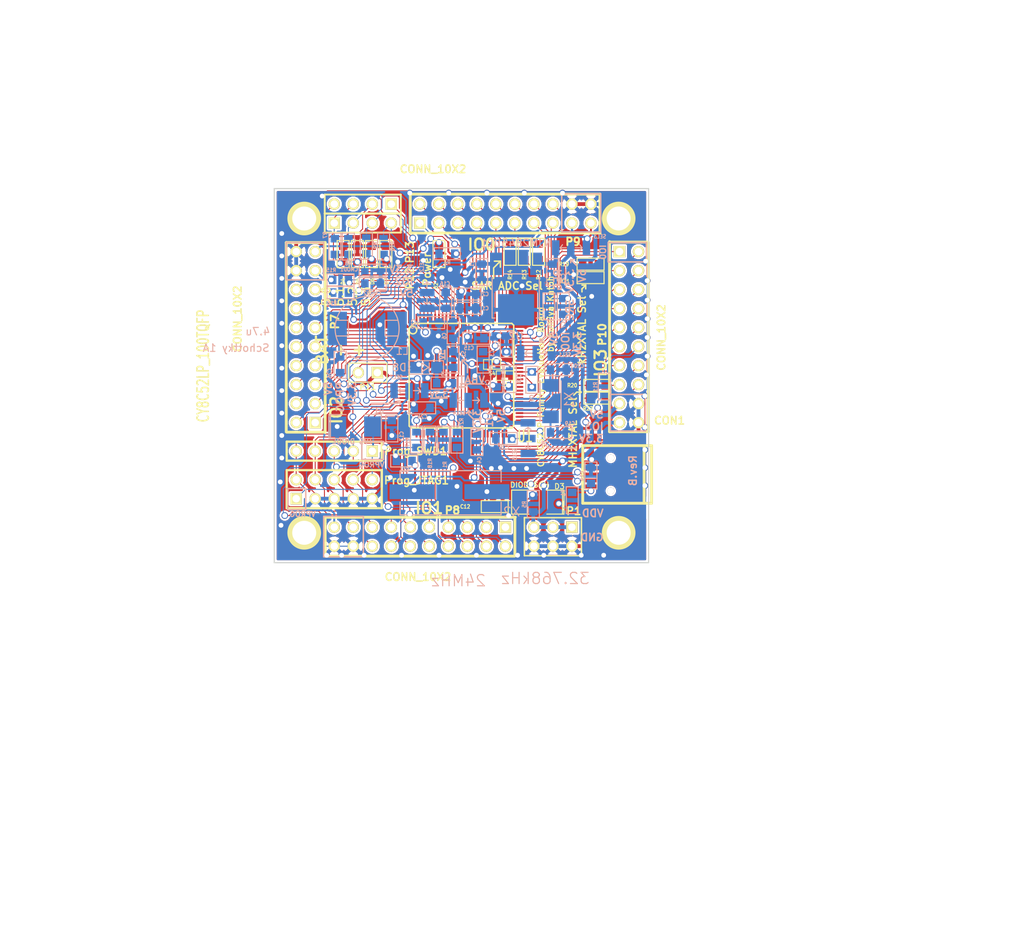
<source format=kicad_pcb>
(kicad_pcb (version 3) (host pcbnew "(2013-07-07 BZR 4022)-stable")
  (layers (15 F.Cu signal) (0 B.Cu signal) (18 B.Paste user) (19 F.Paste user) (20 B.SilkS user) (21 F.SilkS user) (22 B.Mask user) (23 F.Mask user) (28 Edge.Cuts user))
  (net 0 "")
  (net 1 //XRES)
  (net 2 /0.0)
  (net 3 /0.1)
  (net 4 /0.2*)
  (net 5 /0.3*)
  (net 6 /0.4*)
  (net 7 /0.5)
  (net 8 /0.6)
  (net 9 /0.7)
  (net 10 /1.0)
  (net 11 /1.1)
  (net 12 /1.2)
  (net 13 /1.3)
  (net 14 /1.4)
  (net 15 /1.5)
  (net 16 /1.6)
  (net 17 /1.7)
  (net 18 /12.0)
  (net 19 /12.1)
  (net 20 /12.2)
  (net 21 /12.3)
  (net 22 /12.4)
  (net 23 /12.5)
  (net 24 /12.6)
  (net 25 /12.7)
  (net 26 /15.0*)
  (net 27 /15.1*)
  (net 28 /15.2*)
  (net 29 /15.3*)
  (net 30 /15.4*)
  (net 31 /15.5*)
  (net 32 /15.6*)
  (net 33 /15.7*)
  (net 34 /2.0)
  (net 35 /2.1)
  (net 36 /2.2)
  (net 37 /2.3)
  (net 38 /2.4)
  (net 39 /2.5)
  (net 40 /2.6)
  (net 41 /2.7)
  (net 42 /3.0)
  (net 43 /3.1)
  (net 44 /3.2*)
  (net 45 /3.3)
  (net 46 /3.4)
  (net 47 /3.5)
  (net 48 /3.6)
  (net 49 /3.7)
  (net 50 /4.0)
  (net 51 /4.1)
  (net 52 /4.2)
  (net 53 /4.3)
  (net 54 /4.4)
  (net 55 /4.5)
  (net 56 /4.6)
  (net 57 /4.7)
  (net 58 /5.0+)
  (net 59 /5.1+)
  (net 60 /5.2+)
  (net 61 /5.3+)
  (net 62 /5.4)
  (net 63 /5.5)
  (net 64 /5.6)
  (net 65 /5.7)
  (net 66 /6.0+)
  (net 67 /6.1+)
  (net 68 /6.2+)
  (net 69 /6.3+)
  (net 70 /6.4)
  (net 71 /6.5)
  (net 72 /6.6)
  (net 73 /6.7)
  (net 74 /IND)
  (net 75 /USB_DM)
  (net 76 /USB_DP)
  (net 77 /VBAT)
  (net 78 /VBOOST)
  (net 79 /VDDIO0)
  (net 80 /VDDIO1)
  (net 81 /VDDIO2)
  (net 82 /VDDIO3)
  (net 83 /VSSB)
  (net 84 N-0000014)
  (net 85 N-0000015)
  (net 86 N-0000016)
  (net 87 N-0000022)
  (net 88 N-0000026)
  (net 89 N-0000027)
  (net 90 N-0000059)
  (net 91 N-0000072)
  (net 92 N-0000073)
  (net 93 N-0000076)
  (net 94 N-0000077)
  (net 95 N-0000082)
  (net 96 N-0000083)
  (net 97 N-0000084)
  (net 98 N-0000087)
  (net 99 N-0000088)
  (net 100 N-0000089)
  (net 101 N-0000090)
  (net 102 N-0000091)
  (net 103 N-0000092)
  (net 104 N-0000093)
  (net 105 VCCA)
  (net 106 VCCD)
  (net 107 VDDA)
  (net 108 VDDD)
  (net 109 VDDD33)
  (net 110 VPROG)
  (net 111 VSSA)
  (net 112 VSSD)
  (module TO-252-3 (layer B.Cu) (at 104.3 64.1)
    (fp_text reference U2 (at 0 5.6) (layer B.SilkS) (effects (justify mirror)))
    (fp_text value NJM2845DL1 (at 0 -6.8) (layer B.SilkS) (effects (justify mirror)))
    (pad 1 smd rect (at -2.686 -4.04) (size 1.6 3) (layers B.Cu B.Paste B.Mask) (net 108 VDDD))
    (pad 3 smd rect (at 2.686 -4.04) (size 1.6 3) (layers B.Cu B.Paste B.Mask) (net 87 N-0000022))
    (pad 2 smd rect (at 0 2.0955) (size 4.826 4.191) (layers B.Cu B.Paste B.Mask) (net 112 VSSD))
  )
  (module SOD-123FL (layer B.Cu) (at 92.3 73.9)
    (fp_text reference D8 (at -3.6 0) (layer B.SilkS) (effects (justify mirror)))
    (fp_text value "Schottky 1A" (at -25.4 -2.6) (layer B.SilkS) (effects (justify mirror)))
    (pad 1 smd rect (at -1.4 0) (size 1.5 1.5) (layers B.Cu B.Paste B.Mask) (net 74 /IND))
    (pad 2 smd rect (at 1.4 0) (size 1.5 1.5) (layers B.Cu B.Paste B.Mask) (net 78 /VBOOST))
  )
  (module SM2010 (layer F.Cu) (at 107.2 91.9 180)
    (fp_text reference D3 (at -2.9 2.1 180) (layer F.SilkS) (effects (font (size 0.70104 0.70104) (thickness 0.127))))
    (fp_text value DIODESCH (at 1.1 2.3 180) (layer F.SilkS) (effects (font (size 0.70104 0.70104) (thickness 0.127))))
    (pad 1 smd rect (at -2.4003 0 180) (size 1.80086 2.70002) (layers F.Cu F.Paste F.Mask) (net 89 N-0000027))
    (pad 2 smd rect (at 2.4003 0 180) (size 1.80086 2.70002) (layers F.Cu F.Paste F.Mask) (net 88 N-0000026))
  )
  (module SM2010 (layer B.Cu) (at 82.8 81.8)
    (fp_text reference D1 (at 3.2 -2.1) (layer B.SilkS) (effects (font (size 0.70104 0.70104) (thickness 0.127)) (justify mirror)))
    (fp_text value "TVS DIODE" (at -0.4 2) (layer B.SilkS) (effects (font (size 0.70104 0.70104) (thickness 0.127)) (justify mirror)))
    (pad 1 smd rect (at -2.4003 0) (size 2.4 2.70002) (layers B.Cu B.Paste B.Mask) (net 112 VSSD))
    (pad 2 smd rect (at 2.4003 0) (size 2.4 2.70002) (layers B.Cu B.Paste B.Mask) (net 110 VPROG))
  )
  (module SEL (layer B.Cu) (at 97.9 78.4)
    (fp_text reference SEL4 (at -1.2 1.6) (layer B.SilkS) (effects (font (size 0.508 0.4572) (thickness 0.1143)) (justify mirror)))
    (fp_text value SEL hide)
    (pad 1 smd rect (at 0 -0.1) (size 1 2) (layers B.Cu B.Paste B.Mask) (net 80 /VDDIO1))
    (pad 2 smd rect (at 2.1 -0.1) (size 1 2) (layers B.Cu B.Paste B.Mask) (net 108 VDDD))
    (pad 3 smd rect (at -2 -0.1) (size 1 2) (layers B.Cu B.Paste B.Mask) (net 109 VDDD33))
  )
  (module SEL (layer B.Cu) (at 106 83.4 90)
    (fp_text reference SEL5 (at -2.1 -1.9 90) (layer B.SilkS) (effects (font (size 0.508 0.4572) (thickness 0.1143)) (justify mirror)))
    (fp_text value SEL hide)
    (pad 1 smd rect (at 0 -0.1 90) (size 1 2) (layers B.Cu B.Paste B.Mask) (net 82 /VDDIO3))
    (pad 2 smd rect (at 2.1 -0.1 90) (size 1 2) (layers B.Cu B.Paste B.Mask) (net 108 VDDD))
    (pad 3 smd rect (at -2 -0.1 90) (size 1 2) (layers B.Cu B.Paste B.Mask) (net 109 VDDD33))
  )
  (module SEL (layer B.Cu) (at 92.3 63.9 270)
    (fp_text reference SEL2 (at -3.6 0.6 270) (layer B.SilkS) (effects (font (size 0.508 0.4572) (thickness 0.1143)) (justify mirror)))
    (fp_text value SEL hide)
    (pad 1 smd rect (at 0 -0.1 270) (size 1 2) (layers B.Cu B.Paste B.Mask) (net 81 /VDDIO2))
    (pad 2 smd rect (at 2.1 -0.1 270) (size 1 2) (layers B.Cu B.Paste B.Mask) (net 108 VDDD))
    (pad 3 smd rect (at -2 -0.1 270) (size 1 2) (layers B.Cu B.Paste B.Mask) (net 109 VDDD33))
  )
  (module SEL (layer B.Cu) (at 107 71.9 180)
    (fp_text reference SEL1 (at -3.8 -0.3 180) (layer B.SilkS) (effects (font (size 0.508 0.4572) (thickness 0.1143)) (justify mirror)))
    (fp_text value SEL hide)
    (pad 1 smd rect (at 0 -0.1 180) (size 1 2) (layers B.Cu B.Paste B.Mask) (net 79 /VDDIO0))
    (pad 2 smd rect (at 2.1 -0.1 180) (size 1 2) (layers B.Cu B.Paste B.Mask) (net 108 VDDD))
    (pad 3 smd rect (at -2 -0.1 180) (size 1 2) (layers B.Cu B.Paste B.Mask) (net 109 VDDD33))
  )
  (module SEL (layer B.Cu) (at 90 77.1)
    (fp_text reference SEL7 (at -1.7 -1.9) (layer B.SilkS) (effects (font (size 0.508 0.4572) (thickness 0.1143)) (justify mirror)))
    (fp_text value SEL hide)
    (pad 1 smd rect (at 0 -0.1) (size 1 2) (layers B.Cu B.Paste B.Mask) (net 110 VPROG))
    (pad 2 smd rect (at 2.1 -0.1) (size 1 2) (layers B.Cu B.Paste B.Mask) (net 109 VDDD33))
    (pad 3 smd rect (at -2 -0.1) (size 1 2) (layers B.Cu B.Paste B.Mask) (net 108 VDDD))
  )
  (module SEL (layer B.Cu) (at 111.6 58)
    (fp_text reference SEL3 (at 3.9 -1.6) (layer B.SilkS) (effects (font (size 0.508 0.4572) (thickness 0.1143)) (justify mirror)))
    (fp_text value SEL hide)
    (pad 1 smd rect (at 0 -0.1) (size 1 2) (layers B.Cu B.Paste B.Mask) (net 109 VDDD33))
    (pad 2 smd rect (at 2.1 -0.1) (size 1 2) (layers B.Cu B.Paste B.Mask) (net 108 VDDD))
    (pad 3 smd rect (at -2 -0.1) (size 1 2) (layers B.Cu B.Paste B.Mask) (net 87 N-0000022))
  )
  (module PIN_ARRAY_5x2 (layer F.Cu) (at 80.01 90.17)
    (fp_text reference Prog_JTAG1 (at 10.99 -1.17) (layer F.SilkS) (effects (font (size 1.016 1.016) (thickness 0.2032))))
    (fp_text value CONN_5X2 hide)
    (pad 1 thru_hole rect (at -5.08 1.27) (size 1.524 1.524) (drill 1.016) (layers *.Cu *.Mask F.SilkS) (net 110 VPROG))
    (pad 2 thru_hole circle (at -5.08 -1.27) (size 1.524 1.524) (drill 1.016) (layers *.Cu *.Mask F.SilkS) (net 10 /1.0))
    (pad 3 thru_hole circle (at -2.54 1.27) (size 1.524 1.524) (drill 1.016) (layers *.Cu *.Mask F.SilkS) (net 112 VSSD))
    (pad 4 thru_hole circle (at -2.54 -1.27) (size 1.524 1.524) (drill 1.016) (layers *.Cu *.Mask F.SilkS) (net 11 /1.1))
    (pad 5 thru_hole circle (at 0 1.27) (size 1.524 1.524) (drill 1.016) (layers *.Cu *.Mask F.SilkS) (net 112 VSSD))
    (pad 6 thru_hole circle (at 0 -1.27) (size 1.524 1.524) (drill 1.016) (layers *.Cu *.Mask F.SilkS) (net 13 /1.3))
    (pad 7 thru_hole circle (at 2.54 1.27) (size 1.524 1.524) (drill 1.016) (layers *.Cu *.Mask F.SilkS) (net 112 VSSD))
    (pad 8 thru_hole circle (at 2.54 -1.27) (size 1.524 1.524) (drill 1.016) (layers *.Cu *.Mask F.SilkS) (net 14 /1.4))
    (pad 9 thru_hole circle (at 5.08 1.27) (size 1.524 1.524) (drill 1.016) (layers *.Cu *.Mask F.SilkS) (net 112 VSSD))
    (pad 10 thru_hole circle (at 5.08 -1.27) (size 1.524 1.524) (drill 1.016) (layers *.Cu *.Mask F.SilkS) (net 1 //XRES))
  )
  (module PIN_ARRAY_5x1 (layer F.Cu) (at 80.01 85.09 180)
    (fp_text reference Prog_SWD1 (at -10.89 -0.01 180) (layer F.SilkS) (effects (font (size 1.016 1.016) (thickness 0.2032))))
    (fp_text value CONN_5 hide)
    (pad 1 thru_hole rect (at -5.08 0 180) (size 1.524 1.524) (drill 1.016) (layers *.Cu *.Mask F.SilkS) (net 110 VPROG))
    (pad 2 thru_hole circle (at -2.54 0 180) (size 1.524 1.524) (drill 1.016) (layers *.Cu *.Mask F.SilkS) (net 112 VSSD))
    (pad 3 thru_hole circle (at 0 0 180) (size 1.524 1.524) (drill 1.016) (layers *.Cu *.Mask F.SilkS) (net 1 //XRES))
    (pad 4 thru_hole circle (at 2.54 0 180) (size 1.524 1.524) (drill 1.016) (layers *.Cu *.Mask F.SilkS) (net 11 /1.1))
    (pad 5 thru_hole circle (at 5.08 0 180) (size 1.524 1.524) (drill 1.016) (layers *.Cu *.Mask F.SilkS) (net 10 /1.0))
  )
  (module PIN_ARRAY_4x1 (layer F.Cu) (at 83.82 52.07 180)
    (fp_text reference P13 (at -6.28 -6.43 270) (layer F.SilkS) (effects (font (size 1.016 1.016) (thickness 0.2032))))
    (fp_text value CONN_4 hide)
    (pad 1 thru_hole rect (at -3.81 0 180) (size 1.524 1.524) (drill 1.016) (layers *.Cu *.Mask F.SilkS) (net 66 /6.0+))
    (pad 2 thru_hole circle (at -1.27 0 180) (size 1.524 1.524) (drill 1.016) (layers *.Cu *.Mask F.SilkS) (net 67 /6.1+))
    (pad 3 thru_hole circle (at 1.27 0 180) (size 1.524 1.524) (drill 1.016) (layers *.Cu *.Mask F.SilkS) (net 68 /6.2+))
    (pad 4 thru_hole circle (at 3.81 0 180) (size 1.524 1.524) (drill 1.016) (layers *.Cu *.Mask F.SilkS) (net 69 /6.3+))
  )
  (module PIN_ARRAY_4x1 (layer F.Cu) (at 83.82 54.61)
    (fp_text reference P12 (at 6.28 7.39 90) (layer F.SilkS) (effects (font (size 1.016 1.016) (thickness 0.2032))))
    (fp_text value CONN_4 hide)
    (pad 1 thru_hole rect (at -3.81 0) (size 1.524 1.524) (drill 1.016) (layers *.Cu *.Mask F.SilkS) (net 58 /5.0+))
    (pad 2 thru_hole circle (at -1.27 0) (size 1.524 1.524) (drill 1.016) (layers *.Cu *.Mask F.SilkS) (net 59 /5.1+))
    (pad 3 thru_hole circle (at 1.27 0) (size 1.524 1.524) (drill 1.016) (layers *.Cu *.Mask F.SilkS) (net 60 /5.2+))
    (pad 4 thru_hole circle (at 3.81 0) (size 1.524 1.524) (drill 1.016) (layers *.Cu *.Mask F.SilkS) (net 61 /5.3+))
  )
  (module PIN_ARRAY_2X1 (layer F.Cu) (at 84.5 74.6 180)
    (fp_text reference P11 (at 0 -1.905 180) (layer F.SilkS) (effects (font (size 0.762 0.762) (thickness 0.1524))))
    (fp_text value CONN_BATT hide)
    (pad 1 thru_hole rect (at -1.27 0 180) (size 1.524 1.524) (drill 1.016) (layers *.Cu *.Mask F.SilkS) (net 77 /VBAT))
    (pad 2 thru_hole circle (at 1.27 0 180) (size 1.524 1.524) (drill 1.016) (layers *.Cu *.Mask F.SilkS) (net 83 /VSSB))
  )
  (module pin_array_10x2 (layer F.Cu) (at 105.41 53.34)
    (fp_text reference P9 (at 6.49 3.76) (layer F.SilkS) (effects (font (size 1.016 1.016) (thickness 0.254))))
    (fp_text value CONN_10X2 (at -12.21 -5.94) (layer F.SilkS) (effects (font (size 1.016 1.016) (thickness 0.2032))))
    (pad 1 thru_hole rect (at -13.97 1.27) (size 1.524 1.524) (drill 1.016) (layers *.Cu *.Mask F.SilkS) (net 57 /4.7))
    (pad 2 thru_hole circle (at -13.97 -1.27) (size 1.524 1.524) (drill 1.016) (layers *.Cu *.Mask F.SilkS) (net 56 /4.6))
    (pad 3 thru_hole circle (at -11.43 1.27) (size 1.524 1.524) (drill 1.016) (layers *.Cu *.Mask F.SilkS) (net 55 /4.5))
    (pad 4 thru_hole circle (at -11.43 -1.27) (size 1.524 1.524) (drill 1.016) (layers *.Cu *.Mask F.SilkS) (net 54 /4.4))
    (pad 5 thru_hole circle (at -8.89 1.27) (size 1.524 1.524) (drill 1.016) (layers *.Cu *.Mask F.SilkS) (net 53 /4.3))
    (pad 6 thru_hole circle (at -8.89 -1.27) (size 1.524 1.524) (drill 1.016) (layers *.Cu *.Mask F.SilkS) (net 52 /4.2))
    (pad 7 thru_hole circle (at -6.35 1.27) (size 1.524 1.524) (drill 1.016) (layers *.Cu *.Mask F.SilkS) (net 9 /0.7))
    (pad 8 thru_hole circle (at -6.35 -1.27) (size 1.524 1.524) (drill 1.016) (layers *.Cu *.Mask F.SilkS) (net 8 /0.6))
    (pad 9 thru_hole circle (at -3.81 1.27) (size 1.524 1.524) (drill 1.016) (layers *.Cu *.Mask F.SilkS) (net 7 /0.5))
    (pad 10 thru_hole circle (at -3.81 -1.27) (size 1.524 1.524) (drill 1.016) (layers *.Cu *.Mask F.SilkS) (net 95 N-0000082))
    (pad 11 thru_hole circle (at -1.27 1.27) (size 1.524 1.524) (drill 1.016) (layers *.Cu *.Mask F.SilkS) (net 96 N-0000083))
    (pad 12 thru_hole circle (at -1.27 -1.27) (size 1.524 1.524) (drill 1.016) (layers *.Cu *.Mask F.SilkS) (net 97 N-0000084))
    (pad 13 thru_hole circle (at 1.27 1.27) (size 1.524 1.524) (drill 1.016) (layers *.Cu *.Mask F.SilkS) (net 3 /0.1))
    (pad 14 thru_hole circle (at 1.27 -1.27) (size 1.524 1.524) (drill 1.016) (layers *.Cu *.Mask F.SilkS) (net 2 /0.0))
    (pad 15 thru_hole circle (at 3.81 1.27) (size 1.524 1.524) (drill 1.016) (layers *.Cu *.Mask F.SilkS) (net 51 /4.1))
    (pad 16 thru_hole circle (at 3.81 -1.27) (size 1.524 1.524) (drill 1.016) (layers *.Cu *.Mask F.SilkS) (net 50 /4.0))
    (pad 17 thru_hole circle (at 6.35 1.27) (size 1.524 1.524) (drill 1.016) (layers *.Cu *.Mask F.SilkS) (net 109 VDDD33))
    (pad 18 thru_hole circle (at 6.35 -1.27) (size 1.524 1.524) (drill 1.016) (layers *.Cu *.Mask F.SilkS) (net 112 VSSD))
    (pad 19 thru_hole circle (at 8.89 1.27) (size 1.524 1.524) (drill 1.016) (layers *.Cu *.Mask F.SilkS) (net 108 VDDD))
    (pad 20 thru_hole circle (at 8.89 -1.27) (size 1.524 1.524) (drill 1.016) (layers *.Cu *.Mask F.SilkS) (net 112 VSSD))
  )
  (module pin_array_10x2 (layer F.Cu) (at 76.2 67.31 90)
    (fp_text reference P7 (at -0.49 3.9 90) (layer F.SilkS) (effects (font (size 1.016 1.016) (thickness 0.254))))
    (fp_text value CONN_10X2 (at -0.09 -9.1 90) (layer F.SilkS) (effects (font (size 1.016 1.016) (thickness 0.2032))))
    (pad 1 thru_hole rect (at -13.97 1.27 90) (size 1.524 1.524) (drill 1.016) (layers *.Cu *.Mask F.SilkS) (net 73 /6.7))
    (pad 2 thru_hole circle (at -13.97 -1.27 90) (size 1.524 1.524) (drill 1.016) (layers *.Cu *.Mask F.SilkS) (net 72 /6.6))
    (pad 3 thru_hole circle (at -11.43 1.27 90) (size 1.524 1.524) (drill 1.016) (layers *.Cu *.Mask F.SilkS) (net 71 /6.5))
    (pad 4 thru_hole circle (at -11.43 -1.27 90) (size 1.524 1.524) (drill 1.016) (layers *.Cu *.Mask F.SilkS) (net 70 /6.4))
    (pad 5 thru_hole circle (at -8.89 1.27 90) (size 1.524 1.524) (drill 1.016) (layers *.Cu *.Mask F.SilkS) (net 23 /12.5))
    (pad 6 thru_hole circle (at -8.89 -1.27 90) (size 1.524 1.524) (drill 1.016) (layers *.Cu *.Mask F.SilkS) (net 22 /12.4))
    (pad 7 thru_hole circle (at -6.35 1.27 90) (size 1.524 1.524) (drill 1.016) (layers *.Cu *.Mask F.SilkS) (net 41 /2.7))
    (pad 8 thru_hole circle (at -6.35 -1.27 90) (size 1.524 1.524) (drill 1.016) (layers *.Cu *.Mask F.SilkS) (net 40 /2.6))
    (pad 9 thru_hole circle (at -3.81 1.27 90) (size 1.524 1.524) (drill 1.016) (layers *.Cu *.Mask F.SilkS) (net 39 /2.5))
    (pad 10 thru_hole circle (at -3.81 -1.27 90) (size 1.524 1.524) (drill 1.016) (layers *.Cu *.Mask F.SilkS) (net 38 /2.4))
    (pad 11 thru_hole circle (at -1.27 1.27 90) (size 1.524 1.524) (drill 1.016) (layers *.Cu *.Mask F.SilkS) (net 37 /2.3))
    (pad 12 thru_hole circle (at -1.27 -1.27 90) (size 1.524 1.524) (drill 1.016) (layers *.Cu *.Mask F.SilkS) (net 36 /2.2))
    (pad 13 thru_hole circle (at 1.27 1.27 90) (size 1.524 1.524) (drill 1.016) (layers *.Cu *.Mask F.SilkS) (net 35 /2.1))
    (pad 14 thru_hole circle (at 1.27 -1.27 90) (size 1.524 1.524) (drill 1.016) (layers *.Cu *.Mask F.SilkS) (net 34 /2.0))
    (pad 15 thru_hole circle (at 3.81 1.27 90) (size 1.524 1.524) (drill 1.016) (layers *.Cu *.Mask F.SilkS) (net 93 N-0000076))
    (pad 16 thru_hole circle (at 3.81 -1.27 90) (size 1.524 1.524) (drill 1.016) (layers *.Cu *.Mask F.SilkS) (net 94 N-0000077))
    (pad 17 thru_hole circle (at 6.35 1.27 90) (size 1.524 1.524) (drill 1.016) (layers *.Cu *.Mask F.SilkS) (net 109 VDDD33))
    (pad 18 thru_hole circle (at 6.35 -1.27 90) (size 1.524 1.524) (drill 1.016) (layers *.Cu *.Mask F.SilkS) (net 112 VSSD))
    (pad 19 thru_hole circle (at 8.89 1.27 90) (size 1.524 1.524) (drill 1.016) (layers *.Cu *.Mask F.SilkS) (net 108 VDDD))
    (pad 20 thru_hole circle (at 8.89 -1.27 90) (size 1.524 1.524) (drill 1.016) (layers *.Cu *.Mask F.SilkS) (net 112 VSSD))
  )
  (module pin_array_10x2 (layer F.Cu) (at 119.38 72.39 270)
    (fp_text reference P10 (at -2.89 3.58 270) (layer F.SilkS) (effects (font (size 1.016 1.016) (thickness 0.254))))
    (fp_text value CONN_10X2 (at -2.49 -4.32 270) (layer F.SilkS) (effects (font (size 1.016 1.016) (thickness 0.2032))))
    (pad 1 thru_hole rect (at -13.97 1.27 270) (size 1.524 1.524) (drill 1.016) (layers *.Cu *.Mask F.SilkS) (net 21 /12.3))
    (pad 2 thru_hole circle (at -13.97 -1.27 270) (size 1.524 1.524) (drill 1.016) (layers *.Cu *.Mask F.SilkS) (net 20 /12.2))
    (pad 3 thru_hole circle (at -11.43 1.27 270) (size 1.524 1.524) (drill 1.016) (layers *.Cu *.Mask F.SilkS) (net 100 N-0000089))
    (pad 4 thru_hole circle (at -11.43 -1.27 270) (size 1.524 1.524) (drill 1.016) (layers *.Cu *.Mask F.SilkS) (net 102 N-0000091))
    (pad 5 thru_hole circle (at -8.89 1.27 270) (size 1.524 1.524) (drill 1.016) (layers *.Cu *.Mask F.SilkS) (net 19 /12.1))
    (pad 6 thru_hole circle (at -8.89 -1.27 270) (size 1.524 1.524) (drill 1.016) (layers *.Cu *.Mask F.SilkS) (net 18 /12.0))
    (pad 7 thru_hole circle (at -6.35 1.27 270) (size 1.524 1.524) (drill 1.016) (layers *.Cu *.Mask F.SilkS) (net 49 /3.7))
    (pad 8 thru_hole circle (at -6.35 -1.27 270) (size 1.524 1.524) (drill 1.016) (layers *.Cu *.Mask F.SilkS) (net 48 /3.6))
    (pad 9 thru_hole circle (at -3.81 1.27 270) (size 1.524 1.524) (drill 1.016) (layers *.Cu *.Mask F.SilkS) (net 47 /3.5))
    (pad 10 thru_hole circle (at -3.81 -1.27 270) (size 1.524 1.524) (drill 1.016) (layers *.Cu *.Mask F.SilkS) (net 46 /3.4))
    (pad 11 thru_hole circle (at -1.27 1.27 270) (size 1.524 1.524) (drill 1.016) (layers *.Cu *.Mask F.SilkS) (net 45 /3.3))
    (pad 12 thru_hole circle (at -1.27 -1.27 270) (size 1.524 1.524) (drill 1.016) (layers *.Cu *.Mask F.SilkS) (net 103 N-0000092))
    (pad 13 thru_hole circle (at 1.27 1.27 270) (size 1.524 1.524) (drill 1.016) (layers *.Cu *.Mask F.SilkS) (net 43 /3.1))
    (pad 14 thru_hole circle (at 1.27 -1.27 270) (size 1.524 1.524) (drill 1.016) (layers *.Cu *.Mask F.SilkS) (net 42 /3.0))
    (pad 15 thru_hole circle (at 3.81 1.27 270) (size 1.524 1.524) (drill 1.016) (layers *.Cu *.Mask F.SilkS) (net 101 N-0000090))
    (pad 16 thru_hole circle (at 3.81 -1.27 270) (size 1.524 1.524) (drill 1.016) (layers *.Cu *.Mask F.SilkS) (net 104 N-0000093))
    (pad 17 thru_hole circle (at 6.35 1.27 270) (size 1.524 1.524) (drill 1.016) (layers *.Cu *.Mask F.SilkS) (net 109 VDDD33))
    (pad 18 thru_hole circle (at 6.35 -1.27 270) (size 1.524 1.524) (drill 1.016) (layers *.Cu *.Mask F.SilkS) (net 112 VSSD))
    (pad 19 thru_hole circle (at 8.89 1.27 270) (size 1.524 1.524) (drill 1.016) (layers *.Cu *.Mask F.SilkS) (net 108 VDDD))
    (pad 20 thru_hole circle (at 8.89 -1.27 270) (size 1.524 1.524) (drill 1.016) (layers *.Cu *.Mask F.SilkS) (net 112 VSSD))
  )
  (module pin_array_10x2 (layer F.Cu) (at 88.9 96.52 180)
    (fp_text reference P8 (at -6.9 3.52 180) (layer F.SilkS) (effects (font (size 1.016 1.016) (thickness 0.254))))
    (fp_text value CONN_10X2 (at -2.3 -5.38 180) (layer F.SilkS) (effects (font (size 1.016 1.016) (thickness 0.2032))))
    (pad 1 thru_hole rect (at -13.97 1.27 180) (size 1.524 1.524) (drill 1.016) (layers *.Cu *.Mask F.SilkS) (net 99 N-0000088))
    (pad 2 thru_hole circle (at -13.97 -1.27 180) (size 1.524 1.524) (drill 1.016) (layers *.Cu *.Mask F.SilkS) (net 98 N-0000087))
    (pad 3 thru_hole circle (at -11.43 1.27 180) (size 1.524 1.524) (drill 1.016) (layers *.Cu *.Mask F.SilkS) (net 65 /5.7))
    (pad 4 thru_hole circle (at -11.43 -1.27 180) (size 1.524 1.524) (drill 1.016) (layers *.Cu *.Mask F.SilkS) (net 64 /5.6))
    (pad 5 thru_hole circle (at -8.89 1.27 180) (size 1.524 1.524) (drill 1.016) (layers *.Cu *.Mask F.SilkS) (net 63 /5.5))
    (pad 6 thru_hole circle (at -8.89 -1.27 180) (size 1.524 1.524) (drill 1.016) (layers *.Cu *.Mask F.SilkS) (net 62 /5.4))
    (pad 7 thru_hole circle (at -6.35 1.27 180) (size 1.524 1.524) (drill 1.016) (layers *.Cu *.Mask F.SilkS) (net 25 /12.7))
    (pad 8 thru_hole circle (at -6.35 -1.27 180) (size 1.524 1.524) (drill 1.016) (layers *.Cu *.Mask F.SilkS) (net 24 /12.6))
    (pad 9 thru_hole circle (at -3.81 1.27 180) (size 1.524 1.524) (drill 1.016) (layers *.Cu *.Mask F.SilkS) (net 17 /1.7))
    (pad 10 thru_hole circle (at -3.81 -1.27 180) (size 1.524 1.524) (drill 1.016) (layers *.Cu *.Mask F.SilkS) (net 16 /1.6))
    (pad 11 thru_hole circle (at -1.27 1.27 180) (size 1.524 1.524) (drill 1.016) (layers *.Cu *.Mask F.SilkS) (net 15 /1.5))
    (pad 12 thru_hole circle (at -1.27 -1.27 180) (size 1.524 1.524) (drill 1.016) (layers *.Cu *.Mask F.SilkS) (net 14 /1.4))
    (pad 13 thru_hole circle (at 1.27 1.27 180) (size 1.524 1.524) (drill 1.016) (layers *.Cu *.Mask F.SilkS) (net 13 /1.3))
    (pad 14 thru_hole circle (at 1.27 -1.27 180) (size 1.524 1.524) (drill 1.016) (layers *.Cu *.Mask F.SilkS) (net 12 /1.2))
    (pad 15 thru_hole circle (at 3.81 1.27 180) (size 1.524 1.524) (drill 1.016) (layers *.Cu *.Mask F.SilkS) (net 11 /1.1))
    (pad 16 thru_hole circle (at 3.81 -1.27 180) (size 1.524 1.524) (drill 1.016) (layers *.Cu *.Mask F.SilkS) (net 10 /1.0))
    (pad 17 thru_hole circle (at 6.35 1.27 180) (size 1.524 1.524) (drill 1.016) (layers *.Cu *.Mask F.SilkS) (net 109 VDDD33))
    (pad 18 thru_hole circle (at 6.35 -1.27 180) (size 1.524 1.524) (drill 1.016) (layers *.Cu *.Mask F.SilkS) (net 112 VSSD))
    (pad 19 thru_hole circle (at 8.89 1.27 180) (size 1.524 1.524) (drill 1.016) (layers *.Cu *.Mask F.SilkS) (net 108 VDDD))
    (pad 20 thru_hole circle (at 8.89 -1.27 180) (size 1.524 1.524) (drill 1.016) (layers *.Cu *.Mask F.SilkS) (net 112 VSSD))
  )
  (module M3_Drill (layer F.Cu) (at 118 96)
    (fp_text reference P3 hide)
    (fp_text value CONN_1 hide)
    (pad 1 thru_hole circle (at 0 0) (size 4.5 4.5) (drill 3.2) (layers *.Cu *.Mask F.SilkS) (net 112 VSSD))
  )
  (module M3_Drill (layer F.Cu) (at 76 54)
    (fp_text reference P4 hide)
    (fp_text value CONN_1 hide)
    (pad 1 thru_hole circle (at 0 0) (size 4.5 4.5) (drill 3.2) (layers *.Cu *.Mask F.SilkS) (net 112 VSSD))
  )
  (module M3_Drill (layer F.Cu) (at 118 54)
    (fp_text reference P5 hide)
    (fp_text value CONN_1 hide)
    (pad 1 thru_hole circle (at 0 0) (size 4.5 4.5) (drill 3.2) (layers *.Cu *.Mask F.SilkS) (net 112 VSSD))
  )
  (module M3_Drill (layer F.Cu) (at 76 96)
    (fp_text reference P6 hide)
    (fp_text value CONN_1 hide)
    (pad 1 thru_hole circle (at 0 0) (size 4.5 4.5) (drill 3.2) (layers *.Cu *.Mask F.SilkS) (net 112 VSSD))
  )
  (module HANDSOL_0603 (layer B.Cu) (at 102.7 83.4 180)
    (fp_text reference C25 (at 0 -1.2 180) (layer B.SilkS) (effects (font (size 0.508 0.4572) (thickness 0.1143)) (justify mirror)))
    (fp_text value 0.1u hide)
    (pad 1 smd rect (at -1 0 180) (size 1 1.143) (layers B.Cu B.Paste B.Mask) (net 82 /VDDIO3))
    (pad 2 smd rect (at 1.1 0 180) (size 1 1.143) (layers B.Cu B.Paste B.Mask) (net 112 VSSD))
  )
  (module HANDSOL_0603 (layer B.Cu) (at 91.8 79.3 180)
    (fp_text reference C24 (at 0 -1.2 180) (layer B.SilkS) (effects (font (size 0.508 0.4572) (thickness 0.1143)) (justify mirror)))
    (fp_text value 0.1u hide)
    (pad 1 smd rect (at -1 0 180) (size 1 1.143) (layers B.Cu B.Paste B.Mask) (net 80 /VDDIO1))
    (pad 2 smd rect (at 1.1 0 180) (size 1 1.143) (layers B.Cu B.Paste B.Mask) (net 112 VSSD))
  )
  (module HANDSOL_0603 (layer B.Cu) (at 89.4 86.4 180)
    (fp_text reference C11 (at 0 -1.2 180) (layer B.SilkS) (effects (font (size 0.508 0.4572) (thickness 0.1143)) (justify mirror)))
    (fp_text value 22p hide)
    (pad 1 smd rect (at -1 0 180) (size 1 1.143) (layers B.Cu B.Paste B.Mask) (net 26 /15.0*))
    (pad 2 smd rect (at 1.1 0 180) (size 1 1.143) (layers B.Cu B.Paste B.Mask) (net 112 VSSD))
  )
  (module HANDSOL_0603 (layer F.Cu) (at 101.4 92.5)
    (fp_text reference C12 (at -3.9 0) (layer F.SilkS) (effects (font (size 0.508 0.4572) (thickness 0.1143))))
    (fp_text value 22p hide)
    (pad 1 smd rect (at -1 0) (size 1 1.143) (layers F.Cu F.Paste F.Mask) (net 27 /15.1*))
    (pad 2 smd rect (at 1.1 0) (size 1 1.143) (layers F.Cu F.Paste F.Mask) (net 112 VSSD))
  )
  (module HANDSOL_0603 (layer B.Cu) (at 92.9 67.9)
    (fp_text reference C22 (at -2.3 0.2 90) (layer B.SilkS) (effects (font (size 0.508 0.4572) (thickness 0.1143)) (justify mirror)))
    (fp_text value 0.1u hide)
    (pad 1 smd rect (at -1 0) (size 1 1.143) (layers B.Cu B.Paste B.Mask) (net 81 /VDDIO2))
    (pad 2 smd rect (at 1.1 0) (size 1 1.143) (layers B.Cu B.Paste B.Mask) (net 112 VSSD))
  )
  (module HANDSOL_0603 (layer B.Cu) (at 95.9 69 90)
    (fp_text reference C6 (at -0.7 -1.2 90) (layer B.SilkS) (effects (font (size 0.508 0.4572) (thickness 0.1143)) (justify mirror)))
    (fp_text value 22u hide)
    (pad 1 smd rect (at -1 0 90) (size 1 1.143) (layers B.Cu B.Paste B.Mask) (net 108 VDDD))
    (pad 2 smd rect (at 1.1 0 90) (size 1 1.143) (layers B.Cu B.Paste B.Mask) (net 112 VSSD))
  )
  (module HANDSOL_0603 (layer B.Cu) (at 80.8 73.5 270)
    (fp_text reference C26 (at 1.2 1.4 270) (layer B.SilkS) (effects (font (size 0.508 0.4572) (thickness 0.1143)) (justify mirror)))
    (fp_text value 22u hide)
    (pad 1 smd rect (at -1 0 270) (size 1 1.143) (layers B.Cu B.Paste B.Mask) (net 77 /VBAT))
    (pad 2 smd rect (at 1.1 0 270) (size 1 1.143) (layers B.Cu B.Paste B.Mask) (net 83 /VSSB))
  )
  (module HANDSOL_0603 (layer B.Cu) (at 84.3 57.6 270)
    (fp_text reference R9 (at 0 -1.2 270) (layer B.SilkS) (effects (font (size 0.508 0.4572) (thickness 0.1143)) (justify mirror)))
    (fp_text value R hide)
    (pad 1 smd rect (at -1 0 270) (size 1 1.143) (layers B.Cu B.Paste B.Mask) (net 60 /5.2+))
    (pad 2 smd rect (at 1.1 0 270) (size 1 1.143) (layers B.Cu B.Paste B.Mask) (net 91 N-0000072))
  )
  (module HANDSOL_0603 (layer F.Cu) (at 85 58.8 90)
    (fp_text reference D6 (at -3.6 0.1 90) (layer F.SilkS) (effects (font (size 0.508 0.4572) (thickness 0.1143))))
    (fp_text value LED hide)
    (pad 1 smd rect (at -1 0 90) (size 1 1.143) (layers F.Cu F.Paste F.Mask) (net 91 N-0000072))
    (pad 2 smd rect (at 1.1 0 90) (size 1 1.143) (layers F.Cu F.Paste F.Mask) (net 112 VSSD))
  )
  (module HANDSOL_0603 (layer F.Cu) (at 86.9 58.8 90)
    (fp_text reference D7 (at -3.6 0.1 90) (layer F.SilkS) (effects (font (size 0.508 0.4572) (thickness 0.1143))))
    (fp_text value LED hide)
    (pad 1 smd rect (at -1 0 90) (size 1 1.143) (layers F.Cu F.Paste F.Mask) (net 92 N-0000073))
    (pad 2 smd rect (at 1.1 0 90) (size 1 1.143) (layers F.Cu F.Paste F.Mask) (net 112 VSSD))
  )
  (module HANDSOL_0603 (layer B.Cu) (at 86.6 57.7 270)
    (fp_text reference R10 (at 0 -1.2 270) (layer B.SilkS) (effects (font (size 0.508 0.4572) (thickness 0.1143)) (justify mirror)))
    (fp_text value R hide)
    (pad 1 smd rect (at -1 0 270) (size 1 1.143) (layers B.Cu B.Paste B.Mask) (net 61 /5.3+))
    (pad 2 smd rect (at 1.1 0 270) (size 1 1.143) (layers B.Cu B.Paste B.Mask) (net 92 N-0000073))
  )
  (module HANDSOL_0603 (layer B.Cu) (at 99.9 72.8 270)
    (fp_text reference C3 (at -0.8 -1.2 270) (layer B.SilkS) (effects (font (size 0.508 0.4572) (thickness 0.1143)) (justify mirror)))
    (fp_text value 1u hide)
    (pad 1 smd rect (at -1 0 270) (size 1 1.143) (layers B.Cu B.Paste B.Mask) (net 6 /0.4*))
    (pad 2 smd rect (at 1.1 0 270) (size 1 1.143) (layers B.Cu B.Paste B.Mask) (net 111 VSSA))
  )
  (module HANDSOL_0603 (layer B.Cu) (at 114.3 88.4 90)
    (fp_text reference C14 (at 0 -1.2 90) (layer B.SilkS) (effects (font (size 0.508 0.4572) (thickness 0.1143)) (justify mirror)))
    (fp_text value 0.1u hide)
    (pad 1 smd rect (at -1 0 90) (size 1 1.143) (layers B.Cu B.Paste B.Mask) (net 90 N-0000059))
    (pad 2 smd rect (at 1.1 0 90) (size 1 1.143) (layers B.Cu B.Paste B.Mask) (net 112 VSSD))
  )
  (module HANDSOL_0603 (layer B.Cu) (at 111.8 91.7 90)
    (fp_text reference F1 (at 1 -1.2 90) (layer B.SilkS) (effects (font (size 0.508 0.4572) (thickness 0.1143)) (justify mirror)))
    (fp_text value FUSE hide)
    (pad 1 smd rect (at -1 0 90) (size 1 1.143) (layers B.Cu B.Paste B.Mask) (net 89 N-0000027))
    (pad 2 smd rect (at 1.1 0 90) (size 1 1.143) (layers B.Cu B.Paste B.Mask) (net 90 N-0000059))
  )
  (module HANDSOL_0603 (layer B.Cu) (at 96.4 83.5 270)
    (fp_text reference R2 (at -2.4 -0.6 270) (layer B.SilkS) (effects (font (size 0.508 0.4572) (thickness 0.1143)) (justify mirror)))
    (fp_text value 22 hide)
    (pad 1 smd rect (at -1 0 270) (size 1 1.143) (layers B.Cu B.Paste B.Mask) (net 33 /15.7*))
    (pad 2 smd rect (at 1.1 0 270) (size 1 1.143) (layers B.Cu B.Paste B.Mask) (net 75 /USB_DM))
  )
  (module HANDSOL_0603 (layer B.Cu) (at 94.6 83.5 270)
    (fp_text reference R1 (at 3.4 -0.2 270) (layer B.SilkS) (effects (font (size 0.508 0.4572) (thickness 0.1143)) (justify mirror)))
    (fp_text value 22 hide)
    (pad 1 smd rect (at -1 0 270) (size 1 1.143) (layers B.Cu B.Paste B.Mask) (net 32 /15.6*))
    (pad 2 smd rect (at 1.1 0 270) (size 1 1.143) (layers B.Cu B.Paste B.Mask) (net 76 /USB_DP))
  )
  (module HANDSOL_0603 (layer B.Cu) (at 87.7 82 270)
    (fp_text reference C13 (at 1.1 -1.3 270) (layer B.SilkS) (effects (font (size 0.508 0.4572) (thickness 0.1143)) (justify mirror)))
    (fp_text value 0.1u hide)
    (pad 1 smd rect (at -1 0 270) (size 1 1.143) (layers B.Cu B.Paste B.Mask) (net 110 VPROG))
    (pad 2 smd rect (at 1.1 0 270) (size 1 1.143) (layers B.Cu B.Paste B.Mask) (net 112 VSSD))
  )
  (module HANDSOL_0603 (layer B.Cu) (at 85.1 62.7)
    (fp_text reference CMOD2 (at 0 1.3) (layer B.SilkS) (effects (font (size 0.508 0.4572) (thickness 0.1143)) (justify mirror)))
    (fp_text value 2200P hide)
    (pad 1 smd rect (at -1 0) (size 1 1.143) (layers B.Cu B.Paste B.Mask) (net 31 /15.5*))
    (pad 2 smd rect (at 1.1 0) (size 1 1.143) (layers B.Cu B.Paste B.Mask) (net 112 VSSD))
  )
  (module HANDSOL_0603 (layer B.Cu) (at 85.1 60.9)
    (fp_text reference CMOD1 (at -3.1 -0.1) (layer B.SilkS) (effects (font (size 0.508 0.4572) (thickness 0.1143)) (justify mirror)))
    (fp_text value 2200P hide)
    (pad 1 smd rect (at -1 0) (size 1 1.143) (layers B.Cu B.Paste B.Mask) (net 30 /15.4*))
    (pad 2 smd rect (at 1.1 0) (size 1 1.143) (layers B.Cu B.Paste B.Mask) (net 112 VSSD))
  )
  (module HANDSOL_0603 (layer B.Cu) (at 99.06 83.82 270)
    (fp_text reference C4 (at 2.48 -0.34 270) (layer B.SilkS) (effects (font (size 0.508 0.4572) (thickness 0.1143)) (justify mirror)))
    (fp_text value 1u hide)
    (pad 1 smd rect (at -1 0 270) (size 1 1.143) (layers B.Cu B.Paste B.Mask) (net 44 /3.2*))
    (pad 2 smd rect (at 1.1 0 270) (size 1 1.143) (layers B.Cu B.Paste B.Mask) (net 111 VSSA))
  )
  (module HANDSOL_0603 (layer B.Cu) (at 110.6 65.8 90)
    (fp_text reference C7 (at -2.4 0 90) (layer B.SilkS) (effects (font (size 0.508 0.4572) (thickness 0.1143)) (justify mirror)))
    (fp_text value 1u hide)
    (pad 1 smd rect (at -1 0 90) (size 1 1.143) (layers B.Cu B.Paste B.Mask) (net 5 /0.3*))
    (pad 2 smd rect (at 1.1 0 90) (size 1 1.143) (layers B.Cu B.Paste B.Mask) (net 111 VSSA))
  )
  (module HANDSOL_0603 (layer B.Cu) (at 108.7 65.8 90)
    (fp_text reference C5 (at -2.4 0.1 90) (layer B.SilkS) (effects (font (size 0.508 0.4572) (thickness 0.1143)) (justify mirror)))
    (fp_text value 1u hide)
    (pad 1 smd rect (at -1 0 90) (size 1 1.143) (layers B.Cu B.Paste B.Mask) (net 4 /0.2*))
    (pad 2 smd rect (at 1.1 0 90) (size 1 1.143) (layers B.Cu B.Paste B.Mask) (net 111 VSSA))
  )
  (module HANDSOL_0603 (layer B.Cu) (at 103 70.8 90)
    (fp_text reference C8 (at 0 -1.2 90) (layer B.SilkS) (effects (font (size 0.508 0.4572) (thickness 0.1143)) (justify mirror)))
    (fp_text value 0.1u hide)
    (pad 1 smd rect (at -1 0 90) (size 1 1.143) (layers B.Cu B.Paste B.Mask) (net 79 /VDDIO0))
    (pad 2 smd rect (at 1.1 0 90) (size 1 1.143) (layers B.Cu B.Paste B.Mask) (net 112 VSSD))
  )
  (module HANDSOL_0603 (layer B.Cu) (at 101.7 75.4 270)
    (fp_text reference C17 (at 0.8 1.2 270) (layer B.SilkS) (effects (font (size 0.508 0.4572) (thickness 0.1143)) (justify mirror)))
    (fp_text value 1u hide)
    (pad 1 smd rect (at -1 0 270) (size 1 1.143) (layers B.Cu B.Paste B.Mask) (net 107 VDDA))
    (pad 2 smd rect (at 1.1 0 270) (size 1 1.143) (layers B.Cu B.Paste B.Mask) (net 111 VSSA))
  )
  (module HANDSOL_0603 (layer B.Cu) (at 103.5 75.4 270)
    (fp_text reference C10 (at 0 -1.2 270) (layer B.SilkS) (effects (font (size 0.508 0.4572) (thickness 0.1143)) (justify mirror)))
    (fp_text value 0.1u hide)
    (pad 1 smd rect (at -1 0 270) (size 1 1.143) (layers B.Cu B.Paste B.Mask) (net 107 VDDA))
    (pad 2 smd rect (at 1.1 0 270) (size 1 1.143) (layers B.Cu B.Paste B.Mask) (net 111 VSSA))
  )
  (module HANDSOL_0603 (layer B.Cu) (at 106.4 75.5 270)
    (fp_text reference C9 (at 2.5 0 270) (layer B.SilkS) (effects (font (size 0.508 0.4572) (thickness 0.1143)) (justify mirror)))
    (fp_text value 1u hide)
    (pad 1 smd rect (at -1 0 270) (size 1 1.143) (layers B.Cu B.Paste B.Mask) (net 111 VSSA))
    (pad 2 smd rect (at 1.1 0 270) (size 1 1.143) (layers B.Cu B.Paste B.Mask) (net 105 VCCA))
  )
  (module HANDSOL_0603 (layer B.Cu) (at 99 70 180)
    (fp_text reference C15 (at 1 -1.3 180) (layer B.SilkS) (effects (font (size 0.508 0.4572) (thickness 0.1143)) (justify mirror)))
    (fp_text value 1u hide)
    (pad 1 smd rect (at -1 0 180) (size 1 1.143) (layers B.Cu B.Paste B.Mask) (net 112 VSSD))
    (pad 2 smd rect (at 1.1 0 180) (size 1 1.143) (layers B.Cu B.Paste B.Mask) (net 106 VCCD))
  )
  (module HANDSOL_0603 (layer B.Cu) (at 94.9 65 90)
    (fp_text reference C16 (at 2.3 -0.1 180) (layer B.SilkS) (effects (font (size 0.508 0.4572) (thickness 0.1143)) (justify mirror)))
    (fp_text value 0.1u hide)
    (pad 1 smd rect (at -1 0 90) (size 1 1.143) (layers B.Cu B.Paste B.Mask) (net 108 VDDD))
    (pad 2 smd rect (at 1.1 0 90) (size 1 1.143) (layers B.Cu B.Paste B.Mask) (net 112 VSSD))
  )
  (module HANDSOL_0603 (layer B.Cu) (at 97.8 66)
    (fp_text reference C1 (at 2.4 0) (layer B.SilkS) (effects (font (size 0.508 0.4572) (thickness 0.1143)) (justify mirror)))
    (fp_text value 1u hide)
    (pad 1 smd rect (at -1 0) (size 1 1.143) (layers B.Cu B.Paste B.Mask) (net 108 VDDD))
    (pad 2 smd rect (at 1.1 0) (size 1 1.143) (layers B.Cu B.Paste B.Mask) (net 112 VSSD))
  )
  (module HANDSOL_0603 (layer B.Cu) (at 95.1 58.7 180)
    (fp_text reference R4 (at 0 -1.2 180) (layer B.SilkS) (effects (font (size 0.508 0.4572) (thickness 0.1143)) (justify mirror)))
    (fp_text value R hide)
    (pad 1 smd rect (at -1 0 180) (size 1 1.143) (layers B.Cu B.Paste B.Mask) (net 108 VDDD))
    (pad 2 smd rect (at 1.1 0 180) (size 1 1.143) (layers B.Cu B.Paste B.Mask) (net 86 N-0000016))
  )
  (module HANDSOL_0603 (layer B.Cu) (at 99.7 61.1 270)
    (fp_text reference C21 (at -1.3 1.3 270) (layer B.SilkS) (effects (font (size 0.508 0.4572) (thickness 0.1143)) (justify mirror)))
    (fp_text value 0.33u hide)
    (pad 1 smd rect (at -1 0 270) (size 1 1.143) (layers B.Cu B.Paste B.Mask) (net 108 VDDD))
    (pad 2 smd rect (at 1.1 0 270) (size 1 1.143) (layers B.Cu B.Paste B.Mask) (net 112 VSSD))
  )
  (module HANDSOL_0603 (layer B.Cu) (at 97.8 64.1)
    (fp_text reference C2 (at 2.4 0) (layer B.SilkS) (effects (font (size 0.508 0.4572) (thickness 0.1143)) (justify mirror)))
    (fp_text value 0.1u hide)
    (pad 1 smd rect (at -1 0) (size 1 1.143) (layers B.Cu B.Paste B.Mask) (net 108 VDDD))
    (pad 2 smd rect (at 1.1 0) (size 1 1.143) (layers B.Cu B.Paste B.Mask) (net 112 VSSD))
  )
  (module HANDSOL_0603 (layer F.Cu) (at 94 58.7 270)
    (fp_text reference D2 (at 4.3 0.4 270) (layer F.SilkS) (effects (font (size 0.508 0.4572) (thickness 0.1143))))
    (fp_text value LED hide)
    (pad 1 smd rect (at -1 0 270) (size 1 1.143) (layers F.Cu F.Paste F.Mask) (net 86 N-0000016))
    (pad 2 smd rect (at 1.1 0 270) (size 1 1.143) (layers F.Cu F.Paste F.Mask) (net 112 VSSD))
  )
  (module HANDSOL_0603 (layer B.Cu) (at 109.2 61.1 270)
    (fp_text reference C23 (at 0.9 -1.4 270) (layer B.SilkS) (effects (font (size 0.508 0.4572) (thickness 0.1143)) (justify mirror)))
    (fp_text value 2.2u hide)
    (pad 1 smd rect (at -1 0 270) (size 1 1.143) (layers B.Cu B.Paste B.Mask) (net 87 N-0000022))
    (pad 2 smd rect (at 1.1 0 270) (size 1 1.143) (layers B.Cu B.Paste B.Mask) (net 112 VSSD))
  )
  (module HANDSOL_0603 (layer F.Cu) (at 83.1 58.8 90)
    (fp_text reference D5 (at -3.6 0.1 90) (layer F.SilkS) (effects (font (size 0.508 0.4572) (thickness 0.1143))))
    (fp_text value LED hide)
    (pad 1 smd rect (at -1 0 90) (size 1 1.143) (layers F.Cu F.Paste F.Mask) (net 85 N-0000015))
    (pad 2 smd rect (at 1.1 0 90) (size 1 1.143) (layers F.Cu F.Paste F.Mask) (net 112 VSSD))
  )
  (module HANDSOL_0603 (layer B.Cu) (at 81.9 57.7 270)
    (fp_text reference R8 (at 2.3 0 360) (layer B.SilkS) (effects (font (size 0.508 0.4572) (thickness 0.1143)) (justify mirror)))
    (fp_text value R hide)
    (pad 1 smd rect (at -1 0 270) (size 1 1.143) (layers B.Cu B.Paste B.Mask) (net 59 /5.1+))
    (pad 2 smd rect (at 1.1 0 270) (size 1 1.143) (layers B.Cu B.Paste B.Mask) (net 85 N-0000015))
  )
  (module HANDSOL_0603 (layer F.Cu) (at 81.2 58.8 90)
    (fp_text reference D4 (at -3.6 0 90) (layer F.SilkS) (effects (font (size 0.508 0.4572) (thickness 0.1143))))
    (fp_text value LED hide)
    (pad 1 smd rect (at -1 0 90) (size 1 1.143) (layers F.Cu F.Paste F.Mask) (net 84 N-0000014))
    (pad 2 smd rect (at 1.1 0 90) (size 1 1.143) (layers F.Cu F.Paste F.Mask) (net 112 VSSD))
  )
  (module HANDSOL_0603 (layer B.Cu) (at 80.1 57.7 270)
    (fp_text reference R7 (at -1.5 1.3 270) (layer B.SilkS) (effects (font (size 0.508 0.4572) (thickness 0.1143)) (justify mirror)))
    (fp_text value R hide)
    (pad 1 smd rect (at -1 0 270) (size 1 1.143) (layers B.Cu B.Paste B.Mask) (net 58 /5.0+))
    (pad 2 smd rect (at 1.1 0 270) (size 1 1.143) (layers B.Cu B.Paste B.Mask) (net 84 N-0000014))
  )
  (module HANDSOL_0603 (layer B.Cu) (at 109.9 74.2)
    (fp_text reference C20 (at 2.8 -0.5) (layer B.SilkS) (effects (font (size 0.508 0.4572) (thickness 0.1143)) (justify mirror)))
    (fp_text value 22p hide)
    (pad 1 smd rect (at -1 0) (size 1 1.143) (layers B.Cu B.Paste B.Mask) (net 29 /15.3*))
    (pad 2 smd rect (at 1.1 0) (size 1 1.143) (layers B.Cu B.Paste B.Mask) (net 112 VSSD))
  )
  (module HANDSOL_0603 (layer B.Cu) (at 109.9 82.6)
    (fp_text reference C19 (at 1.6 -1.2) (layer B.SilkS) (effects (font (size 0.508 0.4572) (thickness 0.1143)) (justify mirror)))
    (fp_text value 22p hide)
    (pad 1 smd rect (at -1 0) (size 1 1.143) (layers B.Cu B.Paste B.Mask) (net 28 /15.2*))
    (pad 2 smd rect (at 1.1 0) (size 1 1.143) (layers B.Cu B.Paste B.Mask) (net 112 VSSD))
  )
  (module "CY_100TQFP(0.5)" (layer F.Cu) (at 97 75 90)
    (fp_text reference U1 (at -8.1 8.5 180) (layer F.SilkS) (effects (font (size 1.524 1.016) (thickness 0.2032))))
    (fp_text value CY8C52LP_100TQFP (at 1.3 -34.5 90) (layer F.SilkS) (effects (font (size 1.524 1.016) (thickness 0.2032))))
    (pad 100 smd rect (at 7.747 -5.9944 90) (size 1.016 0.254) (layers F.Cu F.Paste F.Mask) (net 81 /VDDIO2) (clearance 0.1))
    (pad 76 smd rect (at 7.747 5.9944 90) (size 1.016 0.254) (layers F.Cu F.Paste F.Mask) (net 6 /0.4*) (clearance 0.1))
    (pad 77 smd rect (at 7.747 5.4864 90) (size 1.016 0.254) (layers F.Cu F.Paste F.Mask) (net 7 /0.5) (clearance 0.1))
    (pad 78 smd rect (at 7.747 5.0038 90) (size 1.016 0.254) (layers F.Cu F.Paste F.Mask) (net 8 /0.6) (clearance 0.1))
    (pad 79 smd rect (at 7.747 4.4958 90) (size 1.016 0.254) (layers F.Cu F.Paste F.Mask) (net 9 /0.7) (clearance 0.1))
    (pad 80 smd rect (at 7.747 3.9878 90) (size 1.016 0.254) (layers F.Cu F.Paste F.Mask) (net 52 /4.2) (clearance 0.1))
    (pad 81 smd rect (at 7.747 3.5052 90) (size 1.016 0.254) (layers F.Cu F.Paste F.Mask) (net 53 /4.3) (clearance 0.1))
    (pad 82 smd rect (at 7.747 2.9972 90) (size 1.016 0.254) (layers F.Cu F.Paste F.Mask) (net 54 /4.4) (clearance 0.1))
    (pad 83 smd rect (at 7.747 2.4892 90) (size 1.016 0.254) (layers F.Cu F.Paste F.Mask) (net 55 /4.5) (clearance 0.1))
    (pad 84 smd rect (at 7.747 2.0066 90) (size 1.016 0.254) (layers F.Cu F.Paste F.Mask) (net 56 /4.6) (clearance 0.1))
    (pad 85 smd rect (at 7.747 1.4986 90) (size 1.016 0.254) (layers F.Cu F.Paste F.Mask) (net 57 /4.7) (clearance 0.1))
    (pad 86 smd rect (at 7.747 0.9906 90) (size 1.016 0.254) (layers F.Cu F.Paste F.Mask) (net 106 VCCD) (clearance 0.1))
    (pad 87 smd rect (at 7.747 0.4826 90) (size 1.016 0.254) (layers F.Cu F.Paste F.Mask) (net 112 VSSD) (clearance 0.1))
    (pad 88 smd rect (at 7.747 0 90) (size 1.016 0.254) (layers F.Cu F.Paste F.Mask) (net 108 VDDD) (clearance 0.1))
    (pad 89 smd rect (at 7.747 -0.508 90) (size 1.016 0.254) (layers F.Cu F.Paste F.Mask) (net 66 /6.0+) (clearance 0.1))
    (pad 90 smd rect (at 7.747 -1.016 90) (size 1.016 0.254) (layers F.Cu F.Paste F.Mask) (net 67 /6.1+) (clearance 0.1))
    (pad 91 smd rect (at 7.747 -1.4986 90) (size 1.016 0.254) (layers F.Cu F.Paste F.Mask) (net 68 /6.2+) (clearance 0.1))
    (pad 92 smd rect (at 7.747 -2.0066 90) (size 1.016 0.254) (layers F.Cu F.Paste F.Mask) (net 69 /6.3+) (clearance 0.1))
    (pad 93 smd rect (at 7.747 -2.5146 90) (size 1.016 0.254) (layers F.Cu F.Paste F.Mask) (net 30 /15.4*) (clearance 0.1))
    (pad 94 smd rect (at 7.747 -2.9972 90) (size 1.016 0.254) (layers F.Cu F.Paste F.Mask) (net 31 /15.5*) (clearance 0.1))
    (pad 95 smd rect (at 7.747 -3.5052 90) (size 1.016 0.254) (layers F.Cu F.Paste F.Mask) (net 34 /2.0) (clearance 0.1))
    (pad 96 smd rect (at 7.747 -4.0132 90) (size 1.016 0.254) (layers F.Cu F.Paste F.Mask) (net 35 /2.1) (clearance 0.1))
    (pad 97 smd rect (at 7.747 -4.4958 90) (size 1.016 0.254) (layers F.Cu F.Paste F.Mask) (net 36 /2.2) (clearance 0.1))
    (pad 98 smd rect (at 7.747 -5.0038 90) (size 1.016 0.254) (layers F.Cu F.Paste F.Mask) (net 37 /2.3) (clearance 0.1))
    (pad 99 smd rect (at 7.747 -5.5118 90) (size 1.016 0.254) (layers F.Cu F.Paste F.Mask) (net 38 /2.4) (clearance 0.1))
    (pad 75 smd rect (at 5.9944 7.747 90) (size 0.254 1.016) (layers F.Cu F.Paste F.Mask) (net 79 /VDDIO0) (clearance 0.1))
    (pad 51 smd rect (at -5.9944 7.747 90) (size 0.254 1.016) (layers F.Cu F.Paste F.Mask) (net 48 /3.6) (clearance 0.1))
    (pad 52 smd rect (at -5.4864 7.747 90) (size 0.254 1.016) (layers F.Cu F.Paste F.Mask) (net 49 /3.7) (clearance 0.1))
    (pad 53 smd rect (at -5.0038 7.747 90) (size 0.254 1.016) (layers F.Cu F.Paste F.Mask) (net 18 /12.0) (clearance 0.1))
    (pad 54 smd rect (at -4.4958 7.747 90) (size 0.254 1.016) (layers F.Cu F.Paste F.Mask) (net 19 /12.1) (clearance 0.1))
    (pad 55 smd rect (at -3.9878 7.747 90) (size 0.254 1.016) (layers F.Cu F.Paste F.Mask) (net 28 /15.2*) (clearance 0.1))
    (pad 56 smd rect (at -3.5052 7.747 90) (size 0.254 1.016) (layers F.Cu F.Paste F.Mask) (net 29 /15.3*) (clearance 0.1))
    (pad 57 smd rect (at -2.9972 7.747 90) (size 0.254 1.016) (layers F.Cu F.Paste F.Mask) (clearance 0.1))
    (pad 58 smd rect (at -2.4892 7.747 90) (size 0.254 1.016) (layers F.Cu F.Paste F.Mask) (clearance 0.1))
    (pad 59 smd rect (at -2.0066 7.747 90) (size 0.254 1.016) (layers F.Cu F.Paste F.Mask) (clearance 0.1))
    (pad 60 smd rect (at -1.4986 7.747 90) (size 0.254 1.016) (layers F.Cu F.Paste F.Mask) (clearance 0.1))
    (pad 61 smd rect (at -0.9906 7.747 90) (size 0.254 1.016) (layers F.Cu F.Paste F.Mask) (clearance 0.1))
    (pad 62 smd rect (at -0.4826 7.747 90) (size 0.254 1.016) (layers F.Cu F.Paste F.Mask) (clearance 0.1))
    (pad 63 smd rect (at 0 7.747 90) (size 0.254 1.016) (layers F.Cu F.Paste F.Mask) (net 105 VCCA) (clearance 0.1))
    (pad 64 smd rect (at 0.508 7.747 90) (size 0.254 1.016) (layers F.Cu F.Paste F.Mask) (net 111 VSSA) (clearance 0.1))
    (pad 65 smd rect (at 1.016 7.747 90) (size 0.254 1.016) (layers F.Cu F.Paste F.Mask) (net 107 VDDA) (clearance 0.1))
    (pad 66 smd rect (at 1.4986 7.747 90) (size 0.254 1.016) (layers F.Cu F.Paste F.Mask) (net 112 VSSD) (clearance 0.1))
    (pad 67 smd rect (at 2.0066 7.747 90) (size 0.254 1.016) (layers F.Cu F.Paste F.Mask) (net 20 /12.2) (clearance 0.1))
    (pad 68 smd rect (at 2.5146 7.747 90) (size 0.254 1.016) (layers F.Cu F.Paste F.Mask) (net 21 /12.3) (clearance 0.1))
    (pad 69 smd rect (at 2.9972 7.747 90) (size 0.254 1.016) (layers F.Cu F.Paste F.Mask) (net 50 /4.0) (clearance 0.1))
    (pad 70 smd rect (at 3.5052 7.747 90) (size 0.254 1.016) (layers F.Cu F.Paste F.Mask) (net 51 /4.1) (clearance 0.1))
    (pad 71 smd rect (at 4.0132 7.747 90) (size 0.254 1.016) (layers F.Cu F.Paste F.Mask) (net 2 /0.0) (clearance 0.1))
    (pad 72 smd rect (at 4.4958 7.747 90) (size 0.254 1.016) (layers F.Cu F.Paste F.Mask) (net 3 /0.1) (clearance 0.1))
    (pad 73 smd rect (at 5.0038 7.747 90) (size 0.254 1.016) (layers F.Cu F.Paste F.Mask) (net 4 /0.2*) (clearance 0.1))
    (pad 74 smd rect (at 5.5118 7.747 90) (size 0.254 1.016) (layers F.Cu F.Paste F.Mask) (net 5 /0.3*) (clearance 0.1))
    (pad 1 smd rect (at 5.9944 -7.747 90) (size 0.254 1.016) (layers F.Cu F.Paste F.Mask) (net 39 /2.5) (clearance 0.1))
    (pad 2 smd rect (at 5.4864 -7.747 90) (size 0.254 1.016) (layers F.Cu F.Paste F.Mask) (net 40 /2.6) (clearance 0.1))
    (pad 3 smd rect (at 5.0038 -7.747 90) (size 0.254 1.016) (layers F.Cu F.Paste F.Mask) (net 41 /2.7) (clearance 0.1))
    (pad 4 smd rect (at 4.4958 -7.747 90) (size 0.254 1.016) (layers F.Cu F.Paste F.Mask) (net 22 /12.4) (clearance 0.1))
    (pad 5 smd rect (at 3.9878 -7.747 90) (size 0.254 1.016) (layers F.Cu F.Paste F.Mask) (net 23 /12.5) (clearance 0.1))
    (pad 6 smd rect (at 3.5052 -7.747 90) (size 0.254 1.016) (layers F.Cu F.Paste F.Mask) (net 70 /6.4) (clearance 0.1))
    (pad 7 smd rect (at 2.9972 -7.747 90) (size 0.254 1.016) (layers F.Cu F.Paste F.Mask) (net 71 /6.5) (clearance 0.1))
    (pad 8 smd rect (at 2.4892 -7.747 90) (size 0.254 1.016) (layers F.Cu F.Paste F.Mask) (net 72 /6.6) (clearance 0.1))
    (pad 9 smd rect (at 2.0066 -7.747 90) (size 0.254 1.016) (layers F.Cu F.Paste F.Mask) (net 73 /6.7) (clearance 0.1))
    (pad 10 smd rect (at 1.4986 -7.747 90) (size 0.254 1.016) (layers F.Cu F.Paste F.Mask) (net 83 /VSSB) (clearance 0.1))
    (pad 11 smd rect (at 0.9906 -7.747 90) (size 0.254 1.016) (layers F.Cu F.Paste F.Mask) (net 74 /IND) (clearance 0.1))
    (pad 12 smd rect (at 0.4826 -7.747 90) (size 0.254 1.016) (layers F.Cu F.Paste F.Mask) (net 78 /VBOOST) (clearance 0.1))
    (pad 13 smd rect (at 0 -7.747 90) (size 0.254 1.016) (layers F.Cu F.Paste F.Mask) (net 77 /VBAT) (clearance 0.1))
    (pad 14 smd rect (at -0.508 -7.747 90) (size 0.254 1.016) (layers F.Cu F.Paste F.Mask) (net 112 VSSD) (clearance 0.1))
    (pad 15 smd rect (at -1.016 -7.747 90) (size 0.254 1.016) (layers F.Cu F.Paste F.Mask) (net 1 //XRES) (clearance 0.1))
    (pad 16 smd rect (at -1.4986 -7.747 90) (size 0.254 1.016) (layers F.Cu F.Paste F.Mask) (net 58 /5.0+) (clearance 0.1))
    (pad 17 smd rect (at -2.0066 -7.747 90) (size 0.254 1.016) (layers F.Cu F.Paste F.Mask) (net 59 /5.1+) (clearance 0.1))
    (pad 18 smd rect (at -2.5146 -7.747 90) (size 0.254 1.016) (layers F.Cu F.Paste F.Mask) (net 60 /5.2+) (clearance 0.1))
    (pad 19 smd rect (at -2.9972 -7.747 90) (size 0.254 1.016) (layers F.Cu F.Paste F.Mask) (net 61 /5.3+) (clearance 0.1))
    (pad 20 smd rect (at -3.5052 -7.747 90) (size 0.254 1.016) (layers F.Cu F.Paste F.Mask) (net 10 /1.0) (clearance 0.1))
    (pad 21 smd rect (at -4.0132 -7.747 90) (size 0.254 1.016) (layers F.Cu F.Paste F.Mask) (net 11 /1.1) (clearance 0.1))
    (pad 22 smd rect (at -4.4958 -7.747 90) (size 0.254 1.016) (layers F.Cu F.Paste F.Mask) (net 12 /1.2) (clearance 0.1))
    (pad 23 smd rect (at -5.0038 -7.747 90) (size 0.254 1.016) (layers F.Cu F.Paste F.Mask) (net 13 /1.3) (clearance 0.1))
    (pad 24 smd rect (at -5.5118 -7.747 90) (size 0.254 1.016) (layers F.Cu F.Paste F.Mask) (net 14 /1.4) (clearance 0.1))
    (pad 25 smd rect (at -5.9944 -7.747 90) (size 0.254 1.016) (layers F.Cu F.Paste F.Mask) (net 15 /1.5) (clearance 0.1))
    (pad 26 smd rect (at -7.747 -5.9944 90) (size 1.016 0.254) (layers F.Cu F.Paste F.Mask) (net 80 /VDDIO1) (clearance 0.1))
    (pad 27 smd rect (at -7.747 -5.4864 90) (size 1.016 0.254) (layers F.Cu F.Paste F.Mask) (net 16 /1.6) (clearance 0.1))
    (pad 28 smd rect (at -7.747 -5.0038 90) (size 1.016 0.254) (layers F.Cu F.Paste F.Mask) (net 17 /1.7) (clearance 0.1))
    (pad 29 smd rect (at -7.747 -4.4958 90) (size 1.016 0.254) (layers F.Cu F.Paste F.Mask) (net 24 /12.6) (clearance 0.1))
    (pad 30 smd rect (at -7.747 -3.9878 90) (size 1.016 0.254) (layers F.Cu F.Paste F.Mask) (net 25 /12.7) (clearance 0.1))
    (pad 31 smd rect (at -7.747 -3.5052 90) (size 1.016 0.254) (layers F.Cu F.Paste F.Mask) (net 62 /5.4) (clearance 0.1))
    (pad 32 smd rect (at -7.747 -2.9972 90) (size 1.016 0.254) (layers F.Cu F.Paste F.Mask) (net 63 /5.5) (clearance 0.1))
    (pad 33 smd rect (at -7.747 -2.4892 90) (size 1.016 0.254) (layers F.Cu F.Paste F.Mask) (net 64 /5.6) (clearance 0.1))
    (pad 34 smd rect (at -7.747 -2.0066 90) (size 1.016 0.254) (layers F.Cu F.Paste F.Mask) (net 65 /5.7) (clearance 0.1))
    (pad 35 smd rect (at -7.747 -1.4986 90) (size 1.016 0.254) (layers F.Cu F.Paste F.Mask) (net 32 /15.6*) (clearance 0.1))
    (pad 36 smd rect (at -7.747 -0.9906 90) (size 1.016 0.254) (layers F.Cu F.Paste F.Mask) (net 33 /15.7*) (clearance 0.1))
    (pad 37 smd rect (at -7.747 -0.4826 90) (size 1.016 0.254) (layers F.Cu F.Paste F.Mask) (net 108 VDDD) (clearance 0.1))
    (pad 38 smd rect (at -7.747 0 90) (size 1.016 0.254) (layers F.Cu F.Paste F.Mask) (net 112 VSSD) (clearance 0.1))
    (pad 39 smd rect (at -7.747 0.508 90) (size 1.016 0.254) (layers F.Cu F.Paste F.Mask) (net 106 VCCD) (clearance 0.1))
    (pad 40 smd rect (at -7.747 1.016 90) (size 1.016 0.254) (layers F.Cu F.Paste F.Mask) (clearance 0.1))
    (pad 41 smd rect (at -7.747 1.4986 90) (size 1.016 0.254) (layers F.Cu F.Paste F.Mask) (clearance 0.1))
    (pad 42 smd rect (at -7.747 2.0066 90) (size 1.016 0.254) (layers F.Cu F.Paste F.Mask) (net 26 /15.0*) (clearance 0.1))
    (pad 43 smd rect (at -7.747 2.5146 90) (size 1.016 0.254) (layers F.Cu F.Paste F.Mask) (net 27 /15.1*) (clearance 0.1))
    (pad 44 smd rect (at -7.747 2.9972 90) (size 1.016 0.254) (layers F.Cu F.Paste F.Mask) (net 42 /3.0) (clearance 0.1))
    (pad 45 smd rect (at -7.747 3.5052 90) (size 1.016 0.254) (layers F.Cu F.Paste F.Mask) (net 43 /3.1) (clearance 0.1))
    (pad 46 smd rect (at -7.747 4.0132 90) (size 1.016 0.254) (layers F.Cu F.Paste F.Mask) (net 44 /3.2*) (clearance 0.1))
    (pad 47 smd rect (at -7.747 4.4958 90) (size 1.016 0.254) (layers F.Cu F.Paste F.Mask) (net 45 /3.3) (clearance 0.1))
    (pad 48 smd rect (at -7.747 5.0038 90) (size 1.016 0.254) (layers F.Cu F.Paste F.Mask) (net 46 /3.4) (clearance 0.1))
    (pad 49 smd rect (at -7.747 5.5118 90) (size 1.016 0.254) (layers F.Cu F.Paste F.Mask) (net 47 /3.5) (clearance 0.1))
    (pad 50 smd rect (at -7.747 5.9944 90) (size 1.016 0.254) (layers F.Cu F.Paste F.Mask) (net 82 /VDDIO3) (clearance 0.1))
  )
  (module TY_SMD_PowerInductor (layer B.Cu) (at 84.4 68.7)
    (fp_text reference L1 (at 4.7 3) (layer B.SilkS) (effects (justify mirror)))
    (fp_text value 4.7u (at -14.6 0.4) (layer B.SilkS) (effects (justify mirror)))
    (pad 1 smd rect (at -4 0) (size 2.6 4.5) (layers B.Cu B.Paste B.Mask) (net 77 /VBAT))
    (pad 2 smd rect (at 4 0) (size 2.6 4.5) (layers B.Cu B.Paste B.Mask) (net 74 /IND))
  )
  (module HANDSOL_0603 (layer F.Cu) (at 115.1 78)
    (fp_text reference R22 (at -1.2 1.4) (layer F.SilkS) (effects (font (size 0.508 0.4572) (thickness 0.1143))))
    (fp_text value 0 hide)
    (pad 1 smd rect (at -1 0) (size 1 1.143) (layers F.Cu F.Paste F.Mask) (net 26 /15.0*))
    (pad 2 smd rect (at 1.1 0) (size 1 1.143) (layers F.Cu F.Paste F.Mask) (net 104 N-0000093))
  )
  (module HANDSOL_0603 (layer F.Cu) (at 115.1 76.3)
    (fp_text reference R20 (at -3.3 0) (layer F.SilkS) (effects (font (size 0.508 0.4572) (thickness 0.1143))))
    (fp_text value 0 hide)
    (pad 1 smd rect (at -1 0) (size 1 1.143) (layers F.Cu F.Paste F.Mask) (net 27 /15.1*))
    (pad 2 smd rect (at 1.1 0) (size 1 1.143) (layers F.Cu F.Paste F.Mask) (net 101 N-0000090))
  )
  (module HANDSOL_0603 (layer F.Cu) (at 114.2 61.9)
    (fp_text reference R21 (at -3.4 0.5) (layer F.SilkS) (effects (font (size 0.508 0.4572) (thickness 0.1143))))
    (fp_text value 0 hide)
    (pad 1 smd rect (at -1 0) (size 1 1.143) (layers F.Cu F.Paste F.Mask) (net 28 /15.2*))
    (pad 2 smd rect (at 1.1 0) (size 1 1.143) (layers F.Cu F.Paste F.Mask) (net 102 N-0000091))
  )
  (module HANDSOL_0603 (layer F.Cu) (at 114.2 60.1)
    (fp_text reference R19 (at -3.5 0) (layer F.SilkS) (effects (font (size 0.508 0.4572) (thickness 0.1143))))
    (fp_text value 0 hide)
    (pad 1 smd rect (at -1 0) (size 1 1.143) (layers F.Cu F.Paste F.Mask) (net 29 /15.3*))
    (pad 2 smd rect (at 1.1 0) (size 1 1.143) (layers F.Cu F.Paste F.Mask) (net 100 N-0000089))
  )
  (module HANDSOL_0603 (layer F.Cu) (at 105.4 58.5 90)
    (fp_text reference R13 (at -3 0 90) (layer F.SilkS) (effects (font (size 0.508 0.4572) (thickness 0.1143))))
    (fp_text value 0 hide)
    (pad 1 smd rect (at -1 0 90) (size 1 1.143) (layers F.Cu F.Paste F.Mask) (net 5 /0.3*))
    (pad 2 smd rect (at 1.1 0 90) (size 1 1.143) (layers F.Cu F.Paste F.Mask) (net 96 N-0000083))
  )
  (module HANDSOL_0603 (layer B.Cu) (at 95.9 72.9 90)
    (fp_text reference S2 (at 0.8 1.4 90) (layer B.SilkS) (effects (font (size 0.508 0.4572) (thickness 0.1143)) (justify mirror)))
    (fp_text value SHORT hide)
    (pad 1 smd rect (at -1 0 90) (size 1 1.143) (layers B.Cu B.Paste B.Mask) (net 78 /VBOOST))
    (pad 2 smd rect (at 1.1 0 90) (size 1 1.143) (layers B.Cu B.Paste B.Mask) (net 108 VDDD))
  )
  (module HANDSOL_0603 (layer B.Cu) (at 94.7 76)
    (fp_text reference S3 (at 0 -1.2) (layer B.SilkS) (effects (font (size 0.508 0.4572) (thickness 0.1143)) (justify mirror)))
    (fp_text value SHORT hide)
    (pad 1 smd rect (at -1 0) (size 1 1.143) (layers B.Cu B.Paste B.Mask) (net 78 /VBOOST))
    (pad 2 smd rect (at 1.1 0) (size 1 1.143) (layers B.Cu B.Paste B.Mask) (net 109 VDDD33))
  )
  (module HANDSOL_0603 (layer B.Cu) (at 92.8 83.5 270)
    (fp_text reference R18 (at 3.2 0 270) (layer B.SilkS) (effects (font (size 0.508 0.4572) (thickness 0.1143)) (justify mirror)))
    (fp_text value 0 hide)
    (pad 1 smd rect (at -1 0 270) (size 1 1.143) (layers B.Cu B.Paste B.Mask) (net 32 /15.6*))
    (pad 2 smd rect (at 1.1 0 270) (size 1 1.143) (layers B.Cu B.Paste B.Mask) (net 98 N-0000087))
  )
  (module HANDSOL_0603 (layer B.Cu) (at 91 83.5 270)
    (fp_text reference R17 (at 0.4 1.2 270) (layer B.SilkS) (effects (font (size 0.508 0.4572) (thickness 0.1143)) (justify mirror)))
    (fp_text value 0 hide)
    (pad 1 smd rect (at -1 0 270) (size 1 1.143) (layers B.Cu B.Paste B.Mask) (net 33 /15.7*))
    (pad 2 smd rect (at 1.1 0 270) (size 1 1.143) (layers B.Cu B.Paste B.Mask) (net 99 N-0000088))
  )
  (module HANDSOL_0603 (layer B.Cu) (at 106.6 92.2 90)
    (fp_text reference R5 (at 0 -1.2 90) (layer B.SilkS) (effects (font (size 0.508 0.4572) (thickness 0.1143)) (justify mirror)))
    (fp_text value 0 hide)
    (pad 1 smd rect (at -1 0 90) (size 1 1.143) (layers B.Cu B.Paste B.Mask) (net 108 VDDD))
    (pad 2 smd rect (at 1.1 0 90) (size 1 1.143) (layers B.Cu B.Paste B.Mask) (net 88 N-0000026))
  )
  (module HANDSOL_0603 (layer B.Cu) (at 80.9 63.9 180)
    (fp_text reference R16 (at 1.2 -1.4 180) (layer B.SilkS) (effects (font (size 0.508 0.4572) (thickness 0.1143)) (justify mirror)))
    (fp_text value 0 hide)
    (pad 1 smd rect (at -1 0 180) (size 1 1.143) (layers B.Cu B.Paste B.Mask) (net 31 /15.5*))
    (pad 2 smd rect (at 1.1 0 180) (size 1 1.143) (layers B.Cu B.Paste B.Mask) (net 93 N-0000076))
  )
  (module HANDSOL_0603 (layer B.Cu) (at 80.9 62.2 180)
    (fp_text reference R15 (at 1.3 1.3 180) (layer B.SilkS) (effects (font (size 0.508 0.4572) (thickness 0.1143)) (justify mirror)))
    (fp_text value 0 hide)
    (pad 1 smd rect (at -1 0 180) (size 1 1.143) (layers B.Cu B.Paste B.Mask) (net 30 /15.4*))
    (pad 2 smd rect (at 1.1 0 180) (size 1 1.143) (layers B.Cu B.Paste B.Mask) (net 94 N-0000077))
  )
  (module HANDSOL_0603 (layer F.Cu) (at 103.5 58.5 90)
    (fp_text reference R14 (at -3 0 90) (layer F.SilkS) (effects (font (size 0.508 0.4572) (thickness 0.1143))))
    (fp_text value 0 hide)
    (pad 1 smd rect (at -1 0 90) (size 1 1.143) (layers F.Cu F.Paste F.Mask) (net 6 /0.4*))
    (pad 2 smd rect (at 1.1 0 90) (size 1 1.143) (layers F.Cu F.Paste F.Mask) (net 95 N-0000082))
  )
  (module HANDSOL_0603 (layer F.Cu) (at 107.3 58.5 90)
    (fp_text reference R12 (at -3 0 90) (layer F.SilkS) (effects (font (size 0.508 0.4572) (thickness 0.1143))))
    (fp_text value 0 hide)
    (pad 1 smd rect (at -1 0 90) (size 1 1.143) (layers F.Cu F.Paste F.Mask) (net 4 /0.2*))
    (pad 2 smd rect (at 1.1 0 90) (size 1 1.143) (layers F.Cu F.Paste F.Mask) (net 97 N-0000084))
  )
  (module HANDSOL_0603 (layer B.Cu) (at 116.1 76.5 90)
    (fp_text reference R11 (at 0 -1.2 90) (layer B.SilkS) (effects (font (size 0.508 0.4572) (thickness 0.1143)) (justify mirror)))
    (fp_text value 0 hide)
    (pad 1 smd rect (at -1 0 90) (size 1 1.143) (layers B.Cu B.Paste B.Mask) (net 44 /3.2*))
    (pad 2 smd rect (at 1.1 0 90) (size 1 1.143) (layers B.Cu B.Paste B.Mask) (net 103 N-0000092))
  )
  (module pin_array_3x2 (layer F.Cu) (at 109.22 96.52 180)
    (fp_text reference P1 (at -2.78 3.42 180) (layer F.SilkS) (effects (font (size 1.016 1.016) (thickness 0.2032))))
    (fp_text value CONN_3X2 hide)
    (pad 1 thru_hole rect (at -2.54 1.27 180) (size 1.524 1.524) (drill 1.016) (layers *.Cu *.Mask F.SilkS) (net 108 VDDD))
    (pad 2 thru_hole circle (at -2.54 -1.27 180) (size 1.524 1.524) (drill 1.016) (layers *.Cu *.Mask F.SilkS) (net 112 VSSD))
    (pad 3 thru_hole circle (at 0 1.27 180) (size 1.524 1.524) (drill 1.016) (layers *.Cu *.Mask F.SilkS) (net 108 VDDD))
    (pad 4 thru_hole circle (at 0 -1.27 180) (size 1.524 1.524) (drill 1.016) (layers *.Cu *.Mask F.SilkS) (net 112 VSSD))
    (pad 5 thru_hole circle (at 2.54 1.27 180) (size 1.524 1.524) (drill 1.016) (layers *.Cu *.Mask F.SilkS) (net 108 VDDD))
    (pad 6 thru_hole circle (at 2.54 -1.27 180) (size 1.524 1.524) (drill 1.016) (layers *.Cu *.Mask F.SilkS) (net 112 VSSD))
  )
  (module XTAL_HC-49 (layer B.Cu) (at 95.4 90.5)
    (fp_text reference X2 (at 8.3 2.7) (layer B.SilkS) (effects (font (size 1.2 1.2)) (justify mirror)))
    (fp_text value 24MHz (at 1.2 11.9) (layer B.SilkS) (effects (font (size 1.5 1.5)) (justify mirror)))
    (pad 1 smd rect (at -5 0) (size 6 2) (layers B.Cu B.Paste B.Mask) (net 26 /15.0*))
    (pad 2 smd rect (at 5 0) (size 6 2) (layers B.Cu B.Paste B.Mask) (net 27 /15.1*))
  )
  (module XTAL_FC-255 (layer B.Cu) (at 108.9 78.4 90)
    (fp_text reference X1 (at 0.1 2.5 90) (layer B.SilkS) (effects (font (size 1.2 1.2)) (justify mirror)))
    (fp_text value 32.768kHz (at -23.7 -0.7 180) (layer B.SilkS) (effects (font (size 1.5 1.5)) (justify mirror)))
    (pad 1 smd rect (at -2.1 0 90) (size 1.7 2.2) (layers B.Cu B.Paste B.Mask) (net 28 /15.2*))
    (pad 2 smd rect (at 2.1 0 90) (size 1.7 2.2) (layers B.Cu B.Paste B.Mask) (net 29 /15.3*))
  )
  (module SM0603_Contact (layer F.Cu) (at 102.8 75)
    (fp_text reference S1 (at 0 1.2) (layer F.SilkS) (effects (font (size 0.508 0.4572) (thickness 0.1143))))
    (fp_text value SHORT hide)
    (fp_line (start -0.8 0) (end 0.8 0) (layer F.Cu) (width 0.5))
    (pad 1 smd rect (at -0.762 0) (size 0.635 1.143) (layers F.Cu F.Paste F.Mask) (net 112 VSSD))
    (pad 2 smd rect (at 0.762 0) (size 0.635 1.143) (layers F.Cu F.Paste F.Mask) (net 111 VSSA))
  )
  (module SM0603_Contact (layer F.Cu) (at 101.1 73.5)
    (fp_text reference S4 (at 0 1.2) (layer F.SilkS) (effects (font (size 0.508 0.4572) (thickness 0.1143))))
    (fp_text value SHORT hide)
    (fp_line (start -0.8 0) (end 0.8 0) (layer F.Cu) (width 0.5))
    (pad 1 smd rect (at -0.762 0) (size 0.635 1.143) (layers F.Cu F.Paste F.Mask) (net 108 VDDD))
    (pad 2 smd rect (at 0.762 0) (size 0.635 1.143) (layers F.Cu F.Paste F.Mask) (net 107 VDDA))
  )
  (module USB_MINI_B_2 (layer F.Cu) (at 117.8 88.2 180)
    (fp_text reference CON1 (at -7 7.2 180) (layer F.SilkS) (effects (font (size 1.016 1.016) (thickness 0.2032))))
    (fp_text value USB-MINI-B hide)
    (pad 1 smd rect (at 3.44932 -1.6002 180) (size 2.30124 0.50038) (layers F.Cu F.Paste F.Mask) (net 90 N-0000059))
    (pad 2 smd rect (at 3.44932 -0.8001 180) (size 2.30124 0.50038) (layers F.Cu F.Paste F.Mask) (net 76 /USB_DP))
    (pad 3 smd rect (at 3.44932 0 180) (size 2.30124 0.50038) (layers F.Cu F.Paste F.Mask) (net 75 /USB_DM))
    (pad 4 smd rect (at 3.44932 0.8001 180) (size 2.30124 0.50038) (layers F.Cu F.Paste F.Mask))
    (pad 5 smd rect (at 3.44932 1.6002 180) (size 2.30124 0.50038) (layers F.Cu F.Paste F.Mask) (net 112 VSSD))
    (pad 6 smd rect (at 3.35026 -4.45008 180) (size 2.49936 1.99898) (layers F.Cu F.Paste F.Mask) (net 112 VSSD))
    (pad 7 smd rect (at -2.14884 -4.45008 180) (size 2.49936 1.99898) (layers F.Cu F.Paste F.Mask) (net 112 VSSD))
    (pad 8 smd rect (at 3.35026 4.45008 180) (size 2.49936 1.99898) (layers F.Cu F.Paste F.Mask) (net 112 VSSD))
    (pad 9 smd rect (at -2.14884 4.45008 180) (size 2.49936 1.99898) (layers F.Cu F.Paste F.Mask) (net 112 VSSD))
    (pad "" thru_hole circle (at 0.8509 -2.19964 180) (size 0.89916 0.89916) (drill 0.89916) (layers *.Cu *.Mask F.SilkS))
    (pad "" thru_hole circle (at 0.8509 2.19964 180) (size 0.89916 0.89916) (drill 0.89916) (layers *.Cu *.Mask F.SilkS))
  )
  (gr_line (start 96.9 76.1) (end 100 76.1) (angle 90) (layer B.SilkS) (width 0.2))
  (gr_line (start 94.8 71.6) (end 94.8 72.8) (angle 90) (layer B.SilkS) (width 0.2))
  (gr_line (start 92.9 78) (end 95.1 78) (angle 90) (layer B.SilkS) (width 0.2))
  (gr_line (start 73.8 92.9) (end 73.8 90.1) (angle 90) (layer B.SilkS) (width 0.2))
  (gr_line (start 76.2 92.9) (end 73.8 92.9) (angle 90) (layer B.SilkS) (width 0.2))
  (gr_line (start 76.2 90.1) (end 76.2 92.9) (angle 90) (layer B.SilkS) (width 0.2))
  (gr_line (start 73.6 90.1) (end 76.2 90.1) (angle 90) (layer B.SilkS) (width 0.2))
  (gr_line (start 83.7 86.2) (end 83.7 83.8) (angle 90) (layer B.SilkS) (width 0.2))
  (gr_line (start 86.6 86.2) (end 83.7 86.2) (angle 90) (layer B.SilkS) (width 0.2))
  (gr_line (start 86.6 83.8) (end 86.6 86.2) (angle 90) (layer B.SilkS) (width 0.2))
  (gr_line (start 83.7 83.8) (end 86.6 83.8) (angle 90) (layer B.SilkS) (width 0.2))
  (gr_text VPROG (at 75.8 93.5) (layer B.SilkS) (effects (font (size 0.7 0.7) (thickness 0.16)) (justify mirror)))
  (gr_text VPROG (at 85 86.9) (layer B.SilkS) (effects (font (size 0.7 0.7) (thickness 0.16)) (justify mirror)))
  (gr_line (start 73.6 62.2) (end 73.6 57.2) (angle 90) (layer B.SilkS) (width 0.2))
  (gr_line (start 78.6 62.2) (end 73.6 62.2) (angle 90) (layer B.SilkS) (width 0.2))
  (gr_line (start 78.6 57.2) (end 78.6 62.2) (angle 90) (layer B.SilkS) (width 0.2))
  (gr_line (start 73.6 57.2) (end 78.6 57.2) (angle 90) (layer B.SilkS) (width 0.2))
  (gr_line (start 78.6 99.2) (end 78.6 93.9) (angle 90) (layer B.SilkS) (width 0.2))
  (gr_line (start 83.9 99.2) (end 78.6 99.2) (angle 90) (layer B.SilkS) (width 0.2))
  (gr_line (start 83.9 93.8) (end 83.9 99.2) (angle 90) (layer B.SilkS) (width 0.2))
  (gr_line (start 78.6 93.8) (end 83.9 93.8) (angle 90) (layer B.SilkS) (width 0.2))
  (gr_line (start 116.9 82.4) (end 116.9 77.5) (angle 90) (layer B.SilkS) (width 0.2))
  (gr_line (start 121.6 82.4) (end 116.9 82.4) (angle 90) (layer B.SilkS) (width 0.2))
  (gr_line (start 121.6 77.5) (end 121.6 82.4) (angle 90) (layer B.SilkS) (width 0.2))
  (gr_line (start 116.9 77.5) (end 121.6 77.5) (angle 90) (layer B.SilkS) (width 0.2))
  (gr_line (start 110.4 50.7) (end 110.3 50.7) (angle 90) (layer B.SilkS) (width 0.2))
  (gr_line (start 110.4 55.8) (end 110.4 50.7) (angle 90) (layer B.SilkS) (width 0.2))
  (gr_line (start 115.6 55.8) (end 110.4 55.8) (angle 90) (layer B.SilkS) (width 0.2))
  (gr_line (start 115.6 50.7) (end 115.6 55.8) (angle 90) (layer B.SilkS) (width 0.2))
  (gr_line (start 110.5 50.7) (end 115.6 50.7) (angle 90) (layer B.SilkS) (width 0.2))
  (gr_text IO0 (at 115.9 58.5 90) (layer B.SilkS) (effects (font (size 0.8 0.8) (thickness 0.175)) (justify mirror)))
  (gr_line (start 116.6 57.2) (end 116.7 57.2) (angle 90) (layer B.SilkS) (width 0.2))
  (gr_line (start 116.6 59.8) (end 116.6 57.2) (angle 90) (layer B.SilkS) (width 0.2))
  (gr_line (start 116.8 59.8) (end 116.6 59.8) (angle 90) (layer B.SilkS) (width 0.2))
  (gr_line (start 121.7 59.8) (end 116.8 59.8) (angle 90) (layer B.SilkS) (width 0.2))
  (gr_line (start 121.7 57.2) (end 121.7 59.8) (angle 90) (layer B.SilkS) (width 0.2))
  (gr_line (start 116.7 57.2) (end 121.7 57.2) (angle 90) (layer B.SilkS) (width 0.2))
  (gr_text "CY8C52LP Family Evaluation Board\n                                by Fumiya Katoh\n      " (at 108.9 76.5 90) (layer F.SilkS) (effects (font (size 0.8 0.8) (thickness 0.175))))
  (gr_text Rev.B (at 119.9 87.7 90) (layer B.SilkS) (effects (font (size 1 1) (thickness 0.2)) (justify mirror)))
  (gr_text "VDD\n\nGND\n" (at 116.1 95) (layer B.SilkS) (effects (font (size 1 1) (thickness 0.2)) (justify left mirror)))
  (gr_line (start 111.6 59.5) (end 111.6 59.9) (angle 90) (layer B.SilkS) (width 0.2))
  (gr_line (start 111.6 59.5) (end 112.1 59.5) (angle 90) (layer B.SilkS) (width 0.2))
  (gr_line (start 112.4 60.3) (end 111.6 59.5) (angle 90) (layer B.SilkS) (width 0.2))
  (gr_text "REG\n3.3V SRC\n5V\n\n\n" (at 113.1 60.6 90) (layer B.SilkS) (effects (font (size 1 1) (thickness 0.2)) (justify left mirror)))
  (gr_line (start 88.8 78.4) (end 88.4 78.4) (angle 90) (layer B.SilkS) (width 0.2))
  (gr_line (start 88.8 78.4) (end 88.8 78.8) (angle 90) (layer B.SilkS) (width 0.2))
  (gr_line (start 88.5 78.7) (end 88.8 78.4) (angle 90) (layer B.SilkS) (width 0.2))
  (gr_line (start 85 78.7) (end 88.5 78.7) (angle 90) (layer B.SilkS) (width 0.2))
  (gr_text "5V\nPROG\n3.3V" (at 80.8 75.7 90) (layer B.SilkS) (effects (font (size 1 1) (thickness 0.2)) (justify left mirror)))
  (gr_text 5V (at 94.4 72.2 90) (layer B.SilkS) (effects (font (size 0.75 0.75) (thickness 0.175)) (justify mirror)))
  (gr_text 3.3V (at 94 77.5) (layer B.SilkS) (effects (font (size 0.75 0.75) (thickness 0.175)) (justify mirror)))
  (gr_line (start 96.8 76.5) (end 97 76.7) (angle 90) (layer B.SilkS) (width 0.2))
  (gr_line (start 96.8 76.5) (end 97 76.3) (angle 90) (layer B.SilkS) (width 0.2))
  (gr_line (start 97.5 76.5) (end 96.8 76.5) (angle 90) (layer B.SilkS) (width 0.2))
  (gr_line (start 97.8 76.2) (end 97.5 76.5) (angle 90) (layer B.SilkS) (width 0.2))
  (gr_line (start 97.1 72.9) (end 97.1 73.4) (angle 90) (layer B.SilkS) (width 0.2))
  (gr_line (start 97.1 72.9) (end 97.7 72.9) (angle 90) (layer B.SilkS) (width 0.2))
  (gr_line (start 97.8 73.6) (end 97.1 72.9) (angle 90) (layer B.SilkS) (width 0.2))
  (gr_line (start 97.8 74.6) (end 97.8 73.6) (angle 90) (layer B.SilkS) (width 0.2))
  (gr_text VBAT (at 98.4 75.6) (layer B.SilkS) (effects (font (size 1 1) (thickness 0.2)) (justify mirror)))
  (gr_line (start 107.8 83.8) (end 108.4 83.8) (angle 90) (layer B.SilkS) (width 0.2))
  (gr_line (start 107.8 83.8) (end 107.8 84.5) (angle 90) (layer B.SilkS) (width 0.2))
  (gr_line (start 108.7 84.7) (end 107.8 83.8) (angle 90) (layer B.SilkS) (width 0.2))
  (gr_line (start 112.3 84.7) (end 108.7 84.7) (angle 90) (layer B.SilkS) (width 0.2))
  (gr_text "5V\nIO3\n3.3V" (at 116.1 81.8) (layer B.SilkS) (effects (font (size 1 1) (thickness 0.2)) (justify left mirror)))
  (gr_line (start 98 79.7) (end 97.7 80) (angle 90) (layer B.SilkS) (width 0.2))
  (gr_line (start 98 79.7) (end 98.3 80) (angle 90) (layer B.SilkS) (width 0.2))
  (gr_line (start 98 80.2) (end 98 79.7) (angle 90) (layer B.SilkS) (width 0.2))
  (gr_line (start 98.6 80.8) (end 98 80.2) (angle 90) (layer B.SilkS) (width 0.2))
  (gr_line (start 99.6 80.8) (end 98.6 80.8) (angle 90) (layer B.SilkS) (width 0.2))
  (gr_text "3.3V\nIO1\n5V" (at 100.7 79.3 90) (layer B.SilkS) (effects (font (size 1 1) (thickness 0.2)) (justify left mirror)))
  (gr_text "3.3V\nIO2\n5V" (at 90.7 62.4) (layer B.SilkS) (effects (font (size 1 1) (thickness 0.2)) (justify left mirror)))
  (gr_line (start 107.5 70.5) (end 107.5 70.1) (angle 90) (layer B.SilkS) (width 0.2))
  (gr_line (start 107.5 70.5) (end 108.1 70.5) (angle 90) (layer B.SilkS) (width 0.2))
  (gr_line (start 108.2 69.8) (end 107.5 70.5) (angle 90) (layer B.SilkS) (width 0.2))
  (gr_line (start 109.9 69.8) (end 108.2 69.8) (angle 90) (layer B.SilkS) (width 0.2))
  (gr_text "5V\nIO0\n3.3V" (at 110.9 69 90) (layer B.SilkS) (effects (font (size 1 1) (thickness 0.2)) (justify left mirror)))
  (gr_line (start 113 77.2) (end 112.7 76.9) (angle 90) (layer F.SilkS) (width 0.2))
  (gr_line (start 113 77.2) (end 112.7 77.5) (angle 90) (layer F.SilkS) (width 0.2))
  (gr_line (start 112.4 77.2) (end 113 77.2) (angle 90) (layer F.SilkS) (width 0.2))
  (gr_line (start 112 77.6) (end 112.4 77.2) (angle 90) (layer F.SilkS) (width 0.2))
  (gr_text "MHzXTAL Sel" (at 111.9 82.6 90) (layer F.SilkS) (effects (font (size 1 1) (thickness 0.2))))
  (gr_line (start 113.6 62.9) (end 113.1 62.9) (angle 90) (layer F.SilkS) (width 0.2))
  (gr_line (start 113.6 62.9) (end 113.6 63.4) (angle 90) (layer F.SilkS) (width 0.2))
  (gr_line (start 113.1 63.4) (end 113.6 62.9) (angle 90) (layer F.SilkS) (width 0.2))
  (gr_line (start 113.1 63.8) (end 113.1 63.4) (angle 90) (layer F.SilkS) (width 0.2))
  (gr_line (start 101.6 59.7) (end 101.4 59.7) (angle 90) (layer F.SilkS) (width 0.2))
  (gr_line (start 102.2 59.7) (end 101.6 59.7) (angle 90) (layer F.SilkS) (width 0.2))
  (gr_line (start 102.2 59.7) (end 102.2 60.5) (angle 90) (layer F.SilkS) (width 0.2))
  (gr_line (start 101.3 60.6) (end 102.2 59.7) (angle 90) (layer F.SilkS) (width 0.2))
  (gr_line (start 101.3 62) (end 101.3 60.6) (angle 90) (layer F.SilkS) (width 0.2))
  (gr_text "kHzXTAL Sel" (at 113.1 68.9 90) (layer F.SilkS) (effects (font (size 1 1) (thickness 0.2))))
  (gr_text "SAR ADC Sel" (at 103.1 63) (layer F.SilkS) (effects (font (size 1 1) (thickness 0.2))))
  (gr_text Power (at 92.4 60.8 90) (layer F.SilkS) (effects (font (size 1 1) (thickness 0.2))))
  (gr_text "5.0\n5.1\n5.2\n5.3" (at 81.6 64.4 90) (layer F.SilkS) (effects (font (size 1.1 1.1) (thickness 0.2))))
  (gr_text IO0 (at 99.7 57.5) (layer F.SilkS) (effects (font (size 1.5 1.5) (thickness 0.3))))
  (gr_text "IO3\n" (at 115.6 73.3 90) (layer F.SilkS) (effects (font (size 1.5 1.5) (thickness 0.3))))
  (gr_text "IO1\n" (at 92.7 92.7) (layer F.SilkS) (effects (font (size 1.5 1.5) (thickness 0.3))))
  (gr_text IO2 (at 80.3 79.6 90) (layer F.SilkS) (effects (font (size 1.5 1.5) (thickness 0.3))))
  (gr_text "BAT\n-\n+" (at 80.8 71.6 90) (layer F.SilkS) (effects (font (size 1.5 1.5) (thickness 0.3))))
  (gr_line (start 122 50) (end 72 50) (angle 90) (layer Edge.Cuts) (width 0.15))
  (gr_line (start 122 100) (end 122 50) (angle 90) (layer Edge.Cuts) (width 0.15))
  (gr_line (start 72 100) (end 122 100) (angle 90) (layer Edge.Cuts) (width 0.15))
  (gr_line (start 72 50) (end 72 100) (angle 90) (layer Edge.Cuts) (width 0.15))
  (segment (start 80.01 85.09) (end 80.01 86.91) (width 0.127) (layer F.Cu) (net 1))
  (segment (start 83.1 87.2) (end 83.4 86.9) (width 0.127) (layer B.Cu) (net 1))
  (segment (start 80.3 87.2) (end 83.1 87.2) (width 0.127) (layer B.Cu) (net 1))
  (via (at 80.3 87.2) (size 0.889) (layers F.Cu B.Cu) (net 1))
  (segment (start 80.01 86.91) (end 80.3 87.2) (width 0.127) (layer F.Cu) (net 1))
  (segment (start 83.4 86.9) (end 83.7 86.6) (width 0.127) (layer B.Cu) (net 1))
  (via (at 82.5 80.5) (size 0.889) (layers F.Cu B.Cu) (net 1))
  (segment (start 84.4 77) (end 85.384 76.016) (width 0.127) (layer F.Cu) (net 1))
  (segment (start 83 77) (end 84.4 77) (width 0.127) (layer F.Cu) (net 1))
  (segment (start 82.2 77.8) (end 83 77) (width 0.127) (layer F.Cu) (net 1))
  (segment (start 82.2 79) (end 82.2 77.8) (width 0.127) (layer F.Cu) (net 1))
  (segment (start 82.5 79.3) (end 82.2 79) (width 0.127) (layer F.Cu) (net 1))
  (segment (start 85.384 76.016) (end 89.253 76.016) (width 0.127) (layer F.Cu) (net 1))
  (segment (start 82.5 80.5) (end 82.5 79.3) (width 0.127) (layer F.Cu) (net 1))
  (segment (start 82.5 82.2) (end 82.5 80.5) (width 0.127) (layer B.Cu) (net 1))
  (segment (start 83.7 83.4) (end 82.5 82.2) (width 0.127) (layer B.Cu) (net 1))
  (segment (start 83.7 86.6) (end 83.7 83.4) (width 0.127) (layer B.Cu) (net 1))
  (segment (start 85.09 88.9) (end 85.09 87.49) (width 0.127) (layer B.Cu) (net 1))
  (segment (start 84.5 86.9) (end 83.4 86.9) (width 0.127) (layer B.Cu) (net 1))
  (segment (start 85.09 87.49) (end 84.5 86.9) (width 0.127) (layer B.Cu) (net 1))
  (segment (start 108.6 69.9) (end 108.6 55.7) (width 0.127) (layer F.Cu) (net 2))
  (segment (start 107.5132 70.9868) (end 108.6 69.9) (width 0.127) (layer F.Cu) (net 2))
  (segment (start 104.747 70.9868) (end 107.5132 70.9868) (width 0.127) (layer F.Cu) (net 2))
  (segment (start 108.6 55.7) (end 107.9 55) (width 0.127) (layer F.Cu) (net 2))
  (segment (start 107.9 53.29) (end 106.68 52.07) (width 0.127) (layer F.Cu) (net 2))
  (segment (start 107.9 55) (end 107.9 53.29) (width 0.127) (layer F.Cu) (net 2))
  (segment (start 104.747 70.5042) (end 107.3958 70.5042) (width 0.127) (layer F.Cu) (net 3))
  (segment (start 108.2 56.13) (end 106.68 54.61) (width 0.127) (layer F.Cu) (net 3))
  (segment (start 108.2 69.7) (end 108.2 56.13) (width 0.127) (layer F.Cu) (net 3))
  (segment (start 107.3958 70.5042) (end 108.2 69.7) (width 0.127) (layer F.Cu) (net 3))
  (segment (start 107.3 59.5) (end 107.3 60.381002) (width 0.127) (layer F.Cu) (net 4))
  (segment (start 107.818998 68.981002) (end 107.4 69.4) (width 0.127) (layer F.Cu) (net 4))
  (segment (start 107.818998 60.9) (end 107.818998 68.981002) (width 0.127) (layer F.Cu) (net 4))
  (segment (start 107.3 60.381002) (end 107.818998 60.9) (width 0.127) (layer F.Cu) (net 4))
  (segment (start 107.4 69.4) (end 108.7 68.1) (width 0.127) (layer B.Cu) (net 4))
  (segment (start 106.8038 69.9962) (end 107.4 69.4) (width 0.127) (layer F.Cu) (net 4))
  (via (at 107.4 69.4) (size 0.889) (layers F.Cu B.Cu) (net 4))
  (segment (start 104.747 69.9962) (end 106.8038 69.9962) (width 0.127) (layer F.Cu) (net 4))
  (segment (start 108.7 68.1) (end 108.7 66.8) (width 0.127) (layer B.Cu) (net 4))
  (segment (start 106.2 69.2) (end 106.8 68.6) (width 0.127) (layer F.Cu) (net 5))
  (segment (start 107.437996 61.537996) (end 105.4 59.5) (width 0.127) (layer F.Cu) (net 5))
  (segment (start 107.437996 68.4) (end 107.437996 61.537996) (width 0.127) (layer F.Cu) (net 5))
  (segment (start 107.237996 68.6) (end 107.437996 68.4) (width 0.127) (layer F.Cu) (net 5))
  (segment (start 106.8 68.6) (end 107.237996 68.6) (width 0.127) (layer F.Cu) (net 5))
  (segment (start 110.6 66.8) (end 110.6 67.5) (width 0.127) (layer B.Cu) (net 5))
  (segment (start 105.9118 69.4882) (end 106.2 69.2) (width 0.127) (layer F.Cu) (net 5))
  (via (at 106.2 69.2) (size 0.889) (layers F.Cu B.Cu) (net 5))
  (segment (start 105.9118 69.4882) (end 104.747 69.4882) (width 0.127) (layer F.Cu) (net 5))
  (segment (start 106.2 69.9) (end 106.2 69.2) (width 0.127) (layer B.Cu) (net 5))
  (segment (start 106.7 70.4) (end 106.2 69.9) (width 0.127) (layer B.Cu) (net 5))
  (segment (start 107.7 70.4) (end 106.7 70.4) (width 0.127) (layer B.Cu) (net 5))
  (segment (start 110.6 67.5) (end 107.7 70.4) (width 0.127) (layer B.Cu) (net 5))
  (segment (start 101.5 71) (end 101.2 70.7) (width 0.127) (layer F.Cu) (net 6))
  (segment (start 102.9944 68.5056) (end 102.9944 67.253) (width 0.127) (layer F.Cu) (net 6))
  (segment (start 102.6 68.9) (end 102.9944 68.5056) (width 0.127) (layer F.Cu) (net 6))
  (segment (start 101.5 68.9) (end 102.6 68.9) (width 0.127) (layer F.Cu) (net 6))
  (segment (start 101.2 69.2) (end 101.5 68.9) (width 0.127) (layer F.Cu) (net 6))
  (segment (start 101.2 70.7) (end 101.2 69.2) (width 0.127) (layer F.Cu) (net 6))
  (segment (start 101.1 71.9) (end 100 71.9) (width 0.127) (layer B.Cu) (net 6))
  (segment (start 99.9 71.8) (end 100 71.9) (width 0.127) (layer B.Cu) (net 6))
  (segment (start 101.5 71) (end 101.5 71.5) (width 0.127) (layer B.Cu) (net 6))
  (via (at 101.5 71) (size 0.889) (layers F.Cu B.Cu) (net 6))
  (segment (start 101.5 71.5) (end 101.1 71.9) (width 0.127) (layer B.Cu) (net 6))
  (segment (start 103.5 59.5) (end 103.5 60.2) (width 0.127) (layer F.Cu) (net 6))
  (segment (start 102.9944 60.7056) (end 102.9944 67.253) (width 0.127) (layer F.Cu) (net 6))
  (segment (start 103.5 60.2) (end 102.9944 60.7056) (width 0.127) (layer F.Cu) (net 6))
  (segment (start 102.4864 67.253) (end 102.4864 56.9864) (width 0.127) (layer F.Cu) (net 7))
  (segment (start 101.6 56.1) (end 101.6 54.61) (width 0.127) (layer F.Cu) (net 7))
  (segment (start 102.4864 56.9864) (end 101.6 56.1) (width 0.127) (layer F.Cu) (net 7))
  (segment (start 102.0038 67.253) (end 102.0038 57.2038) (width 0.127) (layer F.Cu) (net 8))
  (segment (start 100.3 53.31) (end 99.06 52.07) (width 0.127) (layer F.Cu) (net 8))
  (segment (start 100.3 55.5) (end 100.3 53.31) (width 0.127) (layer F.Cu) (net 8))
  (segment (start 102.0038 57.2038) (end 100.3 55.5) (width 0.127) (layer F.Cu) (net 8))
  (segment (start 101.4958 67.253) (end 101.4958 57.2958) (width 0.127) (layer F.Cu) (net 9))
  (segment (start 99.06 54.86) (end 99.06 54.61) (width 0.127) (layer F.Cu) (net 9))
  (segment (start 101.4958 57.2958) (end 99.06 54.86) (width 0.127) (layer F.Cu) (net 9))
  (segment (start 76.2 92.2) (end 76.7 92.7) (width 0.127) (layer F.Cu) (net 10))
  (segment (start 76.2 90.17) (end 76.2 92.2) (width 0.127) (layer F.Cu) (net 10))
  (segment (start 74.93 88.9) (end 76.2 90.17) (width 0.127) (layer F.Cu) (net 10))
  (segment (start 78.3 92.7) (end 79.2 93.6) (width 0.127) (layer F.Cu) (net 10))
  (segment (start 76.7 92.7) (end 78.3 92.7) (width 0.127) (layer F.Cu) (net 10))
  (segment (start 89.253 78.5052) (end 88.0948 78.5052) (width 0.127) (layer F.Cu) (net 10))
  (segment (start 87.4 79.2) (end 85.1 79.2) (width 0.127) (layer F.Cu) (net 10))
  (segment (start 88.0948 78.5052) (end 87.4 79.2) (width 0.127) (layer F.Cu) (net 10))
  (segment (start 83.8 96.5) (end 85.09 97.79) (width 0.127) (layer F.Cu) (net 10))
  (segment (start 79.2 93.6) (end 83.3 93.6) (width 0.127) (layer F.Cu) (net 10))
  (segment (start 83.3 93.6) (end 83.8 94.1) (width 0.127) (layer F.Cu) (net 10))
  (segment (start 83.8 94.1) (end 83.8 96.5) (width 0.127) (layer F.Cu) (net 10))
  (segment (start 74.93 85.09) (end 74.93 88.9) (width 0.127) (layer F.Cu) (net 10))
  (segment (start 74.93 83.37) (end 74.93 85.09) (width 0.127) (layer F.Cu) (net 10))
  (segment (start 75.5 82.8) (end 74.93 83.37) (width 0.127) (layer F.Cu) (net 10))
  (segment (start 81.5 82.8) (end 75.5 82.8) (width 0.127) (layer F.Cu) (net 10))
  (segment (start 85.1 79.2) (end 81.5 82.8) (width 0.127) (layer F.Cu) (net 10))
  (segment (start 77.47 88.9) (end 77.47 85.09) (width 0.127) (layer F.Cu) (net 11))
  (segment (start 85.4 79.6) (end 87.7 79.6) (width 0.127) (layer F.Cu) (net 11))
  (segment (start 85.4 79.6) (end 81.8 83.2) (width 0.127) (layer F.Cu) (net 11))
  (segment (start 81.8 83.2) (end 77.9 83.2) (width 0.127) (layer F.Cu) (net 11))
  (segment (start 77.9 83.2) (end 77.47 83.63) (width 0.127) (layer F.Cu) (net 11))
  (segment (start 77.47 83.63) (end 77.47 85.09) (width 0.127) (layer F.Cu) (net 11))
  (segment (start 87.7 79.6) (end 88.2868 79.0132) (width 0.127) (layer F.Cu) (net 11))
  (segment (start 88.2868 79.0132) (end 89.253 79.0132) (width 0.127) (layer F.Cu) (net 11))
  (segment (start 85.09 95.25) (end 85.09 94.79) (width 0.127) (layer F.Cu) (net 11))
  (segment (start 78.7 90.13) (end 77.47 88.9) (width 0.127) (layer F.Cu) (net 11))
  (segment (start 78.7 92.5) (end 78.7 90.13) (width 0.127) (layer F.Cu) (net 11))
  (segment (start 79.3 93.1) (end 78.7 92.5) (width 0.127) (layer F.Cu) (net 11))
  (segment (start 83.4 93.1) (end 79.3 93.1) (width 0.127) (layer F.Cu) (net 11))
  (segment (start 85.09 94.79) (end 83.4 93.1) (width 0.127) (layer F.Cu) (net 11))
  (segment (start 87.63 97.79) (end 88.9 96.52) (width 0.127) (layer B.Cu) (net 12))
  (segment (start 89.8958 79.4958) (end 90.1 79.7) (width 0.127) (layer F.Cu) (net 12))
  (segment (start 90.1 79.7) (end 90.1 81.5) (width 0.127) (layer F.Cu) (net 12))
  (segment (start 90.1 81.5) (end 89.7 81.9) (width 0.127) (layer F.Cu) (net 12))
  (segment (start 89.7 81.9) (end 89.7 92.3) (width 0.127) (layer F.Cu) (net 12))
  (segment (start 89.8958 79.4958) (end 89.253 79.4958) (width 0.127) (layer F.Cu) (net 12))
  (segment (start 90.1 92.7) (end 89.7 92.3) (width 0.127) (layer F.Cu) (net 12))
  (segment (start 90.1 93.5) (end 90.1 92.7) (width 0.127) (layer F.Cu) (net 12))
  (via (at 90.1 93.5) (size 0.889) (layers F.Cu B.Cu) (net 12))
  (segment (start 88.9 94.7) (end 90.1 93.5) (width 0.127) (layer B.Cu) (net 12))
  (segment (start 88.9 96.52) (end 88.9 94.7) (width 0.127) (layer B.Cu) (net 12))
  (segment (start 87.63 95.25) (end 87.63 94.13) (width 0.127) (layer F.Cu) (net 13))
  (segment (start 81.2 90.09) (end 80.01 88.9) (width 0.127) (layer F.Cu) (net 13))
  (segment (start 81.2 92) (end 81.2 90.09) (width 0.127) (layer F.Cu) (net 13))
  (segment (start 81.9 92.7) (end 81.2 92) (width 0.127) (layer F.Cu) (net 13))
  (segment (start 83.7 92.7) (end 81.9 92.7) (width 0.127) (layer F.Cu) (net 13))
  (segment (start 84.8 93.8) (end 83.7 92.7) (width 0.127) (layer F.Cu) (net 13))
  (segment (start 87.3 93.8) (end 84.8 93.8) (width 0.127) (layer F.Cu) (net 13))
  (segment (start 87.63 94.13) (end 87.3 93.8) (width 0.127) (layer F.Cu) (net 13))
  (segment (start 89.253 80.0038) (end 85.7962 80.0038) (width 0.127) (layer F.Cu) (net 13))
  (segment (start 81.3 87.61) (end 80.01 88.9) (width 0.127) (layer F.Cu) (net 13))
  (segment (start 81.3 83.9) (end 81.3 87.61) (width 0.127) (layer F.Cu) (net 13))
  (segment (start 81.6 83.6) (end 81.3 83.9) (width 0.127) (layer F.Cu) (net 13))
  (segment (start 82.2 83.6) (end 81.6 83.6) (width 0.127) (layer F.Cu) (net 13))
  (segment (start 85.7962 80.0038) (end 82.2 83.6) (width 0.127) (layer F.Cu) (net 13))
  (segment (start 82.55 88.9) (end 83.8 90.15) (width 0.127) (layer F.Cu) (net 14))
  (segment (start 88.9 96.52) (end 90.17 97.79) (width 0.127) (layer F.Cu) (net 14))
  (segment (start 88.9 94) (end 88.9 96.52) (width 0.127) (layer F.Cu) (net 14))
  (segment (start 88.3 93.4) (end 88.9 94) (width 0.127) (layer F.Cu) (net 14))
  (segment (start 85 93.4) (end 88.3 93.4) (width 0.127) (layer F.Cu) (net 14))
  (segment (start 83.8 92.2) (end 85 93.4) (width 0.127) (layer F.Cu) (net 14))
  (segment (start 83.8 90.15) (end 83.8 92.2) (width 0.127) (layer F.Cu) (net 14))
  (segment (start 86 80.5118) (end 83.7 82.8118) (width 0.127) (layer F.Cu) (net 14))
  (segment (start 83.7 87.75) (end 82.55 88.9) (width 0.127) (layer F.Cu) (net 14))
  (segment (start 83.7 82.8118) (end 83.7 87.75) (width 0.127) (layer F.Cu) (net 14))
  (segment (start 89.253 80.5118) (end 86 80.5118) (width 0.127) (layer F.Cu) (net 14))
  (segment (start 90.17 95.25) (end 89.3 94.38) (width 0.127) (layer F.Cu) (net 15))
  (segment (start 89.253 92.953) (end 89.253 80.9944) (width 0.127) (layer F.Cu) (net 15))
  (segment (start 89.3 93) (end 89.253 92.953) (width 0.127) (layer F.Cu) (net 15))
  (segment (start 89.3 94.38) (end 89.3 93) (width 0.127) (layer F.Cu) (net 15))
  (segment (start 91.5136 82.747) (end 91.5136 83.8864) (width 0.127) (layer F.Cu) (net 16))
  (segment (start 91.6 96.68) (end 92.71 97.79) (width 0.127) (layer F.Cu) (net 16))
  (segment (start 91.6 83.8) (end 91.6 96.68) (width 0.127) (layer F.Cu) (net 16))
  (segment (start 91.5136 83.8864) (end 91.6 83.8) (width 0.127) (layer F.Cu) (net 16))
  (segment (start 92.71 95.25) (end 92.71 94.21) (width 0.127) (layer F.Cu) (net 17))
  (segment (start 91.9962 83.9038) (end 91.9962 82.747) (width 0.127) (layer F.Cu) (net 17))
  (segment (start 92 83.9) (end 91.9962 83.9038) (width 0.127) (layer F.Cu) (net 17))
  (segment (start 92 93.5) (end 92 83.9) (width 0.127) (layer F.Cu) (net 17))
  (segment (start 92.71 94.21) (end 92 93.5) (width 0.127) (layer F.Cu) (net 17))
  (segment (start 104.747 80.0038) (end 107.5962 80.0038) (width 0.127) (layer F.Cu) (net 18))
  (segment (start 119.45 64.7) (end 120.65 63.5) (width 0.127) (layer F.Cu) (net 18))
  (segment (start 117.3 64.7) (end 119.45 64.7) (width 0.127) (layer F.Cu) (net 18))
  (segment (start 116.8 65.2) (end 117.3 64.7) (width 0.127) (layer F.Cu) (net 18))
  (segment (start 116.8 65.4) (end 116.8 65.2) (width 0.127) (layer F.Cu) (net 18))
  (segment (start 114.4 67.8) (end 116.8 65.4) (width 0.127) (layer F.Cu) (net 18))
  (segment (start 114.4 71.1) (end 114.4 67.8) (width 0.127) (layer F.Cu) (net 18))
  (segment (start 113.8 71.7) (end 114.4 71.1) (width 0.127) (layer F.Cu) (net 18))
  (segment (start 112.2 71.7) (end 113.8 71.7) (width 0.127) (layer F.Cu) (net 18))
  (segment (start 109.2 74.7) (end 112.2 71.7) (width 0.127) (layer F.Cu) (net 18))
  (segment (start 109.2 78.4) (end 109.2 74.7) (width 0.127) (layer F.Cu) (net 18))
  (segment (start 107.5962 80.0038) (end 109.2 78.4) (width 0.127) (layer F.Cu) (net 18))
  (segment (start 104.747 79.4958) (end 107.1042 79.4958) (width 0.127) (layer F.Cu) (net 19))
  (segment (start 117.3 63.5) (end 118.11 63.5) (width 0.127) (layer F.Cu) (net 19))
  (segment (start 116.9 63.9) (end 117.3 63.5) (width 0.127) (layer F.Cu) (net 19))
  (segment (start 116.9 64.2) (end 116.9 63.9) (width 0.127) (layer F.Cu) (net 19))
  (segment (start 113.9 67.2) (end 116.9 64.2) (width 0.127) (layer F.Cu) (net 19))
  (segment (start 113.9 70.8) (end 113.9 67.2) (width 0.127) (layer F.Cu) (net 19))
  (segment (start 113.381002 71.318998) (end 113.9 70.8) (width 0.127) (layer F.Cu) (net 19))
  (segment (start 111.981002 71.318998) (end 113.381002 71.318998) (width 0.127) (layer F.Cu) (net 19))
  (segment (start 108.8 74.5) (end 111.981002 71.318998) (width 0.127) (layer F.Cu) (net 19))
  (segment (start 108.8 77.8) (end 108.8 74.5) (width 0.127) (layer F.Cu) (net 19))
  (segment (start 107.1042 79.4958) (end 108.8 77.8) (width 0.127) (layer F.Cu) (net 19))
  (segment (start 120.65 58.42) (end 119.27 59.8) (width 0.127) (layer F.Cu) (net 20))
  (segment (start 107.9066 72.9934) (end 104.747 72.9934) (width 0.127) (layer F.Cu) (net 20))
  (segment (start 110.2 70.7) (end 107.9066 72.9934) (width 0.127) (layer F.Cu) (net 20))
  (segment (start 110.2 59.3) (end 110.2 70.7) (width 0.127) (layer F.Cu) (net 20))
  (segment (start 110.6 58.9) (end 110.2 59.3) (width 0.127) (layer F.Cu) (net 20))
  (segment (start 116 58.9) (end 110.6 58.9) (width 0.127) (layer F.Cu) (net 20))
  (segment (start 116.9 59.8) (end 116 58.9) (width 0.127) (layer F.Cu) (net 20))
  (segment (start 119.27 59.8) (end 116.9 59.8) (width 0.127) (layer F.Cu) (net 20))
  (segment (start 104.747 72.4854) (end 107.8146 72.4854) (width 0.127) (layer F.Cu) (net 21))
  (segment (start 110.38 58.42) (end 118.11 58.42) (width 0.127) (layer F.Cu) (net 21))
  (segment (start 109.8 59) (end 110.38 58.42) (width 0.127) (layer F.Cu) (net 21))
  (segment (start 109.8 70.5) (end 109.8 59) (width 0.127) (layer F.Cu) (net 21))
  (segment (start 107.8146 72.4854) (end 109.8 70.5) (width 0.127) (layer F.Cu) (net 21))
  (segment (start 89.253 70.5042) (end 80.2958 70.5042) (width 0.127) (layer F.Cu) (net 22))
  (segment (start 78.8 74) (end 77.9 74.9) (width 0.127) (layer F.Cu) (net 22))
  (segment (start 78.8 73.2) (end 78.8 74) (width 0.127) (layer F.Cu) (net 22))
  (segment (start 79 73) (end 78.8 73.2) (width 0.127) (layer F.Cu) (net 22))
  (segment (start 79 72.5) (end 79 73) (width 0.127) (layer F.Cu) (net 22))
  (segment (start 79.581002 71.918998) (end 79 72.5) (width 0.127) (layer F.Cu) (net 22))
  (segment (start 79.581002 71.218998) (end 79.581002 71.918998) (width 0.127) (layer F.Cu) (net 22))
  (segment (start 80.2958 70.5042) (end 79.581002 71.218998) (width 0.127) (layer F.Cu) (net 22))
  (segment (start 76.23 74.9) (end 74.93 76.2) (width 0.127) (layer F.Cu) (net 22))
  (segment (start 77.9 74.9) (end 76.23 74.9) (width 0.127) (layer F.Cu) (net 22))
  (segment (start 89.253 71.0122) (end 80.3878 71.0122) (width 0.127) (layer F.Cu) (net 23))
  (segment (start 77.5 76.2) (end 77.47 76.2) (width 0.127) (layer F.Cu) (net 23))
  (segment (start 79.2 74.5) (end 77.5 76.2) (width 0.127) (layer F.Cu) (net 23))
  (segment (start 79.2 73.481002) (end 79.2 74.5) (width 0.127) (layer F.Cu) (net 23))
  (segment (start 79.4 73.281002) (end 79.2 73.481002) (width 0.127) (layer F.Cu) (net 23))
  (segment (start 79.4 72.7) (end 79.4 73.281002) (width 0.127) (layer F.Cu) (net 23))
  (segment (start 80 72.1) (end 79.4 72.7) (width 0.127) (layer F.Cu) (net 23))
  (segment (start 80 71.4) (end 80 72.1) (width 0.127) (layer F.Cu) (net 23))
  (segment (start 80.3878 71.0122) (end 80 71.4) (width 0.127) (layer F.Cu) (net 23))
  (segment (start 92.5042 82.747) (end 92.5042 92.6042) (width 0.127) (layer F.Cu) (net 24))
  (segment (start 93.9 96.44) (end 95.25 97.79) (width 0.127) (layer F.Cu) (net 24))
  (segment (start 93.9 94) (end 93.9 96.44) (width 0.127) (layer F.Cu) (net 24))
  (segment (start 92.5042 92.6042) (end 93.9 94) (width 0.127) (layer F.Cu) (net 24))
  (segment (start 95.25 95.25) (end 95.25 94.25) (width 0.127) (layer F.Cu) (net 25))
  (segment (start 93.0122 83.8878) (end 93.0122 82.747) (width 0.127) (layer F.Cu) (net 25))
  (segment (start 92.985202 83.914798) (end 93.0122 83.8878) (width 0.127) (layer F.Cu) (net 25))
  (segment (start 92.985202 91.985202) (end 92.985202 83.914798) (width 0.127) (layer F.Cu) (net 25))
  (segment (start 95.25 94.25) (end 92.985202 91.985202) (width 0.127) (layer F.Cu) (net 25))
  (segment (start 101 89) (end 104.8 89) (width 0.127) (layer B.Cu) (net 26))
  (segment (start 105.3 89.5) (end 106.3 89.5) (width 0.127) (layer B.Cu) (net 26))
  (via (at 106.3 89.5) (size 0.889) (layers F.Cu B.Cu) (net 26))
  (segment (start 106.3 89.5) (end 108.2 87.6) (width 0.127) (layer F.Cu) (net 26))
  (segment (start 108.2 87.6) (end 108.2 87.3) (width 0.127) (layer F.Cu) (net 26))
  (segment (start 114.1 78) (end 113.5 78) (width 0.127) (layer F.Cu) (net 26))
  (segment (start 113.5 78) (end 112.8 78.7) (width 0.127) (layer F.Cu) (net 26))
  (segment (start 101 89) (end 98.2 89) (width 0.127) (layer B.Cu) (net 26))
  (segment (start 112.8 82.7) (end 108.2 87.3) (width 0.127) (layer F.Cu) (net 26))
  (segment (start 112.8 78.7) (end 112.8 82.7) (width 0.127) (layer F.Cu) (net 26))
  (segment (start 104.8 89) (end 105.3 89.5) (width 0.127) (layer B.Cu) (net 26))
  (segment (start 98.2 89) (end 97.4 89) (width 0.254) (layer B.Cu) (net 26))
  (segment (start 90.4 89.5) (end 90.4 90.5) (width 0.127) (layer B.Cu) (net 26))
  (segment (start 91.4 88.5) (end 90.4 89.5) (width 0.254) (layer B.Cu) (net 26))
  (segment (start 96.9 88.5) (end 91.4 88.5) (width 0.254) (layer B.Cu) (net 26))
  (segment (start 97.4 89) (end 96.9 88.5) (width 0.254) (layer B.Cu) (net 26))
  (segment (start 99.0066 88.2934) (end 98.7 88.6) (width 0.254) (layer F.Cu) (net 26))
  (segment (start 99.0066 82.747) (end 99.0066 88.2934) (width 0.127) (layer F.Cu) (net 26))
  (segment (start 98.3 89) (end 98.2 89) (width 0.127) (layer B.Cu) (net 26))
  (segment (start 98.7 88.6) (end 98.3 89) (width 0.254) (layer B.Cu) (net 26))
  (via (at 98.7 88.6) (size 0.889) (layers F.Cu B.Cu) (net 26))
  (segment (start 90.4 86.4) (end 90.8 86.8) (width 0.254) (layer B.Cu) (net 26))
  (segment (start 90.8 86.8) (end 90.8 87) (width 0.127) (layer B.Cu) (net 26))
  (via (at 90.8 87) (size 0.889) (layers F.Cu B.Cu) (net 26))
  (segment (start 90.8 87) (end 90.8 90.2) (width 0.254) (layer F.Cu) (net 26))
  (segment (start 90.8 90.2) (end 90.7 90.3) (width 0.127) (layer F.Cu) (net 26))
  (via (at 90.7 90.3) (size 0.889) (layers F.Cu B.Cu) (net 26))
  (segment (start 90.7 90.3) (end 90.6 90.3) (width 0.127) (layer B.Cu) (net 26))
  (segment (start 90.6 90.3) (end 90.4 90.5) (width 0.127) (layer B.Cu) (net 26))
  (segment (start 114.1 76.3) (end 112.7 76.3) (width 0.127) (layer F.Cu) (net 27))
  (segment (start 101.042184 86.481002) (end 99.5146 84.953418) (width 0.127) (layer F.Cu) (net 27))
  (segment (start 108.418998 86.481002) (end 101.042184 86.481002) (width 0.127) (layer F.Cu) (net 27))
  (segment (start 112.4 82.5) (end 108.418998 86.481002) (width 0.127) (layer F.Cu) (net 27))
  (segment (start 112.4 82.5) (end 112.4 76.6) (width 0.127) (layer F.Cu) (net 27))
  (segment (start 112.7 76.3) (end 112.4 76.6) (width 0.127) (layer F.Cu) (net 27))
  (via (at 100.4 90.5) (size 0.889) (layers F.Cu B.Cu) (net 27))
  (segment (start 100.4 92.5) (end 100.4 90.5) (width 0.254) (layer F.Cu) (net 27))
  (segment (start 100.4 90.5) (end 100.4 88.5) (width 0.254) (layer F.Cu) (net 27))
  (segment (start 99.5146 87.6146) (end 100.4 88.5) (width 0.254) (layer F.Cu) (net 27))
  (segment (start 99.5146 87.6146) (end 99.5146 84.953418) (width 0.127) (layer F.Cu) (net 27))
  (segment (start 99.5146 82.747) (end 99.5146 84.953418) (width 0.127) (layer F.Cu) (net 27))
  (segment (start 113 65.3) (end 113 62.1) (width 0.127) (layer F.Cu) (net 28))
  (segment (start 106.4122 78.9878) (end 108.1 77.3) (width 0.127) (layer F.Cu) (net 28))
  (segment (start 108.1 77.3) (end 108.1 74.538818) (width 0.127) (layer F.Cu) (net 28))
  (segment (start 108.1 74.538818) (end 112.1 70.538818) (width 0.127) (layer F.Cu) (net 28))
  (segment (start 112.1 70.538818) (end 112.1 66.2) (width 0.127) (layer F.Cu) (net 28))
  (segment (start 112.1 66.2) (end 113 65.3) (width 0.127) (layer F.Cu) (net 28))
  (segment (start 104.747 78.9878) (end 106.4122 78.9878) (width 0.127) (layer F.Cu) (net 28))
  (segment (start 113 62.1) (end 113.2 61.9) (width 0.127) (layer F.Cu) (net 28))
  (segment (start 108.9 80.5) (end 108 79.6) (width 0.254) (layer B.Cu) (net 28))
  (segment (start 103.2878 79.6) (end 103.9 78.9878) (width 0.127) (layer F.Cu) (net 28))
  (segment (start 103.2 79.6) (end 103.2878 79.6) (width 0.127) (layer F.Cu) (net 28))
  (via (at 103.2 79.6) (size 0.889) (layers F.Cu B.Cu) (net 28))
  (segment (start 108 79.6) (end 103.2 79.6) (width 0.254) (layer B.Cu) (net 28))
  (segment (start 108.9 80.5) (end 108.9 82.6) (width 0.254) (layer B.Cu) (net 28))
  (segment (start 104.747 78.9878) (end 103.9 78.9878) (width 0.127) (layer F.Cu) (net 28))
  (segment (start 111.5 66.1) (end 111.5 70.6) (width 0.127) (layer F.Cu) (net 29))
  (segment (start 111 60.1) (end 110.8 60.3) (width 0.127) (layer F.Cu) (net 29))
  (segment (start 110.8 60.3) (end 110.8 62.2) (width 0.127) (layer F.Cu) (net 29))
  (segment (start 110.8 62.2) (end 112.5 63.9) (width 0.127) (layer F.Cu) (net 29))
  (segment (start 112.5 63.9) (end 112.5 65.1) (width 0.127) (layer F.Cu) (net 29))
  (segment (start 112.5 65.1) (end 111.5 66.1) (width 0.127) (layer F.Cu) (net 29))
  (segment (start 113.2 60.1) (end 111 60.1) (width 0.127) (layer F.Cu) (net 29))
  (segment (start 105.9948 78.5052) (end 104.747 78.5052) (width 0.127) (layer F.Cu) (net 29))
  (segment (start 107.3 77.2) (end 105.9948 78.5052) (width 0.127) (layer F.Cu) (net 29))
  (segment (start 107.3 74.8) (end 107.3 77.2) (width 0.127) (layer F.Cu) (net 29))
  (segment (start 111.5 70.6) (end 107.3 74.8) (width 0.127) (layer F.Cu) (net 29))
  (segment (start 108.2 78.1) (end 103.5 78.1) (width 0.254) (layer B.Cu) (net 29))
  (segment (start 108.2 78.1) (end 108.9 77.4) (width 0.254) (layer B.Cu) (net 29))
  (segment (start 108.9 76.3) (end 108.9 77.4) (width 0.254) (layer B.Cu) (net 29))
  (segment (start 103.8052 78.5052) (end 104.747 78.5052) (width 0.127) (layer F.Cu) (net 29))
  (segment (start 103.2 77.9) (end 103.8052 78.5052) (width 0.254) (layer F.Cu) (net 29))
  (segment (start 103.2 77.8) (end 103.2 77.9) (width 0.254) (layer F.Cu) (net 29))
  (via (at 103.2 77.8) (size 0.889) (layers F.Cu B.Cu) (net 29))
  (segment (start 103.5 78.1) (end 103.2 77.8) (width 0.254) (layer B.Cu) (net 29))
  (segment (start 108.9 74.2) (end 108.9 76.3) (width 0.254) (layer B.Cu) (net 29))
  (segment (start 81.9 62.2) (end 83 62.2) (width 0.127) (layer B.Cu) (net 30))
  (segment (start 84.1 61.1) (end 84.1 60.9) (width 0.127) (layer B.Cu) (net 30))
  (segment (start 83 62.2) (end 84.1 61.1) (width 0.127) (layer B.Cu) (net 30))
  (segment (start 90.9 61.9) (end 84.1 61.9) (width 0.127) (layer F.Cu) (net 30))
  (segment (start 94.4854 65.4854) (end 90.9 61.9) (width 0.127) (layer F.Cu) (net 30))
  (segment (start 94.4854 67.253) (end 94.4854 65.4854) (width 0.127) (layer F.Cu) (net 30))
  (segment (start 81.9 62.5) (end 81.9 62.2) (width 0.127) (layer B.Cu) (net 30))
  (segment (start 82 62.6) (end 81.9 62.5) (width 0.127) (layer B.Cu) (net 30))
  (via (at 82 62.6) (size 0.889) (layers F.Cu B.Cu) (net 30))
  (segment (start 82.1 62.7) (end 82 62.6) (width 0.127) (layer F.Cu) (net 30))
  (segment (start 83.3 62.7) (end 82.1 62.7) (width 0.127) (layer F.Cu) (net 30))
  (segment (start 84.1 61.9) (end 83.3 62.7) (width 0.127) (layer F.Cu) (net 30))
  (segment (start 94.0028 65.8028) (end 90.481002 62.281002) (width 0.127) (layer F.Cu) (net 31))
  (via (at 83.3 63.6) (size 0.889) (layers F.Cu B.Cu) (net 31))
  (segment (start 94.0028 67.253) (end 94.0028 65.8028) (width 0.127) (layer F.Cu) (net 31))
  (segment (start 83.3 63.3) (end 83.3 63.6) (width 0.127) (layer F.Cu) (net 31))
  (segment (start 84.318998 62.281002) (end 83.3 63.3) (width 0.127) (layer F.Cu) (net 31))
  (segment (start 90.481002 62.281002) (end 84.318998 62.281002) (width 0.127) (layer F.Cu) (net 31))
  (segment (start 83.3 63.6) (end 83.3 63.5) (width 0.127) (layer B.Cu) (net 31))
  (segment (start 83.3 63.5) (end 84.1 62.7) (width 0.127) (layer B.Cu) (net 31))
  (segment (start 83 63.9) (end 81.9 63.9) (width 0.127) (layer B.Cu) (net 31))
  (segment (start 83.3 63.6) (end 83 63.9) (width 0.127) (layer B.Cu) (net 31))
  (segment (start 94.6 82.5) (end 92.8 82.5) (width 0.127) (layer B.Cu) (net 32))
  (segment (start 95.5014 82.747) (end 95.5014 81.8014) (width 0.127) (layer F.Cu) (net 32))
  (segment (start 94.4 82.3) (end 94.6 82.5) (width 0.127) (layer B.Cu) (net 32))
  (segment (start 94.4 81.5) (end 94.4 82.3) (width 0.127) (layer B.Cu) (net 32))
  (segment (start 94.7 81.2) (end 94.4 81.5) (width 0.127) (layer B.Cu) (net 32))
  (via (at 94.7 81.2) (size 0.889) (layers F.Cu B.Cu) (net 32))
  (segment (start 94.9 81.2) (end 94.7 81.2) (width 0.127) (layer F.Cu) (net 32))
  (segment (start 95.5014 81.8014) (end 94.9 81.2) (width 0.127) (layer F.Cu) (net 32))
  (segment (start 95.7 80.6) (end 95.4 80.6) (width 0.127) (layer B.Cu) (net 33))
  (segment (start 92 81.5) (end 91 82.5) (width 0.127) (layer B.Cu) (net 33))
  (segment (start 93 81.5) (end 92 81.5) (width 0.127) (layer B.Cu) (net 33))
  (segment (start 94.1 80.4) (end 93 81.5) (width 0.127) (layer B.Cu) (net 33))
  (segment (start 95.2 80.4) (end 94.1 80.4) (width 0.127) (layer B.Cu) (net 33))
  (segment (start 95.4 80.6) (end 95.2 80.4) (width 0.127) (layer B.Cu) (net 33))
  (segment (start 96.0094 82.747) (end 96.0094 80.9094) (width 0.127) (layer F.Cu) (net 33))
  (segment (start 96.4 81.3) (end 96.4 82.5) (width 0.127) (layer B.Cu) (net 33))
  (segment (start 95.7 80.6) (end 96.4 81.3) (width 0.127) (layer B.Cu) (net 33))
  (via (at 95.7 80.6) (size 0.889) (layers F.Cu B.Cu) (net 33))
  (segment (start 96.0094 80.9094) (end 95.7 80.6) (width 0.127) (layer F.Cu) (net 33))
  (segment (start 83 64.4) (end 83.981002 64.4) (width 0.127) (layer F.Cu) (net 34))
  (segment (start 93.4948 65.9948) (end 90.2 62.7) (width 0.127) (layer F.Cu) (net 34))
  (segment (start 83 64.4) (end 82.5 64.9) (width 0.127) (layer F.Cu) (net 34))
  (segment (start 82.5 64.9) (end 76.07 64.9) (width 0.127) (layer F.Cu) (net 34))
  (segment (start 74.93 66.04) (end 76.07 64.9) (width 0.127) (layer F.Cu) (net 34))
  (segment (start 93.4948 65.9948) (end 93.4948 67.253) (width 0.127) (layer F.Cu) (net 34))
  (segment (start 85.681002 62.7) (end 90.2 62.7) (width 0.127) (layer F.Cu) (net 34))
  (segment (start 83.981002 64.4) (end 85.681002 62.7) (width 0.127) (layer F.Cu) (net 34))
  (segment (start 82.7 65.3) (end 78.21 65.3) (width 0.127) (layer F.Cu) (net 35))
  (segment (start 78.21 65.3) (end 77.47 66.04) (width 0.127) (layer F.Cu) (net 35))
  (segment (start 83.1 64.9) (end 84.062004 64.9) (width 0.127) (layer F.Cu) (net 35))
  (segment (start 83.1 64.9) (end 82.7 65.3) (width 0.127) (layer F.Cu) (net 35))
  (segment (start 90.038818 63.2) (end 92.9868 66.147982) (width 0.127) (layer F.Cu) (net 35))
  (segment (start 85.762004 63.2) (end 90.038818 63.2) (width 0.127) (layer F.Cu) (net 35))
  (segment (start 84.062004 64.9) (end 85.762004 63.2) (width 0.127) (layer F.Cu) (net 35))
  (segment (start 92.9868 67.253) (end 92.9868 66.147982) (width 0.127) (layer F.Cu) (net 35))
  (segment (start 74.93 68.58) (end 76.21 67.3) (width 0.127) (layer F.Cu) (net 36))
  (segment (start 79.081002 65.7) (end 83.1 65.7) (width 0.127) (layer F.Cu) (net 36))
  (segment (start 78.7 66.081002) (end 79.081002 65.7) (width 0.127) (layer F.Cu) (net 36))
  (segment (start 78.7 66.5) (end 78.7 66.081002) (width 0.127) (layer F.Cu) (net 36))
  (segment (start 77.9 67.3) (end 78.7 66.5) (width 0.127) (layer F.Cu) (net 36))
  (segment (start 76.21 67.3) (end 77.9 67.3) (width 0.127) (layer F.Cu) (net 36))
  (segment (start 92.5042 66.2042) (end 90 63.7) (width 0.127) (layer F.Cu) (net 36))
  (segment (start 83.481002 65.318998) (end 83.1 65.7) (width 0.127) (layer F.Cu) (net 36))
  (segment (start 92.5042 66.2042) (end 92.5042 67.253) (width 0.127) (layer F.Cu) (net 36))
  (segment (start 84.381002 65.318998) (end 83.481002 65.318998) (width 0.127) (layer F.Cu) (net 36))
  (segment (start 86 63.7) (end 84.381002 65.318998) (width 0.127) (layer F.Cu) (net 36))
  (segment (start 90 63.7) (end 86 63.7) (width 0.127) (layer F.Cu) (net 36))
  (segment (start 83.3 66.2) (end 79.8 66.2) (width 0.127) (layer F.Cu) (net 37))
  (segment (start 77.47 68.53) (end 77.47 68.58) (width 0.127) (layer F.Cu) (net 37))
  (segment (start 79.8 66.2) (end 77.47 68.53) (width 0.127) (layer F.Cu) (net 37))
  (segment (start 83.8 65.7) (end 84.7 65.7) (width 0.127) (layer F.Cu) (net 37))
  (segment (start 91.9962 66.257382) (end 89.938818 64.2) (width 0.127) (layer F.Cu) (net 37))
  (segment (start 83.8 65.7) (end 83.3 66.2) (width 0.127) (layer F.Cu) (net 37))
  (segment (start 91.9962 66.257382) (end 91.9962 67.253) (width 0.127) (layer F.Cu) (net 37))
  (segment (start 86.2 64.2) (end 89.938818 64.2) (width 0.127) (layer F.Cu) (net 37))
  (segment (start 84.7 65.7) (end 86.2 64.2) (width 0.127) (layer F.Cu) (net 37))
  (segment (start 83.5 66.7) (end 79.9 66.7) (width 0.127) (layer F.Cu) (net 38))
  (segment (start 76.25 69.8) (end 74.93 71.12) (width 0.127) (layer F.Cu) (net 38))
  (segment (start 77.9 69.8) (end 76.25 69.8) (width 0.127) (layer F.Cu) (net 38))
  (segment (start 78.8 68.9) (end 77.9 69.8) (width 0.127) (layer F.Cu) (net 38))
  (segment (start 78.8 67.8) (end 78.8 68.9) (width 0.127) (layer F.Cu) (net 38))
  (segment (start 79.9 66.7) (end 78.8 67.8) (width 0.127) (layer F.Cu) (net 38))
  (segment (start 84.1 66.1) (end 84.881002 66.1) (width 0.127) (layer F.Cu) (net 38))
  (segment (start 91.4882 66.2882) (end 89.9 64.7) (width 0.127) (layer F.Cu) (net 38))
  (segment (start 84.1 66.1) (end 83.5 66.7) (width 0.127) (layer F.Cu) (net 38))
  (segment (start 91.4882 66.2882) (end 91.4882 67.253) (width 0.127) (layer F.Cu) (net 38))
  (segment (start 86.281002 64.7) (end 89.9 64.7) (width 0.127) (layer F.Cu) (net 38))
  (segment (start 84.881002 66.1) (end 86.281002 64.7) (width 0.127) (layer F.Cu) (net 38))
  (segment (start 89.253 69.0056) (end 79.5844 69.0056) (width 0.127) (layer F.Cu) (net 39))
  (segment (start 79.5844 69.0056) (end 77.47 71.12) (width 0.127) (layer F.Cu) (net 39))
  (segment (start 89.253 69.5136) (end 79.7864 69.5136) (width 0.127) (layer F.Cu) (net 40))
  (segment (start 76.19 72.4) (end 74.93 73.66) (width 0.127) (layer F.Cu) (net 40))
  (segment (start 77.9 72.4) (end 76.19 72.4) (width 0.127) (layer F.Cu) (net 40))
  (segment (start 78.8 71.5) (end 77.9 72.4) (width 0.127) (layer F.Cu) (net 40))
  (segment (start 78.8 70.5) (end 78.8 71.5) (width 0.127) (layer F.Cu) (net 40))
  (segment (start 79.7864 69.5136) (end 78.8 70.5) (width 0.127) (layer F.Cu) (net 40))
  (segment (start 89.253 69.9962) (end 80.0038 69.9962) (width 0.127) (layer F.Cu) (net 41))
  (segment (start 78.6 72.53) (end 77.47 73.66) (width 0.127) (layer F.Cu) (net 41))
  (segment (start 78.6 72.238818) (end 78.6 72.53) (width 0.127) (layer F.Cu) (net 41))
  (segment (start 79.2 71.638818) (end 78.6 72.238818) (width 0.127) (layer F.Cu) (net 41))
  (segment (start 79.2 70.8) (end 79.2 71.638818) (width 0.127) (layer F.Cu) (net 41))
  (segment (start 80.0038 69.9962) (end 79.2 70.8) (width 0.127) (layer F.Cu) (net 41))
  (segment (start 120.65 73.66) (end 119.41 74.9) (width 0.127) (layer F.Cu) (net 42))
  (segment (start 99.9972 84.8972) (end 99.9972 82.747) (width 0.127) (layer F.Cu) (net 42))
  (segment (start 101.2 86.1) (end 99.9972 84.8972) (width 0.127) (layer F.Cu) (net 42))
  (segment (start 108.2 86.1) (end 101.2 86.1) (width 0.127) (layer F.Cu) (net 42))
  (segment (start 112 82.3) (end 108.2 86.1) (width 0.127) (layer F.Cu) (net 42))
  (segment (start 112 76.4) (end 112 82.3) (width 0.127) (layer F.Cu) (net 42))
  (segment (start 113.5 74.9) (end 112 76.4) (width 0.127) (layer F.Cu) (net 42))
  (segment (start 119.41 74.9) (end 113.5 74.9) (width 0.127) (layer F.Cu) (net 42))
  (segment (start 100.5052 82.747) (end 100.5052 84.624198) (width 0.127) (layer F.Cu) (net 43))
  (segment (start 117.14 73.66) (end 118.11 73.66) (width 0.127) (layer F.Cu) (net 43))
  (segment (start 116.4 74.4) (end 117.14 73.66) (width 0.127) (layer F.Cu) (net 43))
  (segment (start 113.4 74.4) (end 116.4 74.4) (width 0.127) (layer F.Cu) (net 43))
  (segment (start 111.6 76.2) (end 113.4 74.4) (width 0.127) (layer F.Cu) (net 43))
  (segment (start 111.6 82.1) (end 111.6 76.2) (width 0.127) (layer F.Cu) (net 43))
  (segment (start 108 85.7) (end 111.6 82.1) (width 0.127) (layer F.Cu) (net 43))
  (segment (start 101.581002 85.7) (end 108 85.7) (width 0.127) (layer F.Cu) (net 43))
  (segment (start 100.5052 84.624198) (end 101.581002 85.7) (width 0.127) (layer F.Cu) (net 43))
  (segment (start 114.8 80.1) (end 114.1 80.1) (width 0.127) (layer F.Cu) (net 44))
  (segment (start 116.1 77.5) (end 115.2 78.4) (width 0.127) (layer B.Cu) (net 44))
  (via (at 113.6 81.2) (size 0.889) (layers F.Cu B.Cu) (net 44))
  (segment (start 113.6 83.1) (end 113.6 81.2) (width 0.127) (layer B.Cu) (net 44))
  (segment (start 101.0132 81.8868) (end 101.2 81.7) (width 0.127) (layer F.Cu) (net 44))
  (segment (start 101.2 81.7) (end 103.8 81.7) (width 0.127) (layer F.Cu) (net 44))
  (segment (start 103.8 81.7) (end 104.5 82.4) (width 0.127) (layer F.Cu) (net 44))
  (segment (start 104.5 82.4) (end 107.5 82.4) (width 0.127) (layer F.Cu) (net 44))
  (via (at 107.5 82.4) (size 0.889) (layers F.Cu B.Cu) (net 44))
  (segment (start 107.5 82.4) (end 107.8 82.7) (width 0.127) (layer B.Cu) (net 44))
  (segment (start 107.8 82.7) (end 107.8 83.4) (width 0.127) (layer B.Cu) (net 44))
  (segment (start 107.8 83.4) (end 109.1 84.7) (width 0.127) (layer B.Cu) (net 44))
  (segment (start 109.1 84.7) (end 112 84.7) (width 0.127) (layer B.Cu) (net 44))
  (segment (start 101.0132 81.8868) (end 101.0132 81.9) (width 0.127) (layer F.Cu) (net 44))
  (segment (start 112 84.7) (end 113.6 83.1) (width 0.127) (layer B.Cu) (net 44))
  (via (at 115.2 79.3) (size 0.889) (layers F.Cu B.Cu) (net 44))
  (segment (start 115.2 79.7) (end 115.2 79.3) (width 0.127) (layer F.Cu) (net 44))
  (segment (start 114.8 80.1) (end 115.2 79.7) (width 0.127) (layer F.Cu) (net 44))
  (segment (start 115.2 79.3) (end 115.2 78.4) (width 0.127) (layer B.Cu) (net 44))
  (segment (start 113.6 80.6) (end 113.6 81.2) (width 0.127) (layer F.Cu) (net 44))
  (segment (start 114.1 80.1) (end 113.6 80.6) (width 0.127) (layer F.Cu) (net 44))
  (segment (start 99.06 82.82) (end 99.06 81.64) (width 0.127) (layer B.Cu) (net 44))
  (segment (start 100.6132 81.5) (end 101.0132 81.9) (width 0.127) (layer F.Cu) (net 44))
  (segment (start 99.2 81.5) (end 100.6132 81.5) (width 0.127) (layer F.Cu) (net 44))
  (via (at 99.2 81.5) (size 0.889) (layers F.Cu B.Cu) (net 44))
  (segment (start 99.06 81.64) (end 99.2 81.5) (width 0.127) (layer B.Cu) (net 44))
  (segment (start 101.0132 82.747) (end 101.0132 81.9) (width 0.127) (layer F.Cu) (net 44))
  (segment (start 101.4958 82.747) (end 101.4958 84.6958) (width 0.127) (layer F.Cu) (net 45))
  (segment (start 117.38 71.12) (end 118.11 71.12) (width 0.127) (layer F.Cu) (net 45))
  (segment (start 116.7 71.8) (end 117.38 71.12) (width 0.127) (layer F.Cu) (net 45))
  (segment (start 116.7 73.4) (end 116.7 71.8) (width 0.127) (layer F.Cu) (net 45))
  (segment (start 116.2 73.9) (end 116.7 73.4) (width 0.127) (layer F.Cu) (net 45))
  (segment (start 113.3 73.9) (end 116.2 73.9) (width 0.127) (layer F.Cu) (net 45))
  (segment (start 111.2 76) (end 113.3 73.9) (width 0.127) (layer F.Cu) (net 45))
  (segment (start 111.2 81.9) (end 111.2 76) (width 0.127) (layer F.Cu) (net 45))
  (segment (start 107.9 85.2) (end 111.2 81.9) (width 0.127) (layer F.Cu) (net 45))
  (segment (start 102 85.2) (end 107.9 85.2) (width 0.127) (layer F.Cu) (net 45))
  (segment (start 101.4958 84.6958) (end 102 85.2) (width 0.127) (layer F.Cu) (net 45))
  (segment (start 102.0038 82.747) (end 102.0038 84.422798) (width 0.127) (layer F.Cu) (net 46))
  (segment (start 119.43 69.8) (end 120.65 68.58) (width 0.127) (layer F.Cu) (net 46))
  (segment (start 117.1 69.8) (end 119.43 69.8) (width 0.127) (layer F.Cu) (net 46))
  (segment (start 116.3 70.6) (end 117.1 69.8) (width 0.127) (layer F.Cu) (net 46))
  (segment (start 116.3 73.1) (end 116.3 70.6) (width 0.127) (layer F.Cu) (net 46))
  (segment (start 116 73.4) (end 116.3 73.1) (width 0.127) (layer F.Cu) (net 46))
  (segment (start 113.2 73.4) (end 116 73.4) (width 0.127) (layer F.Cu) (net 46))
  (segment (start 110.8 75.8) (end 113.2 73.4) (width 0.127) (layer F.Cu) (net 46))
  (segment (start 110.8 81.7) (end 110.8 75.8) (width 0.127) (layer F.Cu) (net 46))
  (segment (start 107.681002 84.818998) (end 110.8 81.7) (width 0.127) (layer F.Cu) (net 46))
  (segment (start 102.4 84.818998) (end 107.681002 84.818998) (width 0.127) (layer F.Cu) (net 46))
  (segment (start 102.0038 84.422798) (end 102.4 84.818998) (width 0.127) (layer F.Cu) (net 46))
  (segment (start 102.5118 82.747) (end 102.5118 84.149796) (width 0.127) (layer F.Cu) (net 47))
  (segment (start 117.62 68.58) (end 118.11 68.58) (width 0.127) (layer F.Cu) (net 47))
  (segment (start 115.7 70.5) (end 117.62 68.58) (width 0.127) (layer F.Cu) (net 47))
  (segment (start 115.7 72.8) (end 115.7 70.5) (width 0.127) (layer F.Cu) (net 47))
  (segment (start 115.481002 73.018998) (end 115.7 72.8) (width 0.127) (layer F.Cu) (net 47))
  (segment (start 112.981002 73.018998) (end 115.481002 73.018998) (width 0.127) (layer F.Cu) (net 47))
  (segment (start 110.4 75.6) (end 112.981002 73.018998) (width 0.127) (layer F.Cu) (net 47))
  (segment (start 110.4 81.5) (end 110.4 75.6) (width 0.127) (layer F.Cu) (net 47))
  (segment (start 107.462004 84.437996) (end 110.4 81.5) (width 0.127) (layer F.Cu) (net 47))
  (segment (start 102.8 84.437996) (end 107.462004 84.437996) (width 0.127) (layer F.Cu) (net 47))
  (segment (start 102.5118 84.149796) (end 102.8 84.437996) (width 0.127) (layer F.Cu) (net 47))
  (segment (start 104.747 80.9944) (end 108.4056 80.9944) (width 0.127) (layer F.Cu) (net 48))
  (segment (start 119.29 67.4) (end 120.65 66.04) (width 0.127) (layer F.Cu) (net 48))
  (segment (start 116.9 67.4) (end 119.29 67.4) (width 0.127) (layer F.Cu) (net 48))
  (segment (start 115.3 69) (end 116.9 67.4) (width 0.127) (layer F.Cu) (net 48))
  (segment (start 115.3 72.118998) (end 115.3 69) (width 0.127) (layer F.Cu) (net 48))
  (segment (start 114.781002 72.637996) (end 115.3 72.118998) (width 0.127) (layer F.Cu) (net 48))
  (segment (start 112.562004 72.637996) (end 114.781002 72.637996) (width 0.127) (layer F.Cu) (net 48))
  (segment (start 110 75.2) (end 112.562004 72.637996) (width 0.127) (layer F.Cu) (net 48))
  (segment (start 110 79.4) (end 110 75.2) (width 0.127) (layer F.Cu) (net 48))
  (segment (start 108.4056 80.9944) (end 110 79.4) (width 0.127) (layer F.Cu) (net 48))
  (segment (start 108.1136 80.4864) (end 109.6 79) (width 0.127) (layer F.Cu) (net 49))
  (segment (start 109.6 79) (end 109.6 74.9) (width 0.127) (layer F.Cu) (net 49))
  (segment (start 109.6 74.9) (end 112.3 72.2) (width 0.127) (layer F.Cu) (net 49))
  (segment (start 104.747 80.4864) (end 108.1136 80.4864) (width 0.127) (layer F.Cu) (net 49))
  (segment (start 116.86 66.04) (end 118.11 66.04) (width 0.127) (layer F.Cu) (net 49))
  (segment (start 114.9 68) (end 116.86 66.04) (width 0.127) (layer F.Cu) (net 49))
  (segment (start 114.9 71.5) (end 114.9 68) (width 0.127) (layer F.Cu) (net 49))
  (segment (start 114.2 72.2) (end 114.9 71.5) (width 0.127) (layer F.Cu) (net 49))
  (segment (start 112.3 72.2) (end 114.2 72.2) (width 0.127) (layer F.Cu) (net 49))
  (segment (start 104.747 72.0028) (end 107.6972 72.0028) (width 0.127) (layer F.Cu) (net 50))
  (segment (start 110.4 53.25) (end 109.22 52.07) (width 0.127) (layer F.Cu) (net 50))
  (segment (start 110.4 55.3) (end 110.4 53.25) (width 0.127) (layer F.Cu) (net 50))
  (segment (start 109.4 56.3) (end 110.4 55.3) (width 0.127) (layer F.Cu) (net 50))
  (segment (start 109.4 70.3) (end 109.4 56.3) (width 0.127) (layer F.Cu) (net 50))
  (segment (start 107.6972 72.0028) (end 109.4 70.3) (width 0.127) (layer F.Cu) (net 50))
  (segment (start 109.22 54.61) (end 109.22 54.98) (width 0.127) (layer F.Cu) (net 51))
  (segment (start 107.6052 71.4948) (end 104.747 71.4948) (width 0.127) (layer F.Cu) (net 51))
  (segment (start 109 70.1) (end 107.6052 71.4948) (width 0.127) (layer F.Cu) (net 51))
  (segment (start 109 55.2) (end 109 70.1) (width 0.127) (layer F.Cu) (net 51))
  (segment (start 109.22 54.98) (end 109 55.2) (width 0.127) (layer F.Cu) (net 51))
  (segment (start 100.9878 67.253) (end 100.9878 57.4878) (width 0.127) (layer F.Cu) (net 52))
  (segment (start 97.7 54.9) (end 97.7 53.25) (width 0.127) (layer F.Cu) (net 52))
  (segment (start 97.7 53.25) (end 96.52 52.07) (width 0.127) (layer F.Cu) (net 52))
  (segment (start 98.6 55.8) (end 97.7 54.9) (width 0.127) (layer F.Cu) (net 52))
  (segment (start 99.3 55.8) (end 98.6 55.8) (width 0.127) (layer F.Cu) (net 52))
  (segment (start 100.9878 57.4878) (end 99.3 55.8) (width 0.127) (layer F.Cu) (net 52))
  (segment (start 100.5052 67.253) (end 100.5052 57.6052) (width 0.127) (layer F.Cu) (net 53))
  (segment (start 98.11 56.2) (end 96.52 54.61) (width 0.127) (layer F.Cu) (net 53))
  (segment (start 99.1 56.2) (end 98.11 56.2) (width 0.127) (layer F.Cu) (net 53))
  (segment (start 100.5052 57.6052) (end 99.1 56.2) (width 0.127) (layer F.Cu) (net 53))
  (segment (start 99.9972 67.253) (end 99.9972 57.778202) (width 0.127) (layer F.Cu) (net 54))
  (segment (start 95.3 53.39) (end 93.98 52.07) (width 0.127) (layer F.Cu) (net 54))
  (segment (start 95.3 55) (end 95.3 53.39) (width 0.127) (layer F.Cu) (net 54))
  (segment (start 96.1 55.8) (end 95.3 55) (width 0.127) (layer F.Cu) (net 54))
  (segment (start 97 55.8) (end 96.1 55.8) (width 0.127) (layer F.Cu) (net 54))
  (segment (start 97.8 56.6) (end 97 55.8) (width 0.127) (layer F.Cu) (net 54))
  (segment (start 98.818998 56.6) (end 97.8 56.6) (width 0.127) (layer F.Cu) (net 54))
  (segment (start 99.9972 57.778202) (end 98.818998 56.6) (width 0.127) (layer F.Cu) (net 54))
  (segment (start 99.4892 67.253) (end 99.4892 57.8892) (width 0.127) (layer F.Cu) (net 55))
  (segment (start 95.57 56.2) (end 93.98 54.61) (width 0.127) (layer F.Cu) (net 55))
  (segment (start 96.7 56.2) (end 95.57 56.2) (width 0.127) (layer F.Cu) (net 55))
  (segment (start 97.481002 56.981002) (end 96.7 56.2) (width 0.127) (layer F.Cu) (net 55))
  (segment (start 98.581002 56.981002) (end 97.481002 56.981002) (width 0.127) (layer F.Cu) (net 55))
  (segment (start 99.4892 57.8892) (end 98.581002 56.981002) (width 0.127) (layer F.Cu) (net 55))
  (segment (start 99.0066 67.253) (end 99.0066 57.968604) (width 0.127) (layer F.Cu) (net 56))
  (segment (start 92.8 53.43) (end 91.44 52.07) (width 0.127) (layer F.Cu) (net 56))
  (segment (start 92.8 55.3) (end 92.8 53.43) (width 0.127) (layer F.Cu) (net 56))
  (segment (start 93.4 55.9) (end 92.8 55.3) (width 0.127) (layer F.Cu) (net 56))
  (segment (start 94.5 55.9) (end 93.4 55.9) (width 0.127) (layer F.Cu) (net 56))
  (segment (start 95.2 56.6) (end 94.5 55.9) (width 0.127) (layer F.Cu) (net 56))
  (segment (start 96.5 56.6) (end 95.2 56.6) (width 0.127) (layer F.Cu) (net 56))
  (segment (start 97.3 57.4) (end 96.5 56.6) (width 0.127) (layer F.Cu) (net 56))
  (segment (start 98.437996 57.4) (end 97.3 57.4) (width 0.127) (layer F.Cu) (net 56))
  (segment (start 99.0066 57.968604) (end 98.437996 57.4) (width 0.127) (layer F.Cu) (net 56))
  (segment (start 98.4986 67.253) (end 98.4986 58.079602) (width 0.127) (layer F.Cu) (net 57))
  (segment (start 92.73 55.9) (end 91.44 54.61) (width 0.127) (layer B.Cu) (net 57))
  (segment (start 94.6 55.9) (end 92.73 55.9) (width 0.127) (layer B.Cu) (net 57))
  (segment (start 96.1 57.4) (end 94.6 55.9) (width 0.127) (layer B.Cu) (net 57))
  (via (at 96.1 57.4) (size 0.889) (layers F.Cu B.Cu) (net 57))
  (segment (start 96.5 57.4) (end 96.1 57.4) (width 0.127) (layer F.Cu) (net 57))
  (segment (start 96.9 57.8) (end 96.5 57.4) (width 0.127) (layer F.Cu) (net 57))
  (segment (start 98.218998 57.8) (end 96.9 57.8) (width 0.127) (layer F.Cu) (net 57))
  (segment (start 98.4986 58.079602) (end 98.218998 57.8) (width 0.127) (layer F.Cu) (net 57))
  (segment (start 91.1 60.4) (end 91.1 57.2) (width 0.127) (layer B.Cu) (net 58))
  (segment (start 86.3 77) (end 86.1 77) (width 0.127) (layer B.Cu) (net 58))
  (segment (start 89.1 62.4) (end 91.1 60.4) (width 0.127) (layer B.Cu) (net 58))
  (segment (start 89.1 62.7) (end 89.1 62.4) (width 0.127) (layer B.Cu) (net 58))
  (segment (start 88.6 63.2) (end 89.1 62.7) (width 0.127) (layer B.Cu) (net 58))
  (segment (start 88.6 64.7) (end 88.6 63.2) (width 0.127) (layer B.Cu) (net 58))
  (segment (start 86.8014 76.4986) (end 86.3 77) (width 0.127) (layer F.Cu) (net 58))
  (via (at 86.3 77) (size 0.889) (layers F.Cu B.Cu) (net 58))
  (segment (start 89.253 76.4986) (end 86.8014 76.4986) (width 0.127) (layer F.Cu) (net 58))
  (segment (start 88 65.3) (end 88.6 64.7) (width 0.127) (layer B.Cu) (net 58))
  (segment (start 86.4 65.3) (end 88 65.3) (width 0.127) (layer B.Cu) (net 58))
  (segment (start 84.8 66.9) (end 86.4 65.3) (width 0.127) (layer B.Cu) (net 58))
  (segment (start 84.8 70.9) (end 84.8 66.9) (width 0.127) (layer B.Cu) (net 58))
  (segment (start 87.1 73.2) (end 84.8 70.9) (width 0.127) (layer B.Cu) (net 58))
  (segment (start 87.1 75.3) (end 87.1 73.2) (width 0.127) (layer B.Cu) (net 58))
  (segment (start 86 76.4) (end 87.1 75.3) (width 0.127) (layer B.Cu) (net 58))
  (segment (start 86 76.9) (end 86 76.4) (width 0.127) (layer B.Cu) (net 58))
  (segment (start 86.1 77) (end 86 76.9) (width 0.127) (layer B.Cu) (net 58))
  (segment (start 88.8 54.9) (end 88.8 53.9) (width 0.127) (layer F.Cu) (net 58))
  (segment (start 90.5 56.6) (end 88.8 54.9) (width 0.127) (layer F.Cu) (net 58))
  (via (at 90.5 56.6) (size 0.889) (layers F.Cu B.Cu) (net 58))
  (segment (start 91.1 57.2) (end 90.5 56.6) (width 0.127) (layer B.Cu) (net 58))
  (segment (start 80.01 53.89) (end 80.01 54.61) (width 0.127) (layer F.Cu) (net 58))
  (segment (start 81.2 52.7) (end 80.01 53.89) (width 0.127) (layer F.Cu) (net 58))
  (segment (start 81.2 51.5) (end 81.2 52.7) (width 0.127) (layer F.Cu) (net 58))
  (segment (start 81.8 50.9) (end 81.2 51.5) (width 0.127) (layer F.Cu) (net 58))
  (segment (start 85.7 50.9) (end 81.8 50.9) (width 0.127) (layer F.Cu) (net 58))
  (segment (start 86.3 51.5) (end 85.7 50.9) (width 0.127) (layer F.Cu) (net 58))
  (segment (start 86.3 53) (end 86.3 51.5) (width 0.127) (layer F.Cu) (net 58))
  (segment (start 86.6 53.3) (end 86.3 53) (width 0.127) (layer F.Cu) (net 58))
  (segment (start 88.2 53.3) (end 86.6 53.3) (width 0.127) (layer F.Cu) (net 58))
  (segment (start 88.8 53.9) (end 88.2 53.3) (width 0.127) (layer F.Cu) (net 58))
  (segment (start 80.01 54.61) (end 80.01 56.61) (width 0.127) (layer B.Cu) (net 58))
  (segment (start 80.01 56.61) (end 80.1 56.7) (width 0.127) (layer B.Cu) (net 58))
  (segment (start 88.1 63.1) (end 88.1 64.4) (width 0.127) (layer B.Cu) (net 59))
  (segment (start 82.55 54.61) (end 83.86 53.3) (width 0.127) (layer B.Cu) (net 59))
  (segment (start 88.6 62.6) (end 88.1 63.1) (width 0.127) (layer B.Cu) (net 59))
  (segment (start 88.6 62.3) (end 88.6 62.6) (width 0.127) (layer B.Cu) (net 59))
  (segment (start 90.7 60.2) (end 88.6 62.3) (width 0.127) (layer B.Cu) (net 59))
  (segment (start 90.7 57.9) (end 90.7 60.2) (width 0.127) (layer B.Cu) (net 59))
  (segment (start 89.6 56.8) (end 90.7 57.9) (width 0.127) (layer B.Cu) (net 59))
  (segment (start 89.6 51.6) (end 89.6 56.8) (width 0.127) (layer B.Cu) (net 59))
  (segment (start 88.9 50.9) (end 89.6 51.6) (width 0.127) (layer B.Cu) (net 59))
  (segment (start 86.7 50.9) (end 88.9 50.9) (width 0.127) (layer B.Cu) (net 59))
  (segment (start 86.4 51.2) (end 86.7 50.9) (width 0.127) (layer B.Cu) (net 59))
  (segment (start 86.4 52.6) (end 86.4 51.2) (width 0.127) (layer B.Cu) (net 59))
  (segment (start 85.7 53.3) (end 86.4 52.6) (width 0.127) (layer B.Cu) (net 59))
  (segment (start 83.86 53.3) (end 85.7 53.3) (width 0.127) (layer B.Cu) (net 59))
  (segment (start 87.5934 77.0066) (end 89.253 77.0066) (width 0.127) (layer F.Cu) (net 59))
  (segment (start 86.7 77.9) (end 87.5934 77.0066) (width 0.127) (layer F.Cu) (net 59))
  (segment (start 85.581002 77.9) (end 86.7 77.9) (width 0.127) (layer F.Cu) (net 59))
  (segment (start 85.2 77.518998) (end 85.581002 77.9) (width 0.127) (layer F.Cu) (net 59))
  (segment (start 85.2 77.5) (end 85.2 77.518998) (width 0.127) (layer F.Cu) (net 59))
  (via (at 85.2 77.5) (size 0.889) (layers F.Cu B.Cu) (net 59))
  (segment (start 85.2 76.7) (end 85.2 77.5) (width 0.127) (layer B.Cu) (net 59))
  (segment (start 84.4 75.9) (end 85.2 76.7) (width 0.127) (layer B.Cu) (net 59))
  (segment (start 84.4 66.3) (end 84.4 75.9) (width 0.127) (layer B.Cu) (net 59))
  (segment (start 86 64.7) (end 84.4 66.3) (width 0.127) (layer B.Cu) (net 59))
  (segment (start 87.8 64.7) (end 86 64.7) (width 0.127) (layer B.Cu) (net 59))
  (segment (start 88.1 64.4) (end 87.8 64.7) (width 0.127) (layer B.Cu) (net 59))
  (segment (start 82.55 54.61) (end 81.9 55.26) (width 0.127) (layer B.Cu) (net 59))
  (segment (start 81.9 55.26) (end 81.9 56.7) (width 0.127) (layer B.Cu) (net 59))
  (segment (start 87.6 63) (end 87.6 64) (width 0.127) (layer B.Cu) (net 60))
  (segment (start 90.3 58.1) (end 90.3 59.9) (width 0.127) (layer B.Cu) (net 60))
  (segment (start 90.3 59.9) (end 88.2 62) (width 0.127) (layer B.Cu) (net 60))
  (segment (start 88.2 62) (end 88.2 62.4) (width 0.127) (layer B.Cu) (net 60))
  (segment (start 88.2 62.4) (end 87.6 63) (width 0.127) (layer B.Cu) (net 60))
  (segment (start 85.09 54.61) (end 86.3 53.4) (width 0.127) (layer B.Cu) (net 60))
  (segment (start 89.2 54.2) (end 89.2 57) (width 0.127) (layer B.Cu) (net 60))
  (segment (start 88.4 53.4) (end 89.2 54.2) (width 0.127) (layer B.Cu) (net 60))
  (segment (start 86.3 53.4) (end 88.4 53.4) (width 0.127) (layer B.Cu) (net 60))
  (segment (start 89.2 57) (end 90.3 58.1) (width 0.127) (layer B.Cu) (net 60))
  (segment (start 84.3 76.6) (end 84.3 78.3) (width 0.127) (layer B.Cu) (net 60))
  (segment (start 83.7 76) (end 84.3 76.6) (width 0.127) (layer B.Cu) (net 60))
  (segment (start 82.9 76) (end 83.7 76) (width 0.127) (layer B.Cu) (net 60))
  (segment (start 82.1 75.2) (end 82.9 76) (width 0.127) (layer B.Cu) (net 60))
  (segment (start 82.1 73.9) (end 82.1 75.2) (width 0.127) (layer B.Cu) (net 60))
  (segment (start 82.7 73.3) (end 82.1 73.9) (width 0.127) (layer B.Cu) (net 60))
  (segment (start 82.8 73.3) (end 82.7 73.3) (width 0.127) (layer B.Cu) (net 60))
  (segment (start 83.8 72.3) (end 82.8 73.3) (width 0.127) (layer B.Cu) (net 60))
  (segment (start 83.8 66.2) (end 83.8 72.3) (width 0.127) (layer B.Cu) (net 60))
  (segment (start 85.7 64.3) (end 83.8 66.2) (width 0.127) (layer B.Cu) (net 60))
  (segment (start 87.3 64.3) (end 85.7 64.3) (width 0.127) (layer B.Cu) (net 60))
  (segment (start 87.6 64) (end 87.3 64.3) (width 0.127) (layer B.Cu) (net 60))
  (segment (start 89.253 77.5146) (end 87.6854 77.5146) (width 0.127) (layer F.Cu) (net 60))
  (segment (start 87.6854 77.5146) (end 86.9 78.3) (width 0.127) (layer F.Cu) (net 60))
  (segment (start 86.9 78.3) (end 84.3 78.3) (width 0.127) (layer F.Cu) (net 60))
  (via (at 84.3 78.3) (size 0.889) (layers F.Cu B.Cu) (net 60))
  (segment (start 85.09 54.61) (end 84.3 55.4) (width 0.127) (layer B.Cu) (net 60))
  (segment (start 84.3 55.4) (end 84.3 56.6) (width 0.127) (layer B.Cu) (net 60))
  (segment (start 89.253 77.9972) (end 88.0028 77.9972) (width 0.127) (layer F.Cu) (net 61))
  (segment (start 87.63 56.03) (end 87.63 54.61) (width 0.127) (layer B.Cu) (net 61))
  (segment (start 87.2 62.8) (end 87.2 63.6) (width 0.127) (layer B.Cu) (net 61))
  (segment (start 87.8 62.2) (end 87.2 62.8) (width 0.127) (layer B.Cu) (net 61))
  (segment (start 87.8 61.8) (end 87.8 62.2) (width 0.127) (layer B.Cu) (net 61))
  (segment (start 89.9 59.7) (end 87.8 61.8) (width 0.127) (layer B.Cu) (net 61))
  (segment (start 89.9 58.3) (end 89.9 59.7) (width 0.127) (layer B.Cu) (net 61))
  (segment (start 87.63 56.03) (end 89.9 58.3) (width 0.127) (layer B.Cu) (net 61))
  (segment (start 83.2 76.9) (end 81.718998 75.418998) (width 0.127) (layer B.Cu) (net 61))
  (segment (start 81.718998 75.418998) (end 81.718998 73.581002) (width 0.127) (layer B.Cu) (net 61))
  (segment (start 81.718998 73.581002) (end 83.4 71.9) (width 0.127) (layer B.Cu) (net 61))
  (segment (start 83.4 71.9) (end 83.4 65.6) (width 0.127) (layer B.Cu) (net 61))
  (segment (start 83.4 65.6) (end 85.1 63.9) (width 0.127) (layer B.Cu) (net 61))
  (segment (start 85.1 63.9) (end 86.9 63.9) (width 0.127) (layer B.Cu) (net 61))
  (segment (start 86.9 63.9) (end 87.2 63.6) (width 0.127) (layer B.Cu) (net 61))
  (segment (start 83.2 78.2) (end 83.2 76.9) (width 0.127) (layer B.Cu) (net 61))
  (segment (start 83.1 78.3) (end 83.2 78.2) (width 0.127) (layer B.Cu) (net 61))
  (via (at 83.1 78.3) (size 0.889) (layers F.Cu B.Cu) (net 61))
  (segment (start 84 79.2) (end 83.1 78.3) (width 0.127) (layer F.Cu) (net 61))
  (segment (start 84.5 79.2) (end 84 79.2) (width 0.127) (layer F.Cu) (net 61))
  (segment (start 84.9 78.8) (end 84.5 79.2) (width 0.127) (layer F.Cu) (net 61))
  (segment (start 87.2 78.8) (end 84.9 78.8) (width 0.127) (layer F.Cu) (net 61))
  (segment (start 88.0028 77.9972) (end 87.2 78.8) (width 0.127) (layer F.Cu) (net 61))
  (segment (start 87.63 54.61) (end 86.6 55.64) (width 0.127) (layer B.Cu) (net 61))
  (segment (start 86.6 55.64) (end 86.6 56.7) (width 0.127) (layer B.Cu) (net 61))
  (segment (start 93.4948 82.747) (end 93.4948 91.5948) (width 0.127) (layer F.Cu) (net 62))
  (segment (start 96.6 96.6) (end 97.79 97.79) (width 0.127) (layer F.Cu) (net 62))
  (segment (start 96.6 94.7) (end 96.6 96.6) (width 0.127) (layer F.Cu) (net 62))
  (segment (start 93.4948 91.5948) (end 96.6 94.7) (width 0.127) (layer F.Cu) (net 62))
  (segment (start 97.79 95.25) (end 97.79 95.09) (width 0.127) (layer F.Cu) (net 63))
  (segment (start 97.79 95.09) (end 94.0028 91.3028) (width 0.127) (layer F.Cu) (net 63))
  (segment (start 97.79 95.25) (end 97.79 94.59) (width 0.127) (layer F.Cu) (net 63))
  (segment (start 94.0028 91.3028) (end 94.0028 82.747) (width 0.127) (layer F.Cu) (net 63))
  (segment (start 94.5108 90.4) (end 94.5108 91.0108) (width 0.127) (layer F.Cu) (net 64))
  (segment (start 100.29 97.79) (end 99 96.5) (width 0.127) (layer F.Cu) (net 64))
  (segment (start 99 96.5) (end 99 94.5) (width 0.127) (layer F.Cu) (net 64))
  (segment (start 100.29 97.79) (end 100.33 97.79) (width 0.127) (layer F.Cu) (net 64))
  (segment (start 98.5 94) (end 99 94.5) (width 0.127) (layer F.Cu) (net 64))
  (segment (start 97.5 94) (end 98.5 94) (width 0.127) (layer F.Cu) (net 64))
  (segment (start 94.5108 91.0108) (end 97.5 94) (width 0.127) (layer F.Cu) (net 64))
  (segment (start 94.5108 90.4108) (end 94.5108 90.4) (width 0.127) (layer F.Cu) (net 64))
  (segment (start 94.5108 90.4) (end 94.5108 82.747) (width 0.127) (layer F.Cu) (net 64))
  (segment (start 100.33 95.25) (end 100.33 95.03) (width 0.127) (layer F.Cu) (net 65))
  (segment (start 94.9934 89.9934) (end 94.9934 82.747) (width 0.127) (layer F.Cu) (net 65))
  (segment (start 94.9934 90.6934) (end 94.9934 89.9934) (width 0.127) (layer F.Cu) (net 65))
  (segment (start 97.6 93.3) (end 94.9934 90.6934) (width 0.127) (layer F.Cu) (net 65))
  (segment (start 98.6 93.3) (end 97.6 93.3) (width 0.127) (layer F.Cu) (net 65))
  (segment (start 100.33 95.03) (end 98.6 93.3) (width 0.127) (layer F.Cu) (net 65))
  (segment (start 92.7 57.6) (end 92.7 60.1) (width 0.127) (layer F.Cu) (net 66))
  (segment (start 96.492 67.253) (end 96.492 64.392) (width 0.127) (layer F.Cu) (net 66))
  (segment (start 95.5 61.9) (end 94.6 61) (width 0.127) (layer F.Cu) (net 66))
  (segment (start 95.5 63.4) (end 95.5 61.9) (width 0.127) (layer F.Cu) (net 66))
  (segment (start 96.492 64.392) (end 95.5 63.4) (width 0.127) (layer F.Cu) (net 66))
  (segment (start 94.6 61) (end 93.6 61) (width 0.127) (layer F.Cu) (net 66))
  (segment (start 89.4 53.84) (end 87.63 52.07) (width 0.127) (layer F.Cu) (net 66))
  (segment (start 89.4 54.8) (end 89.4 53.84) (width 0.127) (layer F.Cu) (net 66))
  (segment (start 90.4 55.8) (end 89.4 54.8) (width 0.127) (layer F.Cu) (net 66))
  (segment (start 90.4 55.8) (end 90.9 55.8) (width 0.127) (layer F.Cu) (net 66))
  (segment (start 90.9 55.8) (end 92.7 57.6) (width 0.127) (layer F.Cu) (net 66))
  (segment (start 93.6 61) (end 92.7 60.1) (width 0.127) (layer F.Cu) (net 66))
  (segment (start 92.018998 60.718998) (end 81.281002 60.718998) (width 0.127) (layer F.Cu) (net 67))
  (segment (start 95.984 64.684) (end 92.018998 60.718998) (width 0.127) (layer F.Cu) (net 67))
  (segment (start 95.984 67.253) (end 95.984 64.684) (width 0.127) (layer F.Cu) (net 67))
  (segment (start 83.8 55.4) (end 83.8 53.36) (width 0.127) (layer F.Cu) (net 67))
  (segment (start 83.3 55.9) (end 83.8 55.4) (width 0.127) (layer F.Cu) (net 67))
  (segment (start 82 55.9) (end 83.3 55.9) (width 0.127) (layer F.Cu) (net 67))
  (segment (start 81.5 56.4) (end 82 55.9) (width 0.127) (layer F.Cu) (net 67))
  (segment (start 80.3 56.4) (end 81.5 56.4) (width 0.127) (layer F.Cu) (net 67))
  (segment (start 79.9 56.8) (end 80.3 56.4) (width 0.127) (layer F.Cu) (net 67))
  (segment (start 79.9 60.261182) (end 79.9 56.8) (width 0.127) (layer F.Cu) (net 67))
  (segment (start 80.438818 60.8) (end 79.9 60.261182) (width 0.127) (layer F.Cu) (net 67))
  (segment (start 81.2 60.8) (end 80.438818 60.8) (width 0.127) (layer F.Cu) (net 67))
  (segment (start 81.281002 60.718998) (end 81.2 60.8) (width 0.127) (layer F.Cu) (net 67))
  (segment (start 83.8 53.36) (end 85.09 52.07) (width 0.127) (layer F.Cu) (net 67))
  (segment (start 91.8 61.1) (end 81.6 61.1) (width 0.127) (layer F.Cu) (net 68))
  (segment (start 81.4 53.22) (end 81.4 55.6) (width 0.127) (layer F.Cu) (net 68))
  (segment (start 82.55 52.07) (end 81.4 53.22) (width 0.127) (layer F.Cu) (net 68))
  (segment (start 80.3 61.2) (end 79.3 60.2) (width 0.127) (layer F.Cu) (net 68))
  (segment (start 79.3 60.2) (end 79.3 56.6) (width 0.127) (layer F.Cu) (net 68))
  (segment (start 79.3 56.6) (end 80 55.9) (width 0.127) (layer F.Cu) (net 68))
  (segment (start 80 55.9) (end 81.1 55.9) (width 0.127) (layer F.Cu) (net 68))
  (segment (start 95.5014 64.8014) (end 91.8 61.1) (width 0.127) (layer F.Cu) (net 68))
  (segment (start 95.5014 64.8014) (end 95.5014 67.253) (width 0.127) (layer F.Cu) (net 68))
  (segment (start 81.1 55.9) (end 81.4 55.6) (width 0.127) (layer F.Cu) (net 68))
  (segment (start 81.5 61.2) (end 80.3 61.2) (width 0.127) (layer F.Cu) (net 68))
  (segment (start 81.6 61.1) (end 81.5 61.2) (width 0.127) (layer F.Cu) (net 68))
  (segment (start 79.8 61.4) (end 79.9 61.4) (width 0.127) (layer F.Cu) (net 69))
  (segment (start 79.8 61.4) (end 78.9 60.5) (width 0.127) (layer F.Cu) (net 69))
  (segment (start 94.9934 67.253) (end 94.9934 65.0934) (width 0.127) (layer F.Cu) (net 69))
  (segment (start 78.9 53.18) (end 80.01 52.07) (width 0.127) (layer F.Cu) (net 69))
  (segment (start 78.9 60.5) (end 78.9 53.18) (width 0.127) (layer F.Cu) (net 69))
  (segment (start 91.418998 61.518998) (end 83.718998 61.518998) (width 0.127) (layer F.Cu) (net 69))
  (segment (start 94.9934 65.0934) (end 91.418998 61.518998) (width 0.127) (layer F.Cu) (net 69))
  (segment (start 83.637996 61.6) (end 83.718998 61.518998) (width 0.127) (layer F.Cu) (net 69))
  (segment (start 80.1 61.6) (end 83.637996 61.6) (width 0.127) (layer F.Cu) (net 69))
  (segment (start 79.9 61.4) (end 80.1 61.6) (width 0.127) (layer F.Cu) (net 69))
  (segment (start 89.253 71.4948) (end 80.9052 71.4948) (width 0.127) (layer F.Cu) (net 70))
  (segment (start 78.6 75.8) (end 78.6 77) (width 0.127) (layer F.Cu) (net 70))
  (segment (start 78.6 77) (end 78.1 77.5) (width 0.127) (layer F.Cu) (net 70))
  (segment (start 78.1 77.5) (end 76.17 77.5) (width 0.127) (layer F.Cu) (net 70))
  (segment (start 74.93 78.74) (end 76.17 77.5) (width 0.127) (layer F.Cu) (net 70))
  (segment (start 79.8 74.6) (end 78.6 75.8) (width 0.127) (layer F.Cu) (net 70))
  (segment (start 79.8 73.9) (end 79.8 74.6) (width 0.127) (layer F.Cu) (net 70))
  (segment (start 79.9 73.8) (end 79.8 73.9) (width 0.127) (layer F.Cu) (net 70))
  (segment (start 79.9 73) (end 79.9 73.8) (width 0.127) (layer F.Cu) (net 70))
  (segment (start 80.5 72.4) (end 79.9 73) (width 0.127) (layer F.Cu) (net 70))
  (segment (start 80.5 71.9) (end 80.5 72.4) (width 0.127) (layer F.Cu) (net 70))
  (segment (start 80.9052 71.4948) (end 80.5 71.9) (width 0.127) (layer F.Cu) (net 70))
  (segment (start 89.253 72.0028) (end 81.5972 72.0028) (width 0.127) (layer F.Cu) (net 71))
  (segment (start 80.5 74.542184) (end 79 76.042184) (width 0.127) (layer F.Cu) (net 71))
  (segment (start 80.5 73.1) (end 80.5 74.542184) (width 0.127) (layer F.Cu) (net 71))
  (segment (start 81.5972 72.0028) (end 80.5 73.1) (width 0.127) (layer F.Cu) (net 71))
  (segment (start 79 77.21) (end 77.47 78.74) (width 0.127) (layer F.Cu) (net 71))
  (segment (start 79 76.042184) (end 79 77.21) (width 0.127) (layer F.Cu) (net 71))
  (segment (start 79.4 76.181002) (end 81 74.581002) (width 0.127) (layer F.Cu) (net 72))
  (segment (start 79.4 76.181002) (end 79.4 77.7) (width 0.127) (layer F.Cu) (net 72))
  (segment (start 79.4 77.7) (end 78.7 78.4) (width 0.127) (layer F.Cu) (net 72))
  (segment (start 78.7 78.4) (end 78.7 79.3) (width 0.127) (layer F.Cu) (net 72))
  (segment (start 78.7 79.3) (end 78.1 79.9) (width 0.127) (layer F.Cu) (net 72))
  (segment (start 78.1 79.9) (end 76.31 79.9) (width 0.127) (layer F.Cu) (net 72))
  (segment (start 74.93 81.28) (end 76.31 79.9) (width 0.127) (layer F.Cu) (net 72))
  (segment (start 81.8892 72.5108) (end 89.253 72.5108) (width 0.127) (layer F.Cu) (net 72))
  (segment (start 81 73.4) (end 81.8892 72.5108) (width 0.127) (layer F.Cu) (net 72))
  (segment (start 81 74.581002) (end 81 73.4) (width 0.127) (layer F.Cu) (net 72))
  (segment (start 89.253 72.9934) (end 82.1066 72.9934) (width 0.127) (layer F.Cu) (net 73))
  (segment (start 81.5 74.681002) (end 79.781002 76.4) (width 0.127) (layer F.Cu) (net 73))
  (segment (start 79.781002 76.4) (end 79.781002 78.018998) (width 0.127) (layer F.Cu) (net 73))
  (segment (start 79.781002 78.018998) (end 79.1 78.7) (width 0.127) (layer F.Cu) (net 73))
  (segment (start 79.1 78.7) (end 79.1 79.65) (width 0.127) (layer F.Cu) (net 73))
  (segment (start 77.47 81.28) (end 79.1 79.65) (width 0.127) (layer F.Cu) (net 73))
  (segment (start 81.5 73.6) (end 81.5 74.681002) (width 0.127) (layer F.Cu) (net 73))
  (segment (start 82.1066 72.9934) (end 81.5 73.6) (width 0.127) (layer F.Cu) (net 73))
  (segment (start 88.4 68.7) (end 88.7 68.7) (width 0.254) (layer B.Cu) (net 74))
  (segment (start 91.6 73.2) (end 90.9 73.9) (width 0.254) (layer B.Cu) (net 74))
  (segment (start 91.6 71.6) (end 91.6 73.2) (width 0.254) (layer B.Cu) (net 74))
  (segment (start 88.7 68.7) (end 91.6 71.6) (width 0.254) (layer B.Cu) (net 74))
  (segment (start 90.6906 74.0094) (end 91.2 73.5) (width 0.127) (layer F.Cu) (net 74))
  (segment (start 91.2 73.5) (end 91.3 73.5) (width 0.127) (layer F.Cu) (net 74))
  (via (at 91.3 73.5) (size 0.889) (layers F.Cu B.Cu) (net 74))
  (segment (start 91.3 73.5) (end 90.9 73.9) (width 0.127) (layer B.Cu) (net 74))
  (segment (start 89.253 74.0094) (end 90.6906 74.0094) (width 0.127) (layer F.Cu) (net 74))
  (segment (start 88.4 68.7) (end 88.4 68.8) (width 0.254) (layer B.Cu) (net 74))
  (segment (start 88.4 68.7) (end 88.4 69.2) (width 0.127) (layer B.Cu) (net 74))
  (segment (start 91 73.8) (end 90.9 73.9) (width 0.127) (layer B.Cu) (net 74))
  (segment (start 111.081002 88.218998) (end 112.181002 88.218998) (width 0.127) (layer B.Cu) (net 75))
  (segment (start 100.518998 88.218998) (end 100.480591 88.180591) (width 0.127) (layer B.Cu) (net 75))
  (segment (start 100.480591 88.180591) (end 99.5 87.2) (width 0.127) (layer B.Cu) (net 75))
  (segment (start 99.5 87.2) (end 97.6 87.2) (width 0.127) (layer B.Cu) (net 75))
  (segment (start 105.857816 88.218998) (end 111.081002 88.218998) (width 0.127) (layer B.Cu) (net 75))
  (segment (start 96.4 84.6) (end 96.4 86) (width 0.127) (layer B.Cu) (net 75))
  (segment (start 97.6 87.2) (end 96.4 86) (width 0.127) (layer B.Cu) (net 75))
  (segment (start 105.857816 88.218998) (end 100.518998 88.218998) (width 0.127) (layer B.Cu) (net 75))
  (segment (start 113.1 88.2) (end 114.35068 88.2) (width 0.127) (layer F.Cu) (net 75))
  (segment (start 112.8 87.9) (end 113.1 88.2) (width 0.127) (layer F.Cu) (net 75))
  (segment (start 112.5 87.9) (end 112.8 87.9) (width 0.127) (layer F.Cu) (net 75))
  (via (at 112.5 87.9) (size 0.889) (layers F.Cu B.Cu) (net 75))
  (segment (start 112.181002 88.218998) (end 112.5 87.9) (width 0.127) (layer B.Cu) (net 75))
  (segment (start 111 88.6) (end 112 88.6) (width 0.127) (layer B.Cu) (net 76))
  (segment (start 97.4 87.6) (end 99.2 87.6) (width 0.127) (layer B.Cu) (net 76))
  (segment (start 94.6 84.8) (end 97.4 87.6) (width 0.127) (layer B.Cu) (net 76))
  (segment (start 94.6 85) (end 94.6 84.8) (width 0.127) (layer B.Cu) (net 76))
  (segment (start 105.6 88.6) (end 111 88.6) (width 0.127) (layer B.Cu) (net 76))
  (segment (start 100.2 88.6) (end 99.2 87.6) (width 0.127) (layer B.Cu) (net 76))
  (segment (start 105.6 88.6) (end 100.2 88.6) (width 0.127) (layer B.Cu) (net 76))
  (segment (start 112.5999 89.0001) (end 114.35068 89.0001) (width 0.127) (layer F.Cu) (net 76))
  (segment (start 112.5 89.1) (end 112.5999 89.0001) (width 0.127) (layer F.Cu) (net 76))
  (via (at 112.5 89.1) (size 0.889) (layers F.Cu B.Cu) (net 76))
  (segment (start 112 88.6) (end 112.5 89.1) (width 0.127) (layer B.Cu) (net 76))
  (segment (start 81.3 77.5) (end 81.504 77.5) (width 0.508) (layer F.Cu) (net 77))
  (segment (start 79.3 73.4) (end 79.5 73.2) (width 0.508) (layer B.Cu) (net 77))
  (segment (start 79.5 73.2) (end 80.1 73.2) (width 0.508) (layer B.Cu) (net 77))
  (segment (start 80.8 72.5) (end 80.1 73.2) (width 0.508) (layer B.Cu) (net 77))
  (segment (start 79.3 75.5) (end 79.3 73.4) (width 0.508) (layer B.Cu) (net 77))
  (segment (start 81.3 77.5) (end 79.3 75.5) (width 0.508) (layer B.Cu) (net 77))
  (via (at 81.3 77.5) (size 0.889) (layers F.Cu B.Cu) (net 77))
  (segment (start 84.37 76) (end 85.77 74.6) (width 0.508) (layer F.Cu) (net 77))
  (segment (start 83.004 76) (end 84.37 76) (width 0.508) (layer F.Cu) (net 77))
  (segment (start 81.504 77.5) (end 83.004 76) (width 0.508) (layer F.Cu) (net 77))
  (segment (start 85.77 74.6) (end 86.7 74.6) (width 0.508) (layer F.Cu) (net 77))
  (segment (start 89.253 75) (end 87.1 75) (width 0.127) (layer F.Cu) (net 77))
  (segment (start 86.7 74.6) (end 87.1 75) (width 0.508) (layer F.Cu) (net 77))
  (segment (start 80.8 72.5) (end 80.8 69.1) (width 0.508) (layer B.Cu) (net 77))
  (segment (start 80.8 69.1) (end 80.4 68.7) (width 0.127) (layer B.Cu) (net 77))
  (segment (start 93.7 73.9) (end 93.7 76) (width 0.508) (layer B.Cu) (net 78))
  (segment (start 93.7 73.9) (end 95.9 73.9) (width 0.508) (layer B.Cu) (net 78))
  (segment (start 93.7 73.9) (end 93.7 71.7) (width 0.254) (layer B.Cu) (net 78))
  (segment (start 92.8826 74.5174) (end 89.253 74.5174) (width 0.127) (layer F.Cu) (net 78))
  (segment (start 93.7 73.7) (end 92.8826 74.5174) (width 0.254) (layer F.Cu) (net 78))
  (segment (start 93.7 71.7) (end 93.7 73.7) (width 0.508) (layer F.Cu) (net 78))
  (via (at 93.7 71.7) (size 0.889) (layers F.Cu B.Cu) (net 78))
  (segment (start 104.747 69.0056) (end 103.2944 69.0056) (width 0.127) (layer F.Cu) (net 79))
  (via (at 103 71.8) (size 0.889) (layers F.Cu B.Cu) (net 79))
  (segment (start 103 69.3) (end 103 71.8) (width 0.127) (layer F.Cu) (net 79))
  (segment (start 103.2944 69.0056) (end 103 69.3) (width 0.127) (layer F.Cu) (net 79))
  (segment (start 104.1 73.4) (end 103.9 73.2) (width 0.127) (layer B.Cu) (net 79))
  (segment (start 103.9 72.7) (end 103 71.8) (width 0.127) (layer B.Cu) (net 79))
  (segment (start 103.9 73.2) (end 103.9 72.7) (width 0.127) (layer B.Cu) (net 79))
  (segment (start 103 71.8) (end 103 71.9) (width 0.127) (layer B.Cu) (net 79))
  (segment (start 107 73.1) (end 107 72) (width 0.127) (layer B.Cu) (net 79))
  (segment (start 106.7 73.4) (end 107 73.1) (width 0.127) (layer B.Cu) (net 79))
  (segment (start 104.1 73.4) (end 106.7 73.4) (width 0.127) (layer B.Cu) (net 79))
  (segment (start 92.8 79.3) (end 92.4 79.3) (width 0.127) (layer B.Cu) (net 80))
  (segment (start 91.0056 81.0056) (end 91.0056 82.747) (width 0.127) (layer F.Cu) (net 80))
  (segment (start 91 81) (end 91.0056 81.0056) (width 0.127) (layer F.Cu) (net 80))
  (via (at 91 81) (size 0.889) (layers F.Cu B.Cu) (net 80))
  (segment (start 91 80.7) (end 91 81) (width 0.127) (layer B.Cu) (net 80))
  (segment (start 92.4 79.3) (end 91 80.7) (width 0.127) (layer B.Cu) (net 80))
  (segment (start 97.8 79.8) (end 94.6 79.8) (width 0.127) (layer B.Cu) (net 80))
  (segment (start 97.9 79.7) (end 97.8 79.8) (width 0.127) (layer B.Cu) (net 80))
  (segment (start 97.9 78.3) (end 97.9 79.7) (width 0.127) (layer B.Cu) (net 80))
  (segment (start 94.1 79.3) (end 92.8 79.3) (width 0.127) (layer B.Cu) (net 80))
  (segment (start 94.6 79.8) (end 94.1 79.3) (width 0.127) (layer B.Cu) (net 80))
  (segment (start 91.0056 67.253) (end 91.0056 68.0056) (width 0.127) (layer F.Cu) (net 81))
  (segment (start 91.9 68.9) (end 91.9 67.9) (width 0.127) (layer B.Cu) (net 81))
  (segment (start 92.2 69.2) (end 91.9 68.9) (width 0.127) (layer B.Cu) (net 81))
  (via (at 92.2 69.2) (size 0.889) (layers F.Cu B.Cu) (net 81))
  (segment (start 91.0056 68.0056) (end 92.2 69.2) (width 0.127) (layer F.Cu) (net 81))
  (segment (start 91.9 67.9) (end 91.5 67.9) (width 0.127) (layer B.Cu) (net 81))
  (segment (start 92.4 63.9) (end 91.2 63.9) (width 0.127) (layer B.Cu) (net 81))
  (segment (start 91.1 67.9) (end 91.9 67.9) (width 0.127) (layer B.Cu) (net 81))
  (segment (start 90.7 67.5) (end 91.1 67.9) (width 0.127) (layer B.Cu) (net 81))
  (segment (start 90.7 64.4) (end 90.7 67.5) (width 0.127) (layer B.Cu) (net 81))
  (segment (start 91.2 63.9) (end 90.7 64.4) (width 0.127) (layer B.Cu) (net 81))
  (segment (start 103.7 83.4) (end 105.9 83.4) (width 0.127) (layer B.Cu) (net 82))
  (segment (start 102.9944 82.747) (end 102.9944 82.9944) (width 0.127) (layer F.Cu) (net 82))
  (segment (start 103.8 83.5) (end 103.7 83.4) (width 0.127) (layer B.Cu) (net 82))
  (via (at 103.8 83.5) (size 0.889) (layers F.Cu B.Cu) (net 82))
  (segment (start 103.5 83.5) (end 103.8 83.5) (width 0.127) (layer F.Cu) (net 82))
  (segment (start 102.9944 82.9944) (end 103.5 83.5) (width 0.127) (layer F.Cu) (net 82))
  (segment (start 83.23 74.6) (end 82.8 74.6) (width 0.127) (layer F.Cu) (net 83))
  (segment (start 80.8 75.6) (end 80.8 74.6) (width 0.127) (layer B.Cu) (net 83))
  (segment (start 81.3 76.1) (end 80.8 75.6) (width 0.127) (layer B.Cu) (net 83))
  (via (at 81.3 76.1) (size 0.889) (layers F.Cu B.Cu) (net 83))
  (segment (start 82.8 74.6) (end 81.3 76.1) (width 0.127) (layer F.Cu) (net 83))
  (segment (start 83.43 73.77) (end 83.43 74.4) (width 0.127) (layer F.Cu) (net 83))
  (segment (start 89.253 73.5014) (end 83.6986 73.5014) (width 0.127) (layer F.Cu) (net 83))
  (segment (start 83.6986 73.5014) (end 83.43 73.77) (width 0.127) (layer F.Cu) (net 83))
  (segment (start 83.43 74.4) (end 83.23 74.6) (width 0.127) (layer F.Cu) (net 83))
  (segment (start 80.1 58.8) (end 80.1 59.3) (width 0.127) (layer B.Cu) (net 84))
  (segment (start 81 59.8) (end 81.2 59.8) (width 0.127) (layer F.Cu) (net 84))
  (segment (start 80.8 60) (end 81 59.8) (width 0.127) (layer F.Cu) (net 84))
  (via (at 80.8 60) (size 0.889) (layers F.Cu B.Cu) (net 84))
  (segment (start 80.1 59.3) (end 80.8 60) (width 0.127) (layer B.Cu) (net 84))
  (segment (start 81.9 58.8) (end 81.9 59.6) (width 0.127) (layer B.Cu) (net 85))
  (via (at 83.1 59.8) (size 0.889) (layers F.Cu B.Cu) (net 85))
  (segment (start 82.1 59.8) (end 83.1 59.8) (width 0.127) (layer B.Cu) (net 85))
  (segment (start 81.9 59.6) (end 82.1 59.8) (width 0.127) (layer B.Cu) (net 85))
  (segment (start 82.1 58.8) (end 81.9 58.8) (width 0.254) (layer B.Cu) (net 85))
  (segment (start 94 58.7) (end 94 57.2) (width 0.127) (layer B.Cu) (net 86))
  (segment (start 94 57.2) (end 94 57.7) (width 0.127) (layer F.Cu) (net 86))
  (via (at 94 57.2) (size 0.889) (layers F.Cu B.Cu) (net 86))
  (segment (start 109.6 57.9) (end 109.6 59.7) (width 0.508) (layer B.Cu) (net 87))
  (segment (start 109.6 59.7) (end 109.2 60.1) (width 0.127) (layer B.Cu) (net 87))
  (segment (start 106.986 60.06) (end 109.16 60.06) (width 0.508) (layer B.Cu) (net 87))
  (segment (start 109.16 60.06) (end 109.2 60.1) (width 0.127) (layer B.Cu) (net 87))
  (segment (start 104.7997 91.9) (end 105.5 91.9) (width 0.127) (layer F.Cu) (net 88))
  (segment (start 106.6 91) (end 106.6 91.1) (width 0.127) (layer B.Cu) (net 88))
  (segment (start 106.5 90.9) (end 106.6 91) (width 0.127) (layer B.Cu) (net 88))
  (via (at 106.5 90.9) (size 0.889) (layers F.Cu B.Cu) (net 88))
  (segment (start 105.5 91.9) (end 106.5 90.9) (width 0.127) (layer F.Cu) (net 88))
  (segment (start 111.8 92.7) (end 110.6 92.7) (width 0.127) (layer B.Cu) (net 89))
  (segment (start 109.8 91.9) (end 109.6003 91.9) (width 0.127) (layer F.Cu) (net 89))
  (segment (start 110 92.1) (end 109.8 91.9) (width 0.127) (layer F.Cu) (net 89))
  (via (at 110 92.1) (size 0.889) (layers F.Cu B.Cu) (net 89))
  (segment (start 110.6 92.7) (end 110 92.1) (width 0.127) (layer B.Cu) (net 89))
  (segment (start 111.8 90.6) (end 112 90.4) (width 0.127) (layer B.Cu) (net 90))
  (segment (start 112 90.4) (end 114.3 90.4) (width 0.127) (layer B.Cu) (net 90))
  (segment (start 114.3 89.4) (end 114.3 90.4) (width 0.127) (layer B.Cu) (net 90))
  (segment (start 114.35068 90.34932) (end 114.35068 89.8002) (width 0.127) (layer F.Cu) (net 90))
  (segment (start 114.3 90.4) (end 114.35068 90.34932) (width 0.127) (layer F.Cu) (net 90))
  (via (at 114.3 90.4) (size 0.889) (layers F.Cu B.Cu) (net 90))
  (segment (start 84.3 58.7) (end 85 59.4) (width 0.127) (layer B.Cu) (net 91))
  (segment (start 85 59.4) (end 85 59.8) (width 0.127) (layer F.Cu) (net 91))
  (via (at 85 59.4) (size 0.889) (layers F.Cu B.Cu) (net 91))
  (segment (start 86.6 58.8) (end 87 59.2) (width 0.127) (layer B.Cu) (net 92))
  (segment (start 87 59.7) (end 86.9 59.8) (width 0.127) (layer F.Cu) (net 92))
  (segment (start 87 59.4) (end 87 59.7) (width 0.127) (layer F.Cu) (net 92))
  (via (at 87 59.4) (size 0.889) (layers F.Cu B.Cu) (net 92))
  (segment (start 87 59.2) (end 87 59.4) (width 0.127) (layer B.Cu) (net 92))
  (segment (start 77.77 63.8) (end 79.9 63.8) (width 0.127) (layer F.Cu) (net 93))
  (segment (start 77.47 63.5) (end 77.77 63.8) (width 0.127) (layer F.Cu) (net 93))
  (segment (start 79.9 63.8) (end 79.8 63.9) (width 0.127) (layer B.Cu) (net 93))
  (via (at 79.9 63.8) (size 0.889) (layers F.Cu B.Cu) (net 93))
  (segment (start 79.8 63.9) (end 79.7 63.8) (width 0.127) (layer B.Cu) (net 93))
  (segment (start 79.7 63.8) (end 79.3 63.8) (width 0.127) (layer B.Cu) (net 93))
  (segment (start 79.4 63.5) (end 79.8 63.9) (width 0.127) (layer B.Cu) (net 93))
  (segment (start 76.23 62.2) (end 79.6 62.2) (width 0.127) (layer F.Cu) (net 94))
  (segment (start 79.6 62.2) (end 79.8 62.2) (width 0.127) (layer B.Cu) (net 94))
  (via (at 79.6 62.2) (size 0.889) (layers F.Cu B.Cu) (net 94))
  (segment (start 74.93 63.5) (end 76.23 62.2) (width 0.127) (layer F.Cu) (net 94))
  (segment (start 79.9 62.2) (end 79.8 62.2) (width 0.127) (layer B.Cu) (net 94))
  (segment (start 79.8 62.2) (end 79.3 62.2) (width 0.127) (layer B.Cu) (net 94))
  (segment (start 102.8 53.27) (end 102.8 56.7) (width 0.127) (layer F.Cu) (net 95))
  (segment (start 101.6 52.07) (end 102.8 53.27) (width 0.127) (layer F.Cu) (net 95))
  (segment (start 102.8 56.7) (end 103.5 57.4) (width 0.127) (layer F.Cu) (net 95))
  (segment (start 104.14 54.61) (end 104.14 56.14) (width 0.127) (layer F.Cu) (net 96))
  (segment (start 104.14 56.14) (end 105.4 57.4) (width 0.127) (layer F.Cu) (net 96))
  (segment (start 106 55.7) (end 106 56.1) (width 0.127) (layer F.Cu) (net 97))
  (segment (start 106 55.7) (end 105.4 55.1) (width 0.127) (layer F.Cu) (net 97))
  (segment (start 105.4 55.1) (end 105.4 53.33) (width 0.127) (layer F.Cu) (net 97))
  (segment (start 104.14 52.07) (end 105.4 53.33) (width 0.127) (layer F.Cu) (net 97))
  (segment (start 106 56.1) (end 107.3 57.4) (width 0.127) (layer F.Cu) (net 97))
  (segment (start 94.3 96.6) (end 101.68 96.6) (width 0.127) (layer B.Cu) (net 98))
  (segment (start 86.7 92) (end 87.2 92.5) (width 0.127) (layer F.Cu) (net 98))
  (via (at 87.2 92.5) (size 0.889) (layers F.Cu B.Cu) (net 98))
  (segment (start 87.2 92.5) (end 87.3 92.6) (width 0.127) (layer B.Cu) (net 98))
  (segment (start 87.3 92.6) (end 92.9 92.6) (width 0.127) (layer B.Cu) (net 98))
  (segment (start 92.9 92.6) (end 93.9 93.6) (width 0.127) (layer B.Cu) (net 98))
  (segment (start 93.9 93.6) (end 93.9 96.2) (width 0.127) (layer B.Cu) (net 98))
  (segment (start 93.9 96.2) (end 94.3 96.6) (width 0.127) (layer B.Cu) (net 98))
  (segment (start 92.8 84.6) (end 92.8 84.1) (width 0.127) (layer B.Cu) (net 98))
  (segment (start 86.7 84.6) (end 86.7 92) (width 0.127) (layer F.Cu) (net 98))
  (via (at 86.7 84.6) (size 0.889) (layers F.Cu B.Cu) (net 98))
  (segment (start 87.1 84.2) (end 86.7 84.6) (width 0.127) (layer B.Cu) (net 98))
  (segment (start 88.7 84.2) (end 87.1 84.2) (width 0.127) (layer B.Cu) (net 98))
  (segment (start 89.3 83.6) (end 88.7 84.2) (width 0.127) (layer B.Cu) (net 98))
  (segment (start 92.3 83.6) (end 89.3 83.6) (width 0.127) (layer B.Cu) (net 98))
  (segment (start 92.8 84.1) (end 92.3 83.6) (width 0.127) (layer B.Cu) (net 98))
  (segment (start 101.68 96.6) (end 102.87 97.79) (width 0.127) (layer B.Cu) (net 98))
  (segment (start 95.9 87.3) (end 95.5 87.7) (width 0.127) (layer F.Cu) (net 99))
  (segment (start 95.9 90.7) (end 98 92.8) (width 0.127) (layer F.Cu) (net 99))
  (segment (start 98 92.8) (end 98.8 92.8) (width 0.127) (layer F.Cu) (net 99))
  (segment (start 98.8 92.8) (end 99.9 93.9) (width 0.127) (layer F.Cu) (net 99))
  (segment (start 99.9 93.9) (end 101.52 93.9) (width 0.127) (layer F.Cu) (net 99))
  (segment (start 102.87 95.25) (end 101.52 93.9) (width 0.127) (layer F.Cu) (net 99))
  (segment (start 87.7 87.8) (end 95.4 87.8) (width 0.127) (layer B.Cu) (net 99))
  (segment (start 95.4 87.8) (end 95.9 87.3) (width 0.127) (layer B.Cu) (net 99))
  (via (at 95.9 87.3) (size 0.889) (layers F.Cu B.Cu) (net 99))
  (segment (start 87.1 87.2) (end 87.7 87.8) (width 0.127) (layer B.Cu) (net 99))
  (segment (start 87.1 87.2) (end 87.1 85.3) (width 0.127) (layer B.Cu) (net 99))
  (segment (start 87.1 85.3) (end 87.8 84.6) (width 0.127) (layer B.Cu) (net 99))
  (segment (start 87.8 84.6) (end 91 84.6) (width 0.127) (layer B.Cu) (net 99))
  (segment (start 95.5 90.3) (end 95.9 90.7) (width 0.127) (layer F.Cu) (net 99))
  (segment (start 95.5 87.7) (end 95.5 90.3) (width 0.127) (layer F.Cu) (net 99))
  (segment (start 115.3 60.1) (end 116.16 60.96) (width 0.127) (layer F.Cu) (net 100))
  (segment (start 116.16 60.96) (end 118.11 60.96) (width 0.127) (layer F.Cu) (net 100))
  (segment (start 118.11 76.2) (end 118.01 76.3) (width 0.127) (layer F.Cu) (net 101))
  (segment (start 118.01 76.3) (end 116.2 76.3) (width 0.127) (layer F.Cu) (net 101))
  (segment (start 115.3 61.9) (end 115.7 62.3) (width 0.127) (layer F.Cu) (net 102))
  (segment (start 119.31 62.3) (end 120.65 60.96) (width 0.127) (layer F.Cu) (net 102))
  (segment (start 115.7 62.3) (end 119.31 62.3) (width 0.127) (layer F.Cu) (net 102))
  (segment (start 116.1 75.4) (end 116.1 73.4) (width 0.127) (layer B.Cu) (net 103))
  (segment (start 119.47 72.3) (end 120.65 71.12) (width 0.127) (layer B.Cu) (net 103))
  (segment (start 117.2 72.3) (end 119.47 72.3) (width 0.127) (layer B.Cu) (net 103))
  (segment (start 116.1 73.4) (end 117.2 72.3) (width 0.127) (layer B.Cu) (net 103))
  (segment (start 120.65 76.2) (end 119.45 77.4) (width 0.127) (layer F.Cu) (net 104))
  (segment (start 116.8 77.4) (end 116.2 78) (width 0.127) (layer F.Cu) (net 104))
  (segment (start 119.45 77.4) (end 116.8 77.4) (width 0.127) (layer F.Cu) (net 104))
  (segment (start 104.747 75) (end 105.4 75) (width 0.127) (layer F.Cu) (net 105))
  (segment (start 106.4 76.5) (end 106.4 76.6) (width 0.127) (layer B.Cu) (net 105))
  (via (at 106.4 76.5) (size 0.889) (layers F.Cu B.Cu) (net 105))
  (segment (start 106.4 76) (end 106.4 76.5) (width 0.127) (layer F.Cu) (net 105))
  (segment (start 105.4 75) (end 106.4 76) (width 0.127) (layer F.Cu) (net 105))
  (segment (start 97.508 82.747) (end 97.508 70.092) (width 0.127) (layer F.Cu) (net 106))
  (segment (start 97.508 70.092) (end 97.8 69.8) (width 0.127) (layer F.Cu) (net 106))
  (segment (start 97.9906 67.253) (end 97.9906 69.6094) (width 0.127) (layer F.Cu) (net 106))
  (segment (start 97.9 69.9) (end 97.9 70) (width 0.127) (layer B.Cu) (net 106))
  (segment (start 97.8 69.8) (end 97.9 69.9) (width 0.127) (layer B.Cu) (net 106))
  (via (at 97.8 69.8) (size 0.889) (layers F.Cu B.Cu) (net 106))
  (segment (start 97.9906 69.6094) (end 97.8 69.8) (width 0.127) (layer F.Cu) (net 106))
  (segment (start 103.5 74.4) (end 103.5 73.9) (width 0.127) (layer B.Cu) (net 107))
  (segment (start 101.862 73.262) (end 101.862 73.5) (width 0.127) (layer F.Cu) (net 107))
  (segment (start 101.7 73.1) (end 101.862 73.262) (width 0.127) (layer F.Cu) (net 107))
  (via (at 101.7 73.1) (size 0.889) (layers F.Cu B.Cu) (net 107))
  (segment (start 102.7 73.1) (end 101.7 73.1) (width 0.127) (layer B.Cu) (net 107))
  (segment (start 103.5 73.9) (end 102.7 73.1) (width 0.127) (layer B.Cu) (net 107))
  (segment (start 103.684 73.984) (end 103.2 73.5) (width 0.127) (layer F.Cu) (net 107))
  (segment (start 103.2 73.5) (end 101.862 73.5) (width 0.127) (layer F.Cu) (net 107))
  (segment (start 103.5 74.2) (end 101.7 74.2) (width 0.127) (layer B.Cu) (net 107))
  (segment (start 104.747 73.984) (end 103.684 73.984) (width 0.127) (layer F.Cu) (net 107))
  (segment (start 110.5 86.4) (end 110.4 86.3) (width 0.254) (layer B.Cu) (net 108))
  (segment (start 102.7 85.5) (end 102.7 82.3) (width 0.254) (layer B.Cu) (net 108))
  (segment (start 103.5 86.3) (end 102.7 85.5) (width 0.254) (layer B.Cu) (net 108))
  (segment (start 108.8 86.3) (end 103.5 86.3) (width 0.254) (layer B.Cu) (net 108))
  (segment (start 102.7 82.3) (end 103.7 81.3) (width 0.254) (layer B.Cu) (net 108))
  (segment (start 110.4 86.3) (end 108.8 86.3) (width 0.254) (layer B.Cu) (net 108))
  (segment (start 109.7 87.2) (end 110.5 86.4) (width 0.508) (layer F.Cu) (net 108))
  (segment (start 107.5 93.2) (end 108 92.7) (width 0.508) (layer B.Cu) (net 108))
  (segment (start 108 92.7) (end 108 89.7) (width 0.508) (layer B.Cu) (net 108))
  (via (at 108 89.7) (size 0.889) (layers F.Cu B.Cu) (net 108))
  (segment (start 108 89.7) (end 109.7 88) (width 0.508) (layer F.Cu) (net 108))
  (segment (start 109.7 88) (end 109.7 87.2) (width 0.508) (layer F.Cu) (net 108))
  (segment (start 106.6 93.2) (end 107.5 93.2) (width 0.508) (layer B.Cu) (net 108))
  (segment (start 110.65 86.25) (end 112.95 86.25) (width 0.508) (layer B.Cu) (net 108))
  (segment (start 110.5 86.4) (end 110.65 86.25) (width 0.508) (layer B.Cu) (net 108))
  (via (at 110.5 86.4) (size 0.889) (layers F.Cu B.Cu) (net 108))
  (segment (start 107.2 57.8) (end 108.546 56.454) (width 0.254) (layer B.Cu) (net 108))
  (segment (start 113.654 56.454) (end 108.546 56.454) (width 0.254) (layer B.Cu) (net 108))
  (segment (start 113.7 56.5) (end 113.654 56.454) (width 0.127) (layer B.Cu) (net 108))
  (segment (start 113.7 57.9) (end 113.7 56.5) (width 0.127) (layer B.Cu) (net 108))
  (segment (start 101.614 57.986) (end 101.614 60.06) (width 0.254) (layer B.Cu) (net 108))
  (segment (start 101.8 57.8) (end 101.614 57.986) (width 0.254) (layer B.Cu) (net 108))
  (segment (start 107.2 57.8) (end 101.8 57.8) (width 0.254) (layer B.Cu) (net 108))
  (segment (start 95.25 58.42) (end 95.25 57.188818) (width 0.254) (layer F.Cu) (net 108))
  (segment (start 78.19 57.7) (end 87.9 57.7) (width 0.254) (layer B.Cu) (net 108))
  (segment (start 87.9 57.7) (end 88.8 58.6) (width 0.254) (layer B.Cu) (net 108))
  (segment (start 77.47 58.42) (end 78.19 57.7) (width 0.254) (layer B.Cu) (net 108))
  (segment (start 91.9 57.7) (end 91.9 58) (width 0.127) (layer B.Cu) (net 108))
  (via (at 91.9 58) (size 0.889) (layers F.Cu B.Cu) (net 108))
  (via (at 92.9 56.7) (size 0.889) (layers F.Cu B.Cu) (net 108))
  (segment (start 93.212 56.388) (end 92.9 56.7) (width 0.127) (layer F.Cu) (net 108))
  (segment (start 94.449182 56.388) (end 93.212 56.388) (width 0.127) (layer F.Cu) (net 108))
  (segment (start 95.2 57.138818) (end 94.449182 56.388) (width 0.127) (layer F.Cu) (net 108))
  (segment (start 92.9 56.7) (end 91.9 57.7) (width 0.254) (layer B.Cu) (net 108))
  (segment (start 91.3 58.6) (end 91.9 58) (width 0.254) (layer F.Cu) (net 108))
  (segment (start 88.8 58.6) (end 91.3 58.6) (width 0.254) (layer F.Cu) (net 108))
  (via (at 88.8 58.6) (size 0.889) (layers F.Cu B.Cu) (net 108))
  (segment (start 95.53 58.7) (end 95.25 58.42) (width 0.254) (layer F.Cu) (net 108))
  (segment (start 95.53 58.7) (end 96.3 58.7) (width 0.254) (layer F.Cu) (net 108))
  (segment (start 95.25 57.188818) (end 95.2 57.138818) (width 0.254) (layer F.Cu) (net 108))
  (segment (start 102 79.7) (end 102.2 79.9) (width 0.508) (layer B.Cu) (net 108))
  (segment (start 102.2 79.9) (end 102.2 80) (width 0.508) (layer B.Cu) (net 108))
  (segment (start 102.2 80) (end 103.6 81.4) (width 0.508) (layer B.Cu) (net 108))
  (segment (start 103.6 81.4) (end 103.7 81.3) (width 0.508) (layer B.Cu) (net 108))
  (segment (start 100 78.3) (end 101.4 79.7) (width 0.508) (layer B.Cu) (net 108))
  (segment (start 101.4 79.7) (end 102 79.7) (width 0.508) (layer B.Cu) (net 108))
  (segment (start 98.8 68.6) (end 100.5 68.6) (width 0.508) (layer F.Cu) (net 108))
  (segment (start 97.3 68.6) (end 97.3 68.7) (width 0.508) (layer B.Cu) (net 108))
  (segment (start 96 70) (end 97.3 68.7) (width 0.508) (layer B.Cu) (net 108))
  (segment (start 96 70) (end 95.9 70) (width 0.127) (layer B.Cu) (net 108))
  (segment (start 96.8 66) (end 96.8 66.9) (width 0.508) (layer B.Cu) (net 108))
  (segment (start 100.6 68.8) (end 100.6 68.7) (width 0.127) (layer B.Cu) (net 108))
  (segment (start 104.1 68.8) (end 100.6 68.8) (width 0.254) (layer B.Cu) (net 108))
  (segment (start 104.9 69.6) (end 104.9 72) (width 0.254) (layer B.Cu) (net 108))
  (segment (start 104.1 68.8) (end 104.9 69.6) (width 0.254) (layer B.Cu) (net 108))
  (via (at 100.5 68.6) (size 0.889) (layers F.Cu B.Cu) (net 108))
  (segment (start 100.6 68.7) (end 100.5 68.6) (width 0.127) (layer B.Cu) (net 108))
  (via (at 98.8 68.6) (size 0.889) (layers F.Cu B.Cu) (net 108))
  (segment (start 98.8 68.6) (end 97.3 68.6) (width 0.508) (layer B.Cu) (net 108))
  (segment (start 97.3 67.4) (end 97.3 68.6) (width 0.508) (layer B.Cu) (net 108))
  (segment (start 96.8 66.9) (end 97.3 67.4) (width 0.508) (layer B.Cu) (net 108))
  (segment (start 97.7 73.5) (end 97.7 75.9) (width 0.508) (layer B.Cu) (net 108))
  (segment (start 100 77) (end 100 78.3) (width 0.508) (layer B.Cu) (net 108))
  (segment (start 99.5 76.5) (end 100 77) (width 0.508) (layer B.Cu) (net 108))
  (segment (start 98.3 76.5) (end 99.5 76.5) (width 0.508) (layer B.Cu) (net 108))
  (segment (start 97.7 75.9) (end 98.3 76.5) (width 0.508) (layer B.Cu) (net 108))
  (segment (start 97.4 61.2) (end 96.4 62.2) (width 0.508) (layer F.Cu) (net 108))
  (segment (start 97.5 61.2) (end 97.4 61.2) (width 0.127) (layer F.Cu) (net 108))
  (segment (start 96.4 63.1) (end 97 63.7) (width 0.508) (layer F.Cu) (net 108))
  (segment (start 96.4 62.2) (end 96.4 63.1) (width 0.508) (layer F.Cu) (net 108))
  (segment (start 74 93) (end 79.6 93) (width 0.254) (layer B.Cu) (net 108))
  (segment (start 73.6 92.6) (end 74 93) (width 0.127) (layer B.Cu) (net 108))
  (segment (start 78.6 87.2) (end 78.2 87.6) (width 0.127) (layer B.Cu) (net 108))
  (segment (start 88 78.8) (end 87.3 79.5) (width 0.127) (layer B.Cu) (net 108))
  (segment (start 87.3 79.5) (end 79.3 79.5) (width 0.127) (layer B.Cu) (net 108))
  (segment (start 79.3 79.5) (end 78.7 80.1) (width 0.127) (layer B.Cu) (net 108))
  (segment (start 78.7 80.1) (end 78.7 83) (width 0.254) (layer B.Cu) (net 108))
  (segment (start 78.7 83) (end 78.6 83.1) (width 0.127) (layer B.Cu) (net 108))
  (segment (start 78.6 83.1) (end 78.6 87.2) (width 0.127) (layer B.Cu) (net 108))
  (segment (start 88 77) (end 88 78.8) (width 0.127) (layer B.Cu) (net 108))
  (segment (start 73.6 90.4) (end 73.6 92.6) (width 0.127) (layer B.Cu) (net 108))
  (segment (start 73.9 90.1) (end 73.6 90.4) (width 0.127) (layer B.Cu) (net 108))
  (segment (start 75.5 90.1) (end 73.9 90.1) (width 0.127) (layer B.Cu) (net 108))
  (segment (start 76.3 89.3) (end 75.5 90.1) (width 0.127) (layer B.Cu) (net 108))
  (segment (start 76.3 87.9) (end 76.3 89.3) (width 0.127) (layer B.Cu) (net 108))
  (segment (start 76.6 87.6) (end 76.3 87.9) (width 0.127) (layer B.Cu) (net 108))
  (segment (start 78.2 87.6) (end 76.6 87.6) (width 0.127) (layer B.Cu) (net 108))
  (segment (start 80.01 93.41) (end 80.01 95.25) (width 0.254) (layer B.Cu) (net 108))
  (segment (start 79.6 93) (end 80.01 93.41) (width 0.254) (layer B.Cu) (net 108))
  (segment (start 118.11 81.28) (end 116.22 81.28) (width 0.508) (layer B.Cu) (net 108))
  (segment (start 116.22 81.28) (end 115.4 82.1) (width 0.508) (layer B.Cu) (net 108))
  (segment (start 115.4 82.1) (end 115.4 83.8) (width 0.508) (layer B.Cu) (net 108))
  (segment (start 115.4 83.8) (end 112.95 86.25) (width 0.508) (layer B.Cu) (net 108))
  (segment (start 113.7 57.9) (end 113.7 56.8) (width 0.127) (layer B.Cu) (net 108))
  (segment (start 114.3 56.2) (end 114.3 54.61) (width 0.254) (layer F.Cu) (net 108))
  (segment (start 113.8 56.7) (end 114.3 56.2) (width 0.254) (layer F.Cu) (net 108))
  (via (at 113.8 56.7) (size 0.889) (layers F.Cu B.Cu) (net 108))
  (segment (start 113.7 56.8) (end 113.8 56.7) (width 0.127) (layer B.Cu) (net 108))
  (segment (start 106.6 93.2) (end 106.6 95.17) (width 0.508) (layer B.Cu) (net 108))
  (segment (start 106.6 95.17) (end 106.68 95.25) (width 0.127) (layer B.Cu) (net 108))
  (segment (start 97.4 61.1) (end 97.4 59) (width 0.508) (layer F.Cu) (net 108))
  (segment (start 97.5 61.2) (end 97.4 61.1) (width 0.127) (layer F.Cu) (net 108))
  (segment (start 96.3 58.7) (end 96.1 58.7) (width 0.127) (layer B.Cu) (net 108))
  (via (at 96.3 58.7) (size 0.889) (layers F.Cu B.Cu) (net 108))
  (segment (start 97.1 58.7) (end 96.3 58.7) (width 0.508) (layer F.Cu) (net 108))
  (segment (start 97.4 59) (end 97.1 58.7) (width 0.508) (layer F.Cu) (net 108))
  (segment (start 88 77) (end 88 76) (width 0.127) (layer B.Cu) (net 108))
  (segment (start 95.9 77.5) (end 96.5174 76.8826) (width 0.254) (layer F.Cu) (net 108))
  (segment (start 92.3 77.5) (end 95.9 77.5) (width 0.254) (layer F.Cu) (net 108))
  (segment (start 91.4 76.6) (end 92.3 77.5) (width 0.254) (layer F.Cu) (net 108))
  (segment (start 91.4 75.7) (end 91.4 76.6) (width 0.254) (layer F.Cu) (net 108))
  (segment (start 91.1 75.4) (end 91.4 75.7) (width 0.127) (layer F.Cu) (net 108))
  (via (at 91.1 75.4) (size 0.889) (layers F.Cu B.Cu) (net 108))
  (segment (start 88.6 75.4) (end 91.1 75.4) (width 0.254) (layer B.Cu) (net 108))
  (segment (start 88 76) (end 88.6 75.4) (width 0.254) (layer B.Cu) (net 108))
  (segment (start 97 67.253) (end 97 63.7) (width 0.127) (layer F.Cu) (net 108))
  (segment (start 96.8 63.9) (end 96.8 64.1) (width 0.127) (layer B.Cu) (net 108))
  (via (at 97 63.7) (size 0.889) (layers F.Cu B.Cu) (net 108))
  (segment (start 97 63.7) (end 96.8 63.9) (width 0.127) (layer B.Cu) (net 108))
  (segment (start 100.338 73.5) (end 100.238 73.4) (width 0.127) (layer F.Cu) (net 108))
  (segment (start 97.8 73.4) (end 97.7 73.5) (width 0.127) (layer B.Cu) (net 108))
  (segment (start 98.4 73.4) (end 97.8 73.4) (width 0.508) (layer B.Cu) (net 108))
  (via (at 98.4 73.4) (size 0.889) (layers F.Cu B.Cu) (net 108))
  (segment (start 100.238 73.4) (end 98.4 73.4) (width 0.508) (layer F.Cu) (net 108))
  (segment (start 94.9 66) (end 92.4 66) (width 0.508) (layer B.Cu) (net 108))
  (segment (start 109.22 95.25) (end 111.76 95.25) (width 0.508) (layer B.Cu) (net 108))
  (segment (start 106.68 95.25) (end 109.22 95.25) (width 0.508) (layer B.Cu) (net 108))
  (segment (start 96.618998 74.9) (end 96.5174 75.001598) (width 0.127) (layer F.Cu) (net 108))
  (segment (start 97 68.6) (end 96.4 69.2) (width 0.127) (layer F.Cu) (net 108))
  (segment (start 96.4 69.2) (end 96.4 69.681002) (width 0.127) (layer F.Cu) (net 108))
  (segment (start 96.4 69.681002) (end 96.618998 69.9) (width 0.127) (layer F.Cu) (net 108))
  (segment (start 96.618998 69.9) (end 96.618998 74.9) (width 0.127) (layer F.Cu) (net 108))
  (segment (start 97 67.253) (end 97 68.6) (width 0.127) (layer F.Cu) (net 108))
  (segment (start 96.5174 75.001598) (end 96.5174 76.8826) (width 0.254) (layer F.Cu) (net 108))
  (segment (start 96.5174 76.8826) (end 96.5174 82.747) (width 0.127) (layer F.Cu) (net 108))
  (segment (start 105.9 81.3) (end 103.7 81.3) (width 0.508) (layer B.Cu) (net 108))
  (segment (start 96 71.8) (end 95.9 71.8) (width 0.127) (layer B.Cu) (net 108))
  (segment (start 97.7 73.5) (end 96 71.8) (width 0.508) (layer B.Cu) (net 108))
  (segment (start 100 78.8) (end 100 77.5) (width 0.127) (layer B.Cu) (net 108))
  (segment (start 98.6 60.1) (end 99.7 60.1) (width 0.508) (layer B.Cu) (net 108))
  (via (at 97.5 61.2) (size 0.889) (layers F.Cu B.Cu) (net 108))
  (segment (start 97.5 61.2) (end 98.6 60.1) (width 0.508) (layer B.Cu) (net 108))
  (segment (start 96.8 65.9) (end 96.8 66) (width 0.127) (layer B.Cu) (net 108))
  (segment (start 96.8 66.2) (end 96.6 66) (width 0.127) (layer B.Cu) (net 108))
  (segment (start 95 66) (end 94.9 66.1) (width 0.127) (layer B.Cu) (net 108))
  (segment (start 96.6 66) (end 95 66) (width 0.508) (layer B.Cu) (net 108))
  (segment (start 96.8 66.2) (end 96.8 64.3) (width 0.508) (layer B.Cu) (net 108))
  (segment (start 95.9 71.8) (end 95.9 70) (width 0.508) (layer B.Cu) (net 108))
  (segment (start 101.614 60.06) (end 99.74 60.06) (width 0.508) (layer B.Cu) (net 108))
  (segment (start 99.74 60.06) (end 99.7 60.1) (width 0.127) (layer B.Cu) (net 108))
  (segment (start 113.2 72.6) (end 112.6 72) (width 0.508) (layer B.Cu) (net 109))
  (segment (start 115.936 80.264) (end 115.7 80.5) (width 0.508) (layer B.Cu) (net 109))
  (segment (start 115.7 80.5) (end 114.7 80.5) (width 0.508) (layer B.Cu) (net 109))
  (segment (start 114.7 80.5) (end 113.2 79) (width 0.508) (layer B.Cu) (net 109))
  (segment (start 113.2 79) (end 113.2 72.6) (width 0.508) (layer B.Cu) (net 109))
  (segment (start 116.586 80.264) (end 115.936 80.264) (width 0.508) (layer B.Cu) (net 109))
  (segment (start 112.6 72) (end 109 72) (width 0.508) (layer B.Cu) (net 109))
  (segment (start 118.11 78.74) (end 116.586 80.264) (width 0.508) (layer B.Cu) (net 109))
  (segment (start 109.4 72.4) (end 109 72) (width 0.508) (layer B.Cu) (net 109))
  (segment (start 114.864 81.3) (end 115.9 80.264) (width 0.508) (layer B.Cu) (net 109))
  (segment (start 105.9 85.4) (end 112.5 85.4) (width 0.508) (layer B.Cu) (net 109))
  (segment (start 114.394 83.506) (end 112.5 85.4) (width 0.508) (layer B.Cu) (net 109))
  (segment (start 114.394 81.77) (end 114.864 81.3) (width 0.508) (layer B.Cu) (net 109))
  (segment (start 114.394 83.506) (end 114.394 81.77) (width 0.508) (layer B.Cu) (net 109))
  (segment (start 115.9 80.264) (end 116.586 80.264) (width 0.508) (layer B.Cu) (net 109))
  (segment (start 82.4 66.2) (end 82.4 67.3) (width 0.254) (layer B.Cu) (net 109))
  (segment (start 82.4 66.2) (end 82 65.8) (width 0.254) (layer B.Cu) (net 109))
  (segment (start 82 65.8) (end 79.6 65.8) (width 0.254) (layer B.Cu) (net 109))
  (segment (start 78.74 64.94) (end 78.74 62.23) (width 0.254) (layer B.Cu) (net 109))
  (segment (start 88.8 65.9) (end 85.8 65.9) (width 0.254) (layer F.Cu) (net 109))
  (segment (start 85.8 65.9) (end 84.2 67.5) (width 0.254) (layer F.Cu) (net 109))
  (segment (start 84.2 67.5) (end 82.6 67.5) (width 0.254) (layer F.Cu) (net 109))
  (via (at 82.6 67.5) (size 0.889) (layers F.Cu B.Cu) (net 109))
  (segment (start 79.6 65.8) (end 78.74 64.94) (width 0.254) (layer B.Cu) (net 109))
  (segment (start 89.2 65.5) (end 88.8 65.9) (width 0.254) (layer F.Cu) (net 109))
  (segment (start 78.74 62.23) (end 77.47 60.96) (width 0.254) (layer B.Cu) (net 109))
  (segment (start 82.4 67.3) (end 82.6 67.5) (width 0.254) (layer B.Cu) (net 109))
  (segment (start 111.961 64.061) (end 112.522 64.622) (width 0.508) (layer B.Cu) (net 109))
  (segment (start 109 70.3) (end 109 72) (width 0.508) (layer B.Cu) (net 109))
  (segment (start 112.51 66.79) (end 109 70.3) (width 0.508) (layer B.Cu) (net 109))
  (segment (start 111.6 58.7) (end 110.5 59.8) (width 0.508) (layer B.Cu) (net 109))
  (segment (start 110.5 59.8) (end 110.5 63) (width 0.508) (layer B.Cu) (net 109))
  (segment (start 110.5 63) (end 111 63.5) (width 0.508) (layer B.Cu) (net 109))
  (segment (start 111 63.5) (end 111.4 63.5) (width 0.508) (layer B.Cu) (net 109))
  (segment (start 111.4 63.5) (end 111.961 64.061) (width 0.508) (layer B.Cu) (net 109))
  (segment (start 112.522 64.622) (end 112.522 66.778) (width 0.508) (layer B.Cu) (net 109))
  (segment (start 112.522 66.778) (end 112.51 66.79) (width 0.254) (layer B.Cu) (net 109))
  (segment (start 92.1 77) (end 94.4 77) (width 0.254) (layer B.Cu) (net 109))
  (segment (start 94.4 77) (end 95.3 76.1) (width 0.254) (layer B.Cu) (net 109))
  (segment (start 95.3 76.1) (end 95.8 76) (width 0.127) (layer B.Cu) (net 109))
  (segment (start 76.3 80.3) (end 76.3 86.6) (width 0.127) (layer B.Cu) (net 109))
  (segment (start 74.6 93.1) (end 77.9 93.1) (width 0.127) (layer F.Cu) (net 109))
  (segment (start 73.7 89.6) (end 73.2 90.1) (width 0.127) (layer B.Cu) (net 109))
  (segment (start 73.2 90.1) (end 73.2 93.5) (width 0.127) (layer B.Cu) (net 109))
  (segment (start 73.2 93.5) (end 73.4 93.7) (width 0.127) (layer B.Cu) (net 109))
  (via (at 73.4 93.7) (size 0.889) (layers F.Cu B.Cu) (net 109))
  (segment (start 73.4 93.7) (end 74 93.7) (width 0.127) (layer F.Cu) (net 109))
  (segment (start 74 93.7) (end 74.6 93.1) (width 0.127) (layer F.Cu) (net 109))
  (segment (start 73.7 87.8) (end 73.7 89.6) (width 0.127) (layer B.Cu) (net 109))
  (segment (start 81.3 94) (end 82.55 95.25) (width 0.127) (layer F.Cu) (net 109))
  (segment (start 78.8 94) (end 81.3 94) (width 0.127) (layer F.Cu) (net 109))
  (segment (start 77.9 93.1) (end 78.8 94) (width 0.127) (layer F.Cu) (net 109))
  (segment (start 87.1 78.4) (end 86.4 79.1) (width 0.127) (layer B.Cu) (net 109))
  (segment (start 87.9 75.1) (end 87.1 75.9) (width 0.127) (layer B.Cu) (net 109))
  (segment (start 87.1 75.9) (end 87.1 78.4) (width 0.127) (layer B.Cu) (net 109))
  (segment (start 89.2 65.5) (end 88.8 65.9) (width 0.127) (layer B.Cu) (net 109))
  (segment (start 87.9 73) (end 87.9 75.1) (width 0.127) (layer B.Cu) (net 109))
  (segment (start 85.2 70.3) (end 87.9 73) (width 0.127) (layer B.Cu) (net 109))
  (segment (start 85.2 67.6) (end 85.2 70.3) (width 0.127) (layer B.Cu) (net 109))
  (segment (start 86.9 65.9) (end 85.2 67.6) (width 0.127) (layer B.Cu) (net 109))
  (segment (start 88.8 65.9) (end 86.9 65.9) (width 0.127) (layer B.Cu) (net 109))
  (segment (start 74.2 87.3) (end 73.7 87.8) (width 0.127) (layer B.Cu) (net 109))
  (segment (start 75.6 87.3) (end 74.2 87.3) (width 0.127) (layer B.Cu) (net 109))
  (segment (start 76.3 86.6) (end 75.6 87.3) (width 0.127) (layer B.Cu) (net 109))
  (segment (start 76.6 80) (end 76.3 80.3) (width 0.127) (layer B.Cu) (net 109))
  (segment (start 78 80) (end 76.6 80) (width 0.127) (layer B.Cu) (net 109))
  (segment (start 78.9 79.1) (end 78 80) (width 0.127) (layer B.Cu) (net 109))
  (segment (start 86.4 79.1) (end 78.9 79.1) (width 0.127) (layer B.Cu) (net 109))
  (segment (start 111.76 54.61) (end 111.76 55.578998) (width 0.254) (layer B.Cu) (net 109))
  (segment (start 111.76 55.578998) (end 111.981002 55.8) (width 0.254) (layer B.Cu) (net 109))
  (segment (start 92.4 61.9) (end 94.4 59.9) (width 0.254) (layer B.Cu) (net 109))
  (segment (start 100.3 57.9) (end 101.304 56.896) (width 0.254) (layer B.Cu) (net 109))
  (segment (start 100.3 58.2) (end 100.3 57.9) (width 0.254) (layer B.Cu) (net 109))
  (segment (start 99.8 58.7) (end 100.3 58.2) (width 0.254) (layer B.Cu) (net 109))
  (segment (start 98.7 58.7) (end 99.8 58.7) (width 0.254) (layer B.Cu) (net 109))
  (segment (start 97.5 59.9) (end 98.7 58.7) (width 0.254) (layer B.Cu) (net 109))
  (segment (start 94.4 59.9) (end 97.5 59.9) (width 0.254) (layer B.Cu) (net 109))
  (segment (start 92.5 77) (end 92.1 77) (width 0.127) (layer B.Cu) (net 109))
  (segment (start 95.25 71.45) (end 95.25 76.05) (width 0.254) (layer F.Cu) (net 109))
  (segment (start 90.7 68.6) (end 90.7 69.4) (width 0.254) (layer F.Cu) (net 109))
  (segment (start 90.7 69.4) (end 92 70.7) (width 0.254) (layer F.Cu) (net 109))
  (segment (start 92 70.7) (end 94.5 70.7) (width 0.254) (layer F.Cu) (net 109))
  (segment (start 94.5 70.7) (end 95.25 71.45) (width 0.254) (layer F.Cu) (net 109))
  (segment (start 90 66.3) (end 90 67.9) (width 0.254) (layer F.Cu) (net 109))
  (segment (start 89.2 65.5) (end 90 66.3) (width 0.254) (layer F.Cu) (net 109))
  (segment (start 90 67.9) (end 90.7 68.6) (width 0.254) (layer F.Cu) (net 109))
  (segment (start 95.25 76.05) (end 95.3 76.1) (width 0.127) (layer F.Cu) (net 109))
  (via (at 95.3 76.1) (size 0.889) (layers F.Cu B.Cu) (net 109))
  (segment (start 95.4 76) (end 95.8 76) (width 0.127) (layer B.Cu) (net 109))
  (segment (start 95.3 76.1) (end 95.4 76) (width 0.127) (layer B.Cu) (net 109))
  (segment (start 95.8 76) (end 95.8 78.2) (width 0.254) (layer B.Cu) (net 109))
  (segment (start 95.8 78.2) (end 95.9 78.3) (width 0.127) (layer B.Cu) (net 109))
  (segment (start 95.8 75.7) (end 95.8 76) (width 0.127) (layer B.Cu) (net 109))
  (segment (start 95.9 75.6) (end 95.8 75.7) (width 0.127) (layer B.Cu) (net 109))
  (segment (start 91.008 61.9) (end 89.2 63.708) (width 0.254) (layer B.Cu) (net 109))
  (segment (start 89.2 63.708) (end 89.2 65.5) (width 0.254) (layer B.Cu) (net 109))
  (via (at 89.2 65.5) (size 0.889) (layers F.Cu B.Cu) (net 109))
  (segment (start 92.4 61.9) (end 91.008 61.9) (width 0.254) (layer B.Cu) (net 109))
  (segment (start 111.6 57.9) (end 111.6 58.7) (width 0.127) (layer B.Cu) (net 109))
  (segment (start 111.6 58.7) (end 112.4 59.5) (width 0.508) (layer B.Cu) (net 109))
  (segment (start 112.4 59.5) (end 114.49 59.5) (width 0.508) (layer B.Cu) (net 109))
  (segment (start 114.49 59.5) (end 114.9 59.09) (width 0.508) (layer B.Cu) (net 109))
  (segment (start 114.9 59.09) (end 114.9 56.5) (width 0.508) (layer B.Cu) (net 109))
  (segment (start 114.9 56.5) (end 114.2 55.8) (width 0.254) (layer B.Cu) (net 109))
  (segment (start 114.2 55.8) (end 111.981002 55.8) (width 0.254) (layer B.Cu) (net 109))
  (segment (start 111.981002 55.8) (end 107.8 55.8) (width 0.254) (layer B.Cu) (net 109))
  (segment (start 107.8 55.8) (end 107.1 56.5) (width 0.254) (layer B.Cu) (net 109))
  (segment (start 107.1 56.5) (end 107.1 56.73) (width 0.254) (layer B.Cu) (net 109))
  (segment (start 107.1 56.73) (end 106.934 56.896) (width 0.254) (layer B.Cu) (net 109))
  (segment (start 106.934 56.896) (end 101.304 56.896) (width 0.254) (layer B.Cu) (net 109))
  (segment (start 92.8 62.1) (end 92.7 62.1) (width 0.127) (layer B.Cu) (net 109))
  (segment (start 90 77) (end 90 77.9) (width 0.127) (layer B.Cu) (net 110))
  (segment (start 89.1 79.6) (end 87.7 81) (width 0.254) (layer B.Cu) (net 110))
  (segment (start 89.1 78.8) (end 89.1 79.6) (width 0.254) (layer B.Cu) (net 110))
  (segment (start 90 77.9) (end 89.1 78.8) (width 0.254) (layer B.Cu) (net 110))
  (segment (start 85.09 86.49) (end 85.09 85.09) (width 0.127) (layer B.Cu) (net 110))
  (segment (start 86.2 87.6) (end 85.09 86.49) (width 0.127) (layer B.Cu) (net 110))
  (segment (start 86.2 89.822) (end 86.2 87.6) (width 0.127) (layer B.Cu) (net 110))
  (segment (start 85.822 90.2) (end 86.2 89.822) (width 0.127) (layer B.Cu) (net 110))
  (segment (start 76.17 90.2) (end 85.822 90.2) (width 0.127) (layer B.Cu) (net 110))
  (segment (start 74.93 91.44) (end 76.17 90.2) (width 0.127) (layer B.Cu) (net 110))
  (segment (start 85.2003 81.8) (end 85.2003 84.9797) (width 0.254) (layer B.Cu) (net 110))
  (segment (start 85.2003 84.9797) (end 85.09 85.09) (width 0.127) (layer B.Cu) (net 110))
  (segment (start 87.7 81) (end 86.0003 81) (width 0.254) (layer B.Cu) (net 110))
  (segment (start 86.0003 81) (end 85.2003 81.8) (width 0.127) (layer B.Cu) (net 110))
  (segment (start 99.06 84.92) (end 100.2 83.78) (width 0.127) (layer B.Cu) (net 111))
  (via (at 100.2 80.4) (size 0.889) (layers F.Cu B.Cu) (net 111))
  (segment (start 100.2 80.4) (end 101 79.6) (width 0.127) (layer F.Cu) (net 111))
  (segment (start 101 79.6) (end 101 76.5) (width 0.127) (layer F.Cu) (net 111))
  (segment (start 101 76.5) (end 101.2 76.3) (width 0.127) (layer F.Cu) (net 111))
  (via (at 101.2 76.3) (size 0.889) (layers F.Cu B.Cu) (net 111))
  (segment (start 101.2 76.3) (end 101.7 76.3) (width 0.127) (layer B.Cu) (net 111))
  (segment (start 100.2 83.78) (end 100.2 80.4) (width 0.127) (layer B.Cu) (net 111))
  (segment (start 106.4 74.5) (end 104.755 74.5) (width 0.127) (layer F.Cu) (net 111))
  (via (at 111.2 64.7) (size 0.889) (layers F.Cu B.Cu) (net 111))
  (segment (start 111.2 64.7) (end 111 64.9) (width 0.127) (layer F.Cu) (net 111))
  (segment (start 111 64.9) (end 111 70.5) (width 0.127) (layer F.Cu) (net 111))
  (segment (start 111 70.5) (end 107 74.5) (width 0.127) (layer F.Cu) (net 111))
  (segment (start 107 74.5) (end 106.4 74.5) (width 0.127) (layer F.Cu) (net 111))
  (via (at 106.4 74.5) (size 0.889) (layers F.Cu B.Cu) (net 111))
  (segment (start 110.6 64.7) (end 111.2 64.7) (width 0.127) (layer B.Cu) (net 111))
  (segment (start 104.755 74.5) (end 104.747 74.492) (width 0.127) (layer F.Cu) (net 111))
  (segment (start 110.6 64.7) (end 108.7 64.7) (width 0.127) (layer B.Cu) (net 111))
  (segment (start 99.9 73.9) (end 99.9 75.7) (width 0.127) (layer B.Cu) (net 111))
  (segment (start 100.5 76.3) (end 101.7 76.3) (width 0.127) (layer B.Cu) (net 111))
  (segment (start 99.9 75.7) (end 100.5 76.3) (width 0.127) (layer B.Cu) (net 111))
  (segment (start 103.562 75) (end 103.562 76.038) (width 0.127) (layer F.Cu) (net 111))
  (segment (start 103.3 76.3) (end 103.5 76.3) (width 0.127) (layer B.Cu) (net 111))
  (via (at 103.3 76.3) (size 0.889) (layers F.Cu B.Cu) (net 111))
  (segment (start 103.562 76.038) (end 103.3 76.3) (width 0.127) (layer F.Cu) (net 111))
  (segment (start 101.7 76.3) (end 103.5 76.3) (width 0.127) (layer B.Cu) (net 111))
  (segment (start 104.747 74.492) (end 104.07 74.492) (width 0.127) (layer F.Cu) (net 111))
  (segment (start 104.07 74.492) (end 103.562 75) (width 0.127) (layer F.Cu) (net 111))
  (segment (start 77.47 91.44) (end 77.47 90.77) (width 0.127) (layer F.Cu) (net 112))
  (segment (start 76.2 89.5) (end 76.2 83.9) (width 0.127) (layer F.Cu) (net 112))
  (segment (start 77.47 90.77) (end 76.2 89.5) (width 0.127) (layer F.Cu) (net 112))
  (segment (start 80.01 91.44) (end 80.01 90.81) (width 0.127) (layer F.Cu) (net 112))
  (segment (start 78.7 87.2) (end 78.7 84) (width 0.127) (layer F.Cu) (net 112))
  (segment (start 78.6 87.3) (end 78.7 87.2) (width 0.127) (layer F.Cu) (net 112))
  (segment (start 78.6 89.4) (end 78.6 87.3) (width 0.127) (layer F.Cu) (net 112))
  (segment (start 80.01 90.81) (end 78.6 89.4) (width 0.127) (layer F.Cu) (net 112))
  (segment (start 114.3 52.07) (end 111.76 52.07) (width 0.508) (layer F.Cu) (net 112))
  (segment (start 120.65 78.74) (end 120.65 81.28) (width 0.508) (layer B.Cu) (net 112))
  (segment (start 74.93 58.42) (end 74.93 60.96) (width 0.508) (layer B.Cu) (net 112))
  (segment (start 102.2 87.3) (end 101.1 87.3) (width 0.127) (layer F.Cu) (net 112))
  (via (at 101 87.4) (size 0.889) (layers F.Cu B.Cu) (net 112))
  (segment (start 101.1 87.3) (end 101 87.4) (width 0.127) (layer F.Cu) (net 112))
  (segment (start 105.7 87.4) (end 104 87.4) (width 0.127) (layer B.Cu) (net 112))
  (segment (start 103.9 87.3) (end 104 87.4) (width 0.127) (layer F.Cu) (net 112))
  (via (at 104 87.4) (size 0.889) (layers F.Cu B.Cu) (net 112))
  (segment (start 103.9 87.3) (end 102.2 87.3) (width 0.127) (layer F.Cu) (net 112))
  (via (at 105.7 87.4) (size 0.889) (layers F.Cu B.Cu) (net 112))
  (segment (start 101.6 83.4) (end 101.6 86.7) (width 0.127) (layer B.Cu) (net 112))
  (segment (start 102.5 87.6) (end 102.5 92.5) (width 0.127) (layer F.Cu) (net 112))
  (segment (start 102.2 87.3) (end 102.5 87.6) (width 0.127) (layer F.Cu) (net 112))
  (via (at 102.2 87.3) (size 0.889) (layers F.Cu B.Cu) (net 112))
  (segment (start 101.6 86.7) (end 102.2 87.3) (width 0.127) (layer B.Cu) (net 112))
  (segment (start 108.1 87.7) (end 110.3 87.7) (width 0.127) (layer B.Cu) (net 112))
  (segment (start 102.3 86.4) (end 102.7 86.8) (width 0.127) (layer B.Cu) (net 112))
  (segment (start 102.7 86.8) (end 107.2 86.8) (width 0.127) (layer B.Cu) (net 112))
  (segment (start 107.2 86.8) (end 108.1 87.7) (width 0.127) (layer B.Cu) (net 112))
  (segment (start 100.8 86.4) (end 102.3 86.4) (width 0.127) (layer B.Cu) (net 112))
  (segment (start 114 87) (end 114.3 87.3) (width 0.127) (layer B.Cu) (net 112))
  (segment (start 111 87) (end 114 87) (width 0.127) (layer B.Cu) (net 112))
  (segment (start 110.3 87.7) (end 111 87) (width 0.127) (layer B.Cu) (net 112))
  (segment (start 98.2 86.4) (end 96.4 88.2) (width 0.127) (layer F.Cu) (net 112))
  (segment (start 96.4 88.2) (end 96.4 89.8) (width 0.127) (layer F.Cu) (net 112))
  (via (at 96.4 89.8) (size 0.889) (layers F.Cu B.Cu) (net 112))
  (segment (start 96.4 89.8) (end 96.4 91.8) (width 0.127) (layer B.Cu) (net 112))
  (segment (start 96.4 91.8) (end 97.5 92.9) (width 0.127) (layer B.Cu) (net 112))
  (segment (start 97.5 92.9) (end 102.5 92.9) (width 0.127) (layer B.Cu) (net 112))
  (segment (start 102.5 92.9) (end 103.3 93.7) (width 0.127) (layer B.Cu) (net 112))
  (via (at 103.3 93.7) (size 0.889) (layers F.Cu B.Cu) (net 112))
  (segment (start 103.3 93.7) (end 102.5 92.9) (width 0.127) (layer F.Cu) (net 112))
  (segment (start 102.5 92.9) (end 102.5 92.5) (width 0.127) (layer F.Cu) (net 112))
  (segment (start 119.94884 83.74992) (end 114.44974 83.74992) (width 0.127) (layer F.Cu) (net 112))
  (segment (start 111 82.6) (end 111 81.8) (width 0.127) (layer B.Cu) (net 112))
  (segment (start 92.3 60.337996) (end 91.9 59.937996) (width 0.127) (layer F.Cu) (net 112))
  (via (at 91.9 59.6) (size 0.889) (layers F.Cu B.Cu) (net 112))
  (segment (start 91.9 59.937996) (end 91.9 59.6) (width 0.127) (layer F.Cu) (net 112))
  (segment (start 88.3 86.4) (end 88.3 86.1) (width 0.127) (layer B.Cu) (net 112))
  (segment (start 91.8 85.5) (end 93 86.7) (width 0.127) (layer B.Cu) (net 112))
  (segment (start 88.9 85.5) (end 91.8 85.5) (width 0.127) (layer B.Cu) (net 112))
  (segment (start 88.3 86.1) (end 88.9 85.5) (width 0.127) (layer B.Cu) (net 112))
  (segment (start 92.5 72.3) (end 90.7 72.3) (width 0.127) (layer F.Cu) (net 112))
  (segment (start 85.8 68.5) (end 82.6 68.5) (width 0.127) (layer F.Cu) (net 112))
  (segment (start 86.1 68.2) (end 85.8 68.5) (width 0.127) (layer F.Cu) (net 112))
  (via (at 86.1 68.2) (size 0.889) (layers F.Cu B.Cu) (net 112))
  (segment (start 86.1 70.5) (end 86.1 68.2) (width 0.127) (layer B.Cu) (net 112))
  (segment (start 88 72.4) (end 86.1 70.5) (width 0.127) (layer B.Cu) (net 112))
  (segment (start 88.4 72.4) (end 88 72.4) (width 0.127) (layer B.Cu) (net 112))
  (segment (start 90.6 72.4) (end 88.4 72.4) (width 0.127) (layer B.Cu) (net 112))
  (via (at 90.6 72.4) (size 0.889) (layers F.Cu B.Cu) (net 112))
  (segment (start 90.7 72.3) (end 90.6 72.4) (width 0.127) (layer F.Cu) (net 112))
  (segment (start 92.5 72.3) (end 92.4 72.4) (width 0.127) (layer F.Cu) (net 112))
  (via (at 92.5 72.3) (size 0.889) (layers F.Cu B.Cu) (net 112))
  (segment (start 92.5 75.3) (end 92.5 72.3) (width 0.127) (layer B.Cu) (net 112))
  (segment (start 92.3 72.1) (end 92.5 72.3) (width 0.127) (layer B.Cu) (net 112))
  (segment (start 93.6 69.7) (end 92.3 71) (width 0.127) (layer B.Cu) (net 112))
  (segment (start 93.6 69.7) (end 93.9 69.7) (width 0.127) (layer B.Cu) (net 112))
  (segment (start 92.3 71) (end 92.3 72.1) (width 0.127) (layer B.Cu) (net 112))
  (segment (start 94.3 78.4) (end 94.3 77.9) (width 0.127) (layer B.Cu) (net 112))
  (segment (start 92.7 80) (end 94.3 78.4) (width 0.127) (layer F.Cu) (net 112))
  (via (at 94.3 78.4) (size 0.889) (layers F.Cu B.Cu) (net 112))
  (segment (start 90.6 78.8) (end 90.8 78.8) (width 0.127) (layer F.Cu) (net 112))
  (via (at 92.7 80.7) (size 0.889) (layers F.Cu B.Cu) (net 112))
  (segment (start 90.8 78.8) (end 92.7 80.7) (width 0.127) (layer F.Cu) (net 112))
  (segment (start 92.7 80.7) (end 92.7 80) (width 0.127) (layer F.Cu) (net 112))
  (segment (start 94.3 77.9) (end 94.6 77.6) (width 0.127) (layer B.Cu) (net 112))
  (segment (start 90.7 79.3) (end 90.7 78.6) (width 0.127) (layer B.Cu) (net 112))
  (segment (start 91.1 78.2) (end 91.1 76.5) (width 0.127) (layer B.Cu) (net 112))
  (segment (start 90.7 78.6) (end 91.1 78.2) (width 0.127) (layer B.Cu) (net 112))
  (segment (start 102.038 75) (end 98.8 75) (width 0.127) (layer F.Cu) (net 112))
  (via (at 98.8 75) (size 0.889) (layers F.Cu B.Cu) (net 112))
  (segment (start 93.3 76.1) (end 93.8 76.1) (width 0.127) (layer F.Cu) (net 112))
  (segment (start 92.5 75.3) (end 93.3 76.1) (width 0.127) (layer F.Cu) (net 112))
  (via (at 92.5 75.3) (size 0.889) (layers F.Cu B.Cu) (net 112))
  (segment (start 92.3 75.1) (end 92.5 75.3) (width 0.127) (layer B.Cu) (net 112))
  (segment (start 102.038 75) (end 100.8 75) (width 0.127) (layer F.Cu) (net 112))
  (segment (start 99.5 76.1) (end 98.7 76.9) (width 0.127) (layer F.Cu) (net 112))
  (segment (start 99.7 76.1) (end 99.5 76.1) (width 0.127) (layer F.Cu) (net 112))
  (segment (start 100.8 75) (end 99.7 76.1) (width 0.127) (layer F.Cu) (net 112))
  (segment (start 94 67.9) (end 94 69.6) (width 0.127) (layer B.Cu) (net 112))
  (segment (start 94 69.6) (end 93.9 69.7) (width 0.127) (layer B.Cu) (net 112))
  (segment (start 93.9 69.7) (end 93.6 70) (width 0.127) (layer F.Cu) (net 112))
  (via (at 93.9 69.7) (size 0.889) (layers F.Cu B.Cu) (net 112))
  (via (at 80.3997 81.8) (size 0.889) (layers F.Cu B.Cu) (net 112))
  (segment (start 82.55 85.09) (end 82.55 83.9503) (width 0.127) (layer B.Cu) (net 112))
  (segment (start 80.3997 81.8) (end 82.55 83.9503) (width 0.127) (layer B.Cu) (net 112))
  (segment (start 80.6 81.5997) (end 80.6 78.7) (width 0.127) (layer F.Cu) (net 112))
  (segment (start 80.3997 81.8) (end 80.6 81.5997) (width 0.127) (layer F.Cu) (net 112))
  (segment (start 121.7 74.9) (end 120.2 74.9) (width 0.127) (layer F.Cu) (net 112))
  (segment (start 119.4 75.7) (end 119.4 75.9) (width 0.127) (layer F.Cu) (net 112))
  (segment (start 120.2 74.9) (end 119.4 75.7) (width 0.127) (layer F.Cu) (net 112))
  (segment (start 114.4 64.4) (end 112 62) (width 0.127) (layer B.Cu) (net 112))
  (via (at 114.4 64.4) (size 0.889) (layers F.Cu B.Cu) (net 112))
  (via (at 112 61.5) (size 0.889) (layers F.Cu B.Cu) (net 112))
  (segment (start 112 62) (end 112 61.5) (width 0.127) (layer B.Cu) (net 112))
  (segment (start 114.4 64.4) (end 114.4 62.2) (width 0.127) (layer B.Cu) (net 112))
  (segment (start 116.5 62.3) (end 114.4 64.4) (width 0.127) (layer B.Cu) (net 112))
  (segment (start 121.8 62.3) (end 116.5 62.3) (width 0.127) (layer B.Cu) (net 112))
  (segment (start 116.3 55.7) (end 118 54) (width 0.127) (layer B.Cu) (net 112))
  (segment (start 116.3 60.3) (end 116.3 55.7) (width 0.127) (layer B.Cu) (net 112))
  (segment (start 114.4 62.2) (end 116.3 60.3) (width 0.127) (layer B.Cu) (net 112))
  (segment (start 121.8 72.4) (end 119.6 72.4) (width 0.127) (layer F.Cu) (net 112))
  (segment (start 119.6 72.4) (end 119.4 72.2) (width 0.127) (layer F.Cu) (net 112))
  (segment (start 121.8 69.9) (end 120.1 69.9) (width 0.127) (layer F.Cu) (net 112))
  (segment (start 120.1 69.9) (end 119.6 70.4) (width 0.127) (layer F.Cu) (net 112))
  (segment (start 121.8 67.4) (end 121.8 69.9) (width 0.127) (layer F.Cu) (net 112))
  (segment (start 120 69.9) (end 119.5 70.4) (width 0.127) (layer B.Cu) (net 112))
  (segment (start 121.8 69.9) (end 120 69.9) (width 0.127) (layer B.Cu) (net 112))
  (via (at 121.8 69.9) (size 0.889) (layers F.Cu B.Cu) (net 112))
  (segment (start 121.8 67.4) (end 120.1 67.4) (width 0.127) (layer F.Cu) (net 112))
  (segment (start 120.1 67.4) (end 119.6 67.9) (width 0.127) (layer F.Cu) (net 112))
  (segment (start 121.8 64.9) (end 120 64.9) (width 0.127) (layer F.Cu) (net 112))
  (segment (start 120 64.9) (end 119.5 65.4) (width 0.127) (layer F.Cu) (net 112))
  (segment (start 121.6 59.7) (end 120.2 59.7) (width 0.127) (layer F.Cu) (net 112))
  (segment (start 121.8 59.9) (end 121.6 59.7) (width 0.127) (layer F.Cu) (net 112))
  (via (at 121.6 59.7) (size 0.889) (layers F.Cu B.Cu) (net 112))
  (segment (start 121.8 62.3) (end 121.8 59.9) (width 0.127) (layer F.Cu) (net 112))
  (segment (start 120.2 59.7) (end 119.7 60.2) (width 0.127) (layer F.Cu) (net 112))
  (segment (start 121.8 62.3) (end 120.3 62.3) (width 0.127) (layer F.Cu) (net 112))
  (segment (start 104.3 66.1955) (end 105.1 65.3955) (width 0.127) (layer B.Cu) (net 112))
  (via (at 105.1 63) (size 0.889) (layers F.Cu B.Cu) (net 112))
  (segment (start 105.1 65.3955) (end 105.1 63) (width 0.127) (layer B.Cu) (net 112))
  (segment (start 81.2 57.7) (end 83.1 57.7) (width 0.127) (layer F.Cu) (net 112))
  (via (at 72.9 95) (size 0.889) (layers F.Cu B.Cu) (net 112))
  (via (at 73 86) (size 0.889) (layers F.Cu B.Cu) (net 112))
  (segment (start 73 83) (end 73 86) (width 0.127) (layer F.Cu) (net 112))
  (via (at 73 83) (size 0.889) (layers F.Cu B.Cu) (net 112))
  (segment (start 73 80) (end 73 83) (width 0.127) (layer B.Cu) (net 112))
  (via (at 73 80) (size 0.889) (layers F.Cu B.Cu) (net 112))
  (segment (start 73 77) (end 73 80) (width 0.127) (layer F.Cu) (net 112))
  (via (at 73 77) (size 0.889) (layers F.Cu B.Cu) (net 112))
  (segment (start 73 74) (end 73 77) (width 0.127) (layer B.Cu) (net 112))
  (via (at 73 74) (size 0.889) (layers F.Cu B.Cu) (net 112))
  (segment (start 73 71) (end 73 74) (width 0.127) (layer F.Cu) (net 112))
  (via (at 73 71) (size 0.889) (layers F.Cu B.Cu) (net 112))
  (segment (start 73 68) (end 73 71) (width 0.127) (layer B.Cu) (net 112))
  (via (at 73 68) (size 0.889) (layers F.Cu B.Cu) (net 112))
  (segment (start 73 65) (end 73 68) (width 0.127) (layer F.Cu) (net 112))
  (via (at 73 65) (size 0.889) (layers F.Cu B.Cu) (net 112))
  (segment (start 73 62) (end 73 65) (width 0.127) (layer B.Cu) (net 112))
  (via (at 73 62) (size 0.889) (layers F.Cu B.Cu) (net 112))
  (segment (start 73 59) (end 73 62) (width 0.127) (layer F.Cu) (net 112))
  (via (at 73 59) (size 0.889) (layers F.Cu B.Cu) (net 112))
  (segment (start 73 56) (end 73 59) (width 0.127) (layer B.Cu) (net 112))
  (via (at 73 56) (size 0.889) (layers F.Cu B.Cu) (net 112))
  (segment (start 74 56) (end 73 56) (width 0.127) (layer F.Cu) (net 112))
  (segment (start 76 54) (end 74 56) (width 0.127) (layer F.Cu) (net 112))
  (segment (start 73 89) (end 73 86) (width 0.127) (layer F.Cu) (net 112))
  (segment (start 72.8 89.2) (end 73 89) (width 0.127) (layer F.Cu) (net 112))
  (via (at 72.8 89.2) (size 0.889) (layers F.Cu B.Cu) (net 112))
  (segment (start 72.6 89.4) (end 72.8 89.2) (width 0.127) (layer B.Cu) (net 112))
  (segment (start 72.6 94.7) (end 72.6 89.4) (width 0.127) (layer B.Cu) (net 112))
  (segment (start 72.6 94.7) (end 72.9 95) (width 0.127) (layer B.Cu) (net 112))
  (segment (start 100 70) (end 99.6 69.6) (width 0.127) (layer B.Cu) (net 112))
  (segment (start 99.6 66.7) (end 98.9 66) (width 0.127) (layer B.Cu) (net 112))
  (segment (start 99.6 69.6) (end 99.6 66.7) (width 0.127) (layer B.Cu) (net 112))
  (segment (start 88.5 59.8) (end 87.9 59.2) (width 0.127) (layer F.Cu) (net 112))
  (segment (start 87.4 57.7) (end 86.9 57.7) (width 0.127) (layer F.Cu) (net 112))
  (segment (start 87.9 58.2) (end 87.4 57.7) (width 0.127) (layer F.Cu) (net 112))
  (segment (start 87.9 59.2) (end 87.9 58.2) (width 0.127) (layer F.Cu) (net 112))
  (segment (start 82.55 97.79) (end 80.01 97.79) (width 0.127) (layer B.Cu) (net 112))
  (segment (start 82.55 97.79) (end 82.91 97.79) (width 0.127) (layer B.Cu) (net 112))
  (segment (start 83.7 92.83) (end 85.09 91.44) (width 0.127) (layer B.Cu) (net 112))
  (segment (start 83.7 97) (end 83.7 92.83) (width 0.127) (layer B.Cu) (net 112))
  (segment (start 82.91 97.79) (end 83.7 97) (width 0.127) (layer B.Cu) (net 112))
  (segment (start 102.4 70.1) (end 102 69.7) (width 0.127) (layer F.Cu) (net 112))
  (segment (start 103.8014 73.5014) (end 103.3 73) (width 0.127) (layer F.Cu) (net 112))
  (segment (start 103.3 73) (end 103 73) (width 0.127) (layer F.Cu) (net 112))
  (segment (start 103 73) (end 102.2 72.2) (width 0.127) (layer F.Cu) (net 112))
  (segment (start 102.2 72.2) (end 102.2 71.4) (width 0.127) (layer F.Cu) (net 112))
  (segment (start 102.2 71.4) (end 102.4 71.2) (width 0.127) (layer F.Cu) (net 112))
  (segment (start 102.4 71.2) (end 102.4 70.1) (width 0.127) (layer F.Cu) (net 112))
  (segment (start 104.747 73.5014) (end 103.8014 73.5014) (width 0.127) (layer F.Cu) (net 112))
  (segment (start 102 69.7) (end 103 69.7) (width 0.127) (layer B.Cu) (net 112))
  (via (at 102 69.7) (size 0.889) (layers F.Cu B.Cu) (net 112))
  (segment (start 100 70) (end 102.7 70) (width 0.127) (layer B.Cu) (net 112))
  (segment (start 102.7 70) (end 103 69.7) (width 0.127) (layer B.Cu) (net 112))
  (segment (start 87.1 88.5) (end 87.4 88.5) (width 0.127) (layer B.Cu) (net 112))
  (segment (start 85.46 91.44) (end 86.8 90.1) (width 0.508) (layer B.Cu) (net 112))
  (segment (start 86.8 90.1) (end 86.8 88.8) (width 0.127) (layer B.Cu) (net 112))
  (segment (start 86.8 88.8) (end 87.1 88.5) (width 0.127) (layer B.Cu) (net 112))
  (segment (start 85.09 91.44) (end 85.46 91.44) (width 0.127) (layer B.Cu) (net 112))
  (segment (start 88.2 87.9) (end 88.2 85.7) (width 0.127) (layer F.Cu) (net 112))
  (segment (start 87.5 88.6) (end 88.2 87.9) (width 0.127) (layer F.Cu) (net 112))
  (via (at 87.5 88.6) (size 0.889) (layers F.Cu B.Cu) (net 112))
  (segment (start 87.4 88.5) (end 87.5 88.6) (width 0.127) (layer B.Cu) (net 112))
  (segment (start 90.1 50.6) (end 89.8 50.3) (width 0.127) (layer F.Cu) (net 112))
  (segment (start 78.4 51.6) (end 76 54) (width 0.127) (layer B.Cu) (net 112))
  (segment (start 78.4 51) (end 78.4 51.6) (width 0.127) (layer B.Cu) (net 112))
  (via (at 78.4 51) (size 0.889) (layers F.Cu B.Cu) (net 112))
  (segment (start 79.1 50.3) (end 78.4 51) (width 0.127) (layer F.Cu) (net 112))
  (segment (start 89.8 50.3) (end 79.1 50.3) (width 0.127) (layer F.Cu) (net 112))
  (segment (start 111.76 52.07) (end 110.5 50.81) (width 0.127) (layer B.Cu) (net 112))
  (segment (start 110.5 50.81) (end 110.5 50.6) (width 0.127) (layer B.Cu) (net 112))
  (via (at 110.5 50.6) (size 0.889) (layers F.Cu B.Cu) (net 112))
  (segment (start 110.5 50.6) (end 105.4 50.6) (width 0.127) (layer F.Cu) (net 112))
  (via (at 105.4 50.6) (size 0.889) (layers F.Cu B.Cu) (net 112))
  (segment (start 105.4 50.6) (end 100.4 50.6) (width 0.127) (layer B.Cu) (net 112))
  (via (at 100.4 50.6) (size 0.889) (layers F.Cu B.Cu) (net 112))
  (segment (start 100.4 50.6) (end 95.3 50.6) (width 0.127) (layer F.Cu) (net 112))
  (via (at 95.3 50.6) (size 0.889) (layers F.Cu B.Cu) (net 112))
  (segment (start 95.3 50.6) (end 90.1 50.6) (width 0.127) (layer B.Cu) (net 112))
  (via (at 90.1 50.6) (size 0.889) (layers F.Cu B.Cu) (net 112))
  (segment (start 90.1 50.6) (end 90 50.6) (width 0.127) (layer F.Cu) (net 112))
  (segment (start 118 54) (end 116.07 52.07) (width 0.127) (layer B.Cu) (net 112))
  (segment (start 116.07 52.07) (end 114.3 52.07) (width 0.508) (layer B.Cu) (net 112))
  (segment (start 119.94884 92.65008) (end 121.5 91.09892) (width 0.127) (layer F.Cu) (net 112))
  (via (at 121.8 62.3) (size 0.889) (layers F.Cu B.Cu) (net 112))
  (segment (start 121.8 64.9) (end 121.8 62.3) (width 0.127) (layer B.Cu) (net 112))
  (via (at 121.8 64.9) (size 0.889) (layers F.Cu B.Cu) (net 112))
  (segment (start 121.8 67.4) (end 121.8 64.9) (width 0.127) (layer F.Cu) (net 112))
  (via (at 121.8 67.4) (size 0.889) (layers F.Cu B.Cu) (net 112))
  (segment (start 121.8 72.4) (end 121.8 67.4) (width 0.127) (layer B.Cu) (net 112))
  (via (at 121.8 72.4) (size 0.889) (layers F.Cu B.Cu) (net 112))
  (segment (start 121.8 74.8) (end 121.8 72.4) (width 0.127) (layer F.Cu) (net 112))
  (segment (start 121.7 74.9) (end 121.8 74.8) (width 0.127) (layer F.Cu) (net 112))
  (via (at 121.7 74.9) (size 0.889) (layers F.Cu B.Cu) (net 112))
  (segment (start 121.8 75) (end 121.7 74.9) (width 0.127) (layer B.Cu) (net 112))
  (segment (start 121.8 76.8) (end 121.8 75) (width 0.127) (layer B.Cu) (net 112))
  (segment (start 121.5 77.1) (end 121.8 76.8) (width 0.127) (layer B.Cu) (net 112))
  (segment (start 121.5 77.7) (end 121.5 77.1) (width 0.127) (layer B.Cu) (net 112))
  (via (at 121.5 77.7) (size 0.889) (layers F.Cu B.Cu) (net 112))
  (segment (start 121.5 81.9) (end 121.5 77.7) (width 0.127) (layer F.Cu) (net 112))
  (via (at 121.5 81.9) (size 0.889) (layers F.Cu B.Cu) (net 112))
  (segment (start 121.5 84.9) (end 121.5 81.9) (width 0.127) (layer B.Cu) (net 112))
  (via (at 121.5 84.9) (size 0.889) (layers F.Cu B.Cu) (net 112))
  (segment (start 121.5 87.3) (end 121.5 84.9) (width 0.127) (layer F.Cu) (net 112))
  (via (at 121.5 87.3) (size 0.889) (layers F.Cu B.Cu) (net 112))
  (segment (start 121.5 89.7) (end 121.5 87.3) (width 0.127) (layer B.Cu) (net 112))
  (via (at 121.5 89.7) (size 0.889) (layers F.Cu B.Cu) (net 112))
  (segment (start 121.5 91.09892) (end 121.5 89.7) (width 0.127) (layer F.Cu) (net 112))
  (segment (start 76 96) (end 79 99) (width 0.127) (layer F.Cu) (net 112))
  (segment (start 118 97) (end 118 96) (width 0.127) (layer F.Cu) (net 112))
  (segment (start 116 99) (end 118 97) (width 0.127) (layer F.Cu) (net 112))
  (via (at 116 99) (size 0.889) (layers F.Cu B.Cu) (net 112))
  (segment (start 113 99) (end 116 99) (width 0.127) (layer B.Cu) (net 112))
  (via (at 113 99) (size 0.889) (layers F.Cu B.Cu) (net 112))
  (segment (start 108 99) (end 113 99) (width 0.127) (layer F.Cu) (net 112))
  (via (at 108 99) (size 0.889) (layers F.Cu B.Cu) (net 112))
  (segment (start 104.5 99) (end 108 99) (width 0.127) (layer B.Cu) (net 112))
  (via (at 104.5 99) (size 0.889) (layers F.Cu B.Cu) (net 112))
  (segment (start 99 99) (end 104.5 99) (width 0.127) (layer F.Cu) (net 112))
  (via (at 99 99) (size 0.889) (layers F.Cu B.Cu) (net 112))
  (segment (start 94 99) (end 99 99) (width 0.127) (layer B.Cu) (net 112))
  (via (at 94 99) (size 0.889) (layers F.Cu B.Cu) (net 112))
  (segment (start 89 99) (end 94 99) (width 0.127) (layer F.Cu) (net 112))
  (via (at 89 99) (size 0.889) (layers F.Cu B.Cu) (net 112))
  (segment (start 84 99) (end 89 99) (width 0.127) (layer B.Cu) (net 112))
  (via (at 84 99) (size 0.889) (layers F.Cu B.Cu) (net 112))
  (segment (start 81 99) (end 84 99) (width 0.127) (layer F.Cu) (net 112))
  (via (at 81 99) (size 0.889) (layers F.Cu B.Cu) (net 112))
  (segment (start 79 99) (end 81 99) (width 0.127) (layer B.Cu) (net 112))
  (via (at 79 99) (size 0.889) (layers F.Cu B.Cu) (net 112))
  (segment (start 73 95) (end 74 96) (width 0.127) (layer F.Cu) (net 112))
  (segment (start 74 96) (end 76 96) (width 0.127) (layer F.Cu) (net 112))
  (segment (start 76 54) (end 74.93 55.07) (width 0.127) (layer F.Cu) (net 112))
  (segment (start 74.93 55.07) (end 74.93 58.42) (width 0.508) (layer F.Cu) (net 112))
  (segment (start 118 96) (end 116.21 97.79) (width 0.127) (layer F.Cu) (net 112))
  (segment (start 116.21 97.79) (end 111.76 97.79) (width 0.508) (layer F.Cu) (net 112))
  (segment (start 119.94884 92.65008) (end 119.94884 94.05116) (width 0.127) (layer F.Cu) (net 112))
  (segment (start 119.94884 94.05116) (end 118 96) (width 0.127) (layer F.Cu) (net 112))
  (segment (start 119.94884 92.65008) (end 114.44974 92.65008) (width 0.127) (layer F.Cu) (net 112))
  (segment (start 119.94884 83.74992) (end 119.94884 92.65008) (width 0.127) (layer F.Cu) (net 112))
  (segment (start 114.44974 83.74992) (end 114.44974 86.50074) (width 0.127) (layer F.Cu) (net 112))
  (segment (start 114.44974 86.50074) (end 114.35068 86.5998) (width 0.127) (layer F.Cu) (net 112))
  (segment (start 120.65 81.28) (end 120.65 83.04876) (width 0.508) (layer F.Cu) (net 112))
  (segment (start 120.65 83.04876) (end 119.94884 83.74992) (width 0.127) (layer F.Cu) (net 112))
  (segment (start 114.3 87.3) (end 114.3 86.3) (width 0.127) (layer B.Cu) (net 112))
  (segment (start 114.35068 86.24932) (end 114.35068 86.5998) (width 0.127) (layer F.Cu) (net 112))
  (segment (start 114.4 86.2) (end 114.35068 86.24932) (width 0.127) (layer F.Cu) (net 112))
  (via (at 114.4 86.2) (size 0.889) (layers F.Cu B.Cu) (net 112))
  (segment (start 114.3 86.3) (end 114.4 86.2) (width 0.127) (layer B.Cu) (net 112))
  (segment (start 94 59.8) (end 94.5 59.8) (width 0.127) (layer F.Cu) (net 112))
  (segment (start 94.6 61.7) (end 94.4 61.9) (width 0.127) (layer B.Cu) (net 112))
  (segment (start 95.2 61.7) (end 94.6 61.7) (width 0.127) (layer B.Cu) (net 112))
  (segment (start 95.5 61.4) (end 95.2 61.7) (width 0.127) (layer B.Cu) (net 112))
  (segment (start 95.5 60.8) (end 95.5 61.4) (width 0.127) (layer B.Cu) (net 112))
  (via (at 95.5 60.8) (size 0.889) (layers F.Cu B.Cu) (net 112))
  (segment (start 94.5 59.8) (end 95.5 60.8) (width 0.127) (layer F.Cu) (net 112))
  (segment (start 94 61.5) (end 94.4 61.9) (width 0.127) (layer F.Cu) (net 112))
  (segment (start 94.9 62.4) (end 94.9 63.9) (width 0.127) (layer B.Cu) (net 112))
  (segment (start 94.4 61.9) (end 94.9 62.4) (width 0.127) (layer B.Cu) (net 112))
  (via (at 94.4 61.9) (size 0.889) (layers F.Cu B.Cu) (net 112))
  (segment (start 94 61.5) (end 93.5 61.5) (width 0.127) (layer F.Cu) (net 112))
  (segment (start 89.037996 60.337996) (end 88.5 59.8) (width 0.127) (layer F.Cu) (net 112))
  (segment (start 92.337996 60.337996) (end 92.3 60.337996) (width 0.127) (layer F.Cu) (net 112))
  (segment (start 92.3 60.337996) (end 89.037996 60.337996) (width 0.127) (layer F.Cu) (net 112))
  (segment (start 93.5 61.5) (end 92.337996 60.337996) (width 0.127) (layer F.Cu) (net 112))
  (segment (start 86.9 57.7) (end 87.5 57.7) (width 0.127) (layer F.Cu) (net 112))
  (segment (start 86.3 61) (end 87.3 61) (width 0.127) (layer B.Cu) (net 112))
  (segment (start 86.3 61) (end 86.2 60.9) (width 0.127) (layer B.Cu) (net 112))
  (via (at 88.5 59.8) (size 0.889) (layers F.Cu B.Cu) (net 112))
  (segment (start 87.3 61) (end 88.5 59.8) (width 0.127) (layer B.Cu) (net 112))
  (segment (start 85 57.7) (end 86.9 57.7) (width 0.127) (layer F.Cu) (net 112))
  (segment (start 86.2 62.7) (end 86.2 60.9) (width 0.127) (layer B.Cu) (net 112))
  (segment (start 80.01 97.79) (end 77.79 97.79) (width 0.127) (layer B.Cu) (net 112))
  (segment (start 77.79 97.79) (end 76 96) (width 0.127) (layer B.Cu) (net 112))
  (segment (start 87.7 83.1) (end 87.7 82.8) (width 0.127) (layer B.Cu) (net 112))
  (segment (start 90.7 79.8) (end 90.7 79.3) (width 0.127) (layer B.Cu) (net 112))
  (segment (start 87.7 82.8) (end 90.7 79.8) (width 0.127) (layer B.Cu) (net 112))
  (segment (start 88.3 86.4) (end 88.3 85.8) (width 0.127) (layer B.Cu) (net 112))
  (segment (start 88.3 85.8) (end 88.2 85.7) (width 0.127) (layer B.Cu) (net 112))
  (via (at 88.2 85.7) (size 0.889) (layers F.Cu B.Cu) (net 112))
  (segment (start 87.7 83) (end 87.7 83.1) (width 0.127) (layer B.Cu) (net 112))
  (segment (start 88.2 85.7) (end 87.7 85.2) (width 0.127) (layer F.Cu) (net 112))
  (segment (start 87.7 85.2) (end 87.7 83) (width 0.127) (layer F.Cu) (net 112))
  (via (at 87.7 83) (size 0.889) (layers F.Cu B.Cu) (net 112))
  (segment (start 101.6 83.4) (end 101.2 81) (width 0.127) (layer B.Cu) (net 112))
  (segment (start 101.5 80.7) (end 101.9 78.7) (width 0.127) (layer F.Cu) (net 112))
  (via (at 101.5 80.7) (size 0.889) (layers F.Cu B.Cu) (net 112))
  (segment (start 101.2 81) (end 101.5 80.7) (width 0.127) (layer B.Cu) (net 112))
  (segment (start 109.22 97.79) (end 106.68 97.79) (width 0.508) (layer B.Cu) (net 112))
  (segment (start 111.76 97.79) (end 109.22 97.79) (width 0.508) (layer B.Cu) (net 112))
  (segment (start 97 82.747) (end 97 69.3) (width 0.127) (layer F.Cu) (net 112))
  (segment (start 97.4826 68.7174) (end 97.4826 67.253) (width 0.127) (layer F.Cu) (net 112))
  (segment (start 97.3 68.9) (end 97.4826 68.7174) (width 0.127) (layer F.Cu) (net 112))
  (segment (start 97.3 69) (end 97.3 68.9) (width 0.127) (layer F.Cu) (net 112))
  (segment (start 97 69.3) (end 97.3 69) (width 0.127) (layer F.Cu) (net 112))
  (segment (start 98 84) (end 98 86.2) (width 0.127) (layer F.Cu) (net 112))
  (segment (start 97 83.4) (end 97.4 83.8) (width 0.127) (layer F.Cu) (net 112))
  (segment (start 97.4 83.8) (end 97.8 83.8) (width 0.127) (layer F.Cu) (net 112))
  (segment (start 97.8 83.8) (end 98 84) (width 0.127) (layer F.Cu) (net 112))
  (segment (start 97 82.747) (end 97 83.4) (width 0.127) (layer F.Cu) (net 112))
  (segment (start 101.6 85.6) (end 101.6 83.4) (width 0.127) (layer B.Cu) (net 112))
  (segment (start 100.8 86.4) (end 101.6 85.6) (width 0.127) (layer B.Cu) (net 112))
  (segment (start 98.2 86.4) (end 100.8 86.4) (width 0.127) (layer B.Cu) (net 112))
  (via (at 98.2 86.4) (size 0.889) (layers F.Cu B.Cu) (net 112))
  (segment (start 98 86.2) (end 98.2 86.4) (width 0.127) (layer F.Cu) (net 112))
  (segment (start 89.253 75.508) (end 90.108 75.508) (width 0.127) (layer F.Cu) (net 112))
  (segment (start 90.108 75.508) (end 90.6 76) (width 0.127) (layer F.Cu) (net 112))
  (segment (start 90.6 76) (end 90.6 78.8) (width 0.127) (layer F.Cu) (net 112))
  (via (at 90.6 78.8) (size 0.889) (layers F.Cu B.Cu) (net 112))
  (segment (start 90.6 78.8) (end 90.7 78.9) (width 0.127) (layer B.Cu) (net 112))
  (segment (start 90.7 78.9) (end 90.7 79.3) (width 0.127) (layer B.Cu) (net 112))
  (segment (start 111 81.8) (end 111 79.6) (width 0.127) (layer B.Cu) (net 112))
  (segment (start 111 79.6) (end 110.1 78.7) (width 0.127) (layer B.Cu) (net 112))
  (segment (start 111 74.2) (end 111 77.9) (width 0.127) (layer B.Cu) (net 112))
  (segment (start 102.038 78.562) (end 102.038 75) (width 0.127) (layer F.Cu) (net 112))
  (segment (start 101.9 78.7) (end 102.038 78.562) (width 0.127) (layer F.Cu) (net 112))
  (via (at 101.9 78.7) (size 0.889) (layers F.Cu B.Cu) (net 112))
  (segment (start 110.1 78.7) (end 101.9 78.7) (width 0.127) (layer B.Cu) (net 112))
  (segment (start 110.2 78.7) (end 110.1 78.7) (width 0.127) (layer B.Cu) (net 112))
  (segment (start 111 77.9) (end 110.2 78.7) (width 0.127) (layer B.Cu) (net 112))
  (segment (start 94 67.9) (end 95.9 67.9) (width 0.127) (layer B.Cu) (net 112))
  (segment (start 99.7 62.2) (end 100.7 62.2) (width 0.127) (layer B.Cu) (net 112))
  (segment (start 104.3 64.1) (end 104.3 66.1955) (width 0.127) (layer B.Cu) (net 112))
  (segment (start 103.7 63.5) (end 104.3 64.1) (width 0.127) (layer B.Cu) (net 112))
  (segment (start 102 63.5) (end 103.7 63.5) (width 0.127) (layer B.Cu) (net 112))
  (segment (start 100.7 62.2) (end 102 63.5) (width 0.127) (layer B.Cu) (net 112))
  (segment (start 109.2 62.2) (end 108.7 62.2) (width 0.127) (layer B.Cu) (net 112))
  (segment (start 108.7 62.2) (end 107.5 63.4) (width 0.127) (layer B.Cu) (net 112))
  (segment (start 107.5 63.4) (end 104.9 63.4) (width 0.127) (layer B.Cu) (net 112))
  (segment (start 104.9 63.4) (end 104.3 64) (width 0.127) (layer B.Cu) (net 112))
  (segment (start 104.3 64) (end 104.3 66.1955) (width 0.127) (layer B.Cu) (net 112))
  (segment (start 99.7 62.2) (end 97.8 62.2) (width 0.127) (layer B.Cu) (net 112))
  (segment (start 97.8 62.2) (end 97.5 62.5) (width 0.127) (layer B.Cu) (net 112))
  (segment (start 94.9 63.3) (end 94.9 63.9) (width 0.127) (layer B.Cu) (net 112))
  (segment (start 95.7 62.5) (end 94.9 63.3) (width 0.127) (layer B.Cu) (net 112))
  (segment (start 98.9 64.1) (end 98.9 66) (width 0.127) (layer B.Cu) (net 112))
  (segment (start 97.5 62.5) (end 97.5 62.7) (width 0.127) (layer B.Cu) (net 112))
  (segment (start 97.4826 66.6174) (end 97.8 66.3) (width 0.127) (layer F.Cu) (net 112))
  (segment (start 97.4826 67.253) (end 97.4826 66.6174) (width 0.127) (layer F.Cu) (net 112))
  (via (at 97.5 62.5) (size 0.889) (layers F.Cu B.Cu) (net 112))
  (segment (start 97.8 62.8) (end 97.5 62.5) (width 0.127) (layer F.Cu) (net 112))
  (segment (start 97.8 66.3) (end 97.8 62.8) (width 0.127) (layer F.Cu) (net 112))
  (segment (start 97.5 62.7) (end 98.9 64.1) (width 0.127) (layer B.Cu) (net 112))
  (segment (start 82.55 85.09) (end 82.55 86.95) (width 0.127) (layer F.Cu) (net 112))
  (segment (start 82.55 90.75) (end 82.55 91.44) (width 0.127) (layer F.Cu) (net 112))
  (segment (start 81.2 89.4) (end 82.55 90.75) (width 0.127) (layer F.Cu) (net 112))
  (segment (start 81.2 88.3) (end 81.2 89.4) (width 0.127) (layer F.Cu) (net 112))
  (segment (start 82.55 86.95) (end 81.2 88.3) (width 0.127) (layer F.Cu) (net 112))
  (segment (start 82.55 91.44) (end 85.09 91.44) (width 0.508) (layer B.Cu) (net 112))
  (segment (start 80.01 91.44) (end 82.55 91.44) (width 0.508) (layer B.Cu) (net 112))
  (segment (start 77.47 91.44) (end 80.01 91.44) (width 0.508) (layer B.Cu) (net 112))
  (zone (net 112) (net_name VSSD) (layer F.Cu) (connect_pads (clearance 0.254)) (min_thickness 0.254) (fill (arc_segments 16) (thermal_gap 0.508) (thermal_bridge_width 0.508))
    (polygon (pts (xy 121.9 99.9) (xy 72.1 99.9) (xy 72.1 50.1) (xy 121.9 50.1)))
  )
  (zone (net 112) (net_name VSSD) (layer B.Cu) (connect_pads (clearance 0.254)) (min_thickness 0.254) (fill (arc_segments 16) (thermal_gap 0.508) (thermal_bridge_width 0.508))
    (polygon (pts (xy 121.9 99.9) (xy 72.1 99.9) (xy 72.1 50.1) (xy 121.9 50.1)))
  )
)
</source>
